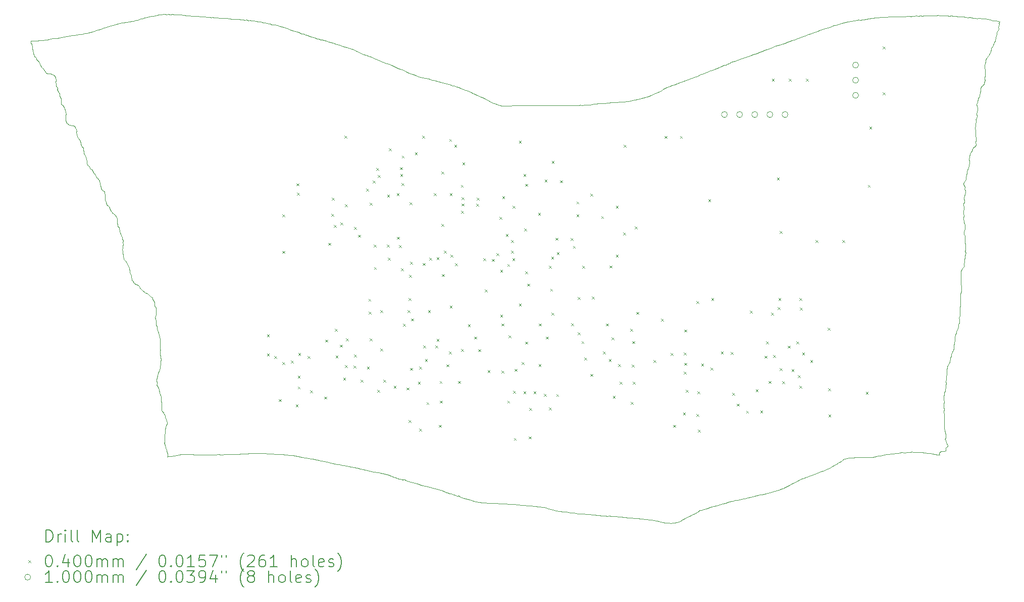
<source format=gbr>
%FSLAX45Y45*%
G04 Gerber Fmt 4.5, Leading zero omitted, Abs format (unit mm)*
G04 Created by KiCad (PCBNEW 6.0.2+dfsg-1) date 2023-12-26 19:09:42*
%MOMM*%
%LPD*%
G01*
G04 APERTURE LIST*
%TA.AperFunction,Profile*%
%ADD10C,0.017638*%
%TD*%
%ADD11C,0.200000*%
%ADD12C,0.040000*%
%ADD13C,0.100000*%
G04 APERTURE END LIST*
D10*
X21675281Y-5984106D02*
X21717357Y-5968665D01*
X25457616Y-11597646D02*
X25457395Y-11599450D01*
X12151220Y-9827720D02*
X12151220Y-9827720D01*
X13147121Y-5143420D02*
X13147121Y-5143420D01*
X11575314Y-5259016D02*
X11607751Y-5252540D01*
X24719393Y-12455786D02*
X24719393Y-12455786D01*
X25983945Y-6974360D02*
X25982575Y-6977808D01*
X21640822Y-13339974D02*
X21593753Y-13351774D01*
X16022809Y-12798654D02*
X16019761Y-12797778D01*
X25459561Y-12040387D02*
X25459887Y-12042774D01*
X20153398Y-13543463D02*
X20120165Y-13538784D01*
X13173508Y-12491915D02*
X13173508Y-12491915D01*
X25730845Y-9895243D02*
X25732080Y-9932534D01*
X26104987Y-6282695D02*
X26103197Y-6284426D01*
X26140836Y-6212649D02*
X26138968Y-6217080D01*
X21499020Y-13382192D02*
X21462471Y-13395177D01*
X12183766Y-9855173D02*
X12183144Y-9853502D01*
X13188290Y-5142316D02*
X13190240Y-5142199D01*
X10908094Y-5437640D02*
X10908094Y-5437640D01*
X10228305Y-5814166D02*
X10226543Y-5812764D01*
X10651103Y-6594287D02*
X10651103Y-6594287D01*
X13399308Y-5157817D02*
X13403466Y-5157233D01*
X16310067Y-12891341D02*
X16306138Y-12890227D01*
X15398183Y-12665302D02*
X15398183Y-12665302D01*
X25565067Y-5117099D02*
X25566075Y-5116933D01*
X14119154Y-12470182D02*
X14119154Y-12470182D01*
X25488146Y-12413048D02*
X25487650Y-12414211D01*
X11991527Y-5162419D02*
X11992676Y-5162226D01*
X10265905Y-5872249D02*
X10264679Y-5870821D01*
X17210973Y-6294025D02*
X17210973Y-6294025D01*
X12396814Y-12095245D02*
X12396056Y-12091066D01*
X10976088Y-7232290D02*
X10973297Y-7224843D01*
X25680055Y-10388345D02*
X25680055Y-10388345D01*
X26265077Y-5639584D02*
X26263358Y-5641522D01*
X14043809Y-5236035D02*
X14072237Y-5234910D01*
X25516441Y-12346679D02*
X25515777Y-12347308D01*
X12315500Y-10817990D02*
X12314047Y-10813867D01*
X12413027Y-12001180D02*
X12414238Y-11998321D01*
X25364350Y-12491143D02*
X25348535Y-12489759D01*
X25806137Y-9181185D02*
X25803677Y-9209300D01*
X25463559Y-11472836D02*
X25463583Y-11475151D01*
X25481758Y-11382177D02*
X25480236Y-11390809D01*
X25326105Y-5116272D02*
X25326105Y-5116272D01*
X11435318Y-5300807D02*
X11480872Y-5286095D01*
X11621931Y-8672054D02*
X11621408Y-8670663D01*
X20969650Y-6257728D02*
X20969650Y-6257728D01*
X13367100Y-5154928D02*
X13370819Y-5155857D01*
X12512471Y-5091894D02*
X12514436Y-5091840D01*
X18219930Y-6621279D02*
X18219930Y-6621279D01*
X11870447Y-5204716D02*
X11901585Y-5192867D01*
X24072908Y-5185907D02*
X24076430Y-5184028D01*
X12370120Y-11780135D02*
X12368459Y-11777796D01*
X26044645Y-5156200D02*
X26046784Y-5156358D01*
X26380407Y-5252538D02*
X26380669Y-5254428D01*
X14990345Y-12585450D02*
X14988221Y-12584815D01*
X14076982Y-12466492D02*
X14050471Y-12465943D01*
X15100830Y-5540102D02*
X15137092Y-5550640D01*
X25744147Y-9466144D02*
X25744147Y-9466144D01*
X13611965Y-12479211D02*
X13611965Y-12479211D01*
X10654175Y-6533209D02*
X10654169Y-6531961D01*
X11358584Y-8055474D02*
X11353972Y-8052004D01*
X25491371Y-11286344D02*
X25491266Y-11287657D01*
X16414344Y-12904821D02*
X16413626Y-12904370D01*
X19213308Y-13461215D02*
X19213308Y-13461215D01*
X11096207Y-7621224D02*
X11094283Y-7618086D01*
X24216340Y-12531035D02*
X24203015Y-12531408D01*
X11464946Y-8339047D02*
X11463418Y-8335684D01*
X11840314Y-9554474D02*
X11839345Y-9552870D01*
X25798226Y-9252109D02*
X25797882Y-9254553D01*
X25476582Y-12216077D02*
X25475605Y-12217614D01*
X12316143Y-10998634D02*
X12318142Y-10975791D01*
X14737432Y-5428562D02*
X14745805Y-5433128D01*
X10651619Y-6516711D02*
X10650336Y-6511007D01*
X11675964Y-8828820D02*
X11674520Y-8827378D01*
X17545586Y-6414155D02*
X17546830Y-6415150D01*
X15166349Y-12623470D02*
X15114334Y-12610863D01*
X19884550Y-13519941D02*
X19844408Y-13513278D01*
X20943448Y-13633025D02*
X20941164Y-13633470D01*
X11291121Y-7883525D02*
X11289837Y-7881073D01*
X11702432Y-9189511D02*
X11701495Y-9185451D01*
X20923996Y-6277293D02*
X20928333Y-6276760D01*
X14609571Y-5387290D02*
X14642541Y-5394973D01*
X12487238Y-5099812D02*
X12488604Y-5099357D01*
X14761051Y-12540506D02*
X14761051Y-12540506D01*
X15989265Y-5868728D02*
X16049445Y-5889220D01*
X25582736Y-5117529D02*
X25582736Y-5117529D01*
X26380763Y-5259943D02*
X26369263Y-5304974D01*
X14679997Y-5415129D02*
X14685221Y-5415030D01*
X13703515Y-5179119D02*
X13731073Y-5187958D01*
X12017515Y-5165320D02*
X12018374Y-5165277D01*
X25992198Y-7217036D02*
X25991627Y-7219061D01*
X18818610Y-6618909D02*
X18923102Y-6618613D01*
X25735413Y-9787128D02*
X25734982Y-9792908D01*
X11577543Y-8492793D02*
X11574518Y-8487683D01*
X11592234Y-8518322D02*
X11590213Y-8514611D01*
X22579302Y-5648854D02*
X22609145Y-5631563D01*
X11589703Y-8578375D02*
X11589703Y-8578375D01*
X25488848Y-12410458D02*
X25488542Y-12411794D01*
X10589356Y-6357685D02*
X10589267Y-6357016D01*
X23069380Y-5471127D02*
X23124124Y-5452545D01*
X10308982Y-5525918D02*
X10308982Y-5525918D01*
X12362579Y-11771190D02*
X12360435Y-11769089D01*
X25376733Y-12465837D02*
X25377093Y-12467303D01*
X17186668Y-6276230D02*
X17187790Y-6276755D01*
X24087147Y-5179892D02*
X24088201Y-5179667D01*
X25794814Y-8592346D02*
X25795404Y-8594283D01*
X11275560Y-7857882D02*
X11274265Y-7856118D01*
X25578426Y-5117120D02*
X25582736Y-5117529D01*
X25159542Y-5117688D02*
X25163617Y-5117961D01*
X16044935Y-12801563D02*
X16029121Y-12800180D01*
X13335256Y-5158534D02*
X13356920Y-5153772D01*
X25793857Y-8567246D02*
X25793846Y-8569531D01*
X25695779Y-10318282D02*
X25696102Y-10320517D01*
X11908870Y-5191579D02*
X11912473Y-5191229D01*
X25744112Y-9398380D02*
X25743039Y-9402168D01*
X24932586Y-5119337D02*
X24933525Y-5119319D01*
X12236503Y-10207279D02*
X12235721Y-10204380D01*
X26298186Y-5196450D02*
X26300010Y-5196537D01*
X11036422Y-7426297D02*
X11036119Y-7424201D01*
X25823957Y-5137810D02*
X25827071Y-5138662D01*
X21308428Y-13455872D02*
X21274784Y-13476141D01*
X17815210Y-6535604D02*
X17816824Y-6536729D01*
X25793781Y-8571719D02*
X25793572Y-8575880D01*
X17266642Y-13166163D02*
X17266642Y-13166163D01*
X25520318Y-12337077D02*
X25520495Y-12338010D01*
X21810156Y-5936878D02*
X21811535Y-5935627D01*
X11679803Y-9036451D02*
X11680254Y-9034728D01*
X18079120Y-13310568D02*
X18079120Y-13310568D01*
X15030214Y-5517475D02*
X15030214Y-5517475D01*
X25759322Y-9369776D02*
X25756609Y-9373867D01*
X17106065Y-13119393D02*
X17104384Y-13118734D01*
X23636461Y-5276840D02*
X23638871Y-5276180D01*
X25710579Y-10182580D02*
X25710051Y-10184194D01*
X19248297Y-13466047D02*
X19248297Y-13466047D01*
X25748432Y-9705554D02*
X25748432Y-9705554D01*
X25463159Y-11937184D02*
X25462594Y-11939171D01*
X14191674Y-5267003D02*
X14193281Y-5266863D01*
X24823450Y-12450331D02*
X24818040Y-12451075D01*
X25793158Y-8190339D02*
X25793615Y-8194442D01*
X25981148Y-7304607D02*
X25979777Y-7306313D01*
X25806931Y-8807683D02*
X25807246Y-8808563D01*
X12256683Y-11314535D02*
X12256735Y-11313227D01*
X10651658Y-6595653D02*
X10651351Y-6594970D01*
X25843087Y-7730733D02*
X25843087Y-7730733D01*
X13060715Y-12485889D02*
X13060715Y-12485889D01*
X16181424Y-12840329D02*
X16181424Y-12840329D01*
X20900275Y-6281635D02*
X20902717Y-6280786D01*
X10967390Y-5427759D02*
X10967390Y-5427759D01*
X14855316Y-5472498D02*
X14912369Y-5488254D01*
X11672990Y-8825930D02*
X11669788Y-8822984D01*
X25667399Y-10411142D02*
X25667151Y-10412003D01*
X10650475Y-6558701D02*
X10652279Y-6548672D01*
X15445559Y-5647514D02*
X15445559Y-5647514D01*
X21768888Y-5946330D02*
X21770813Y-5945722D01*
X21388154Y-13418545D02*
X21385108Y-13418826D01*
X15014333Y-5516370D02*
X15016744Y-5516263D01*
X14208549Y-5264683D02*
X14209985Y-5264557D01*
X25506256Y-11051290D02*
X25506256Y-11051290D01*
X12020066Y-5165036D02*
X12020899Y-5164830D01*
X19074969Y-6623277D02*
X19077509Y-6623551D01*
X26143487Y-6194981D02*
X26143914Y-6196966D01*
X12101799Y-9782168D02*
X12099814Y-9781158D01*
X25884997Y-7488283D02*
X25876365Y-7528252D01*
X25792287Y-8170716D02*
X25792287Y-8170716D01*
X25988216Y-7293691D02*
X25988216Y-7293691D01*
X26153267Y-5884993D02*
X26152136Y-5895073D01*
X25990395Y-7260605D02*
X25991081Y-7261968D01*
X12309682Y-10671158D02*
X12309991Y-10665569D01*
X21746104Y-13310425D02*
X21640822Y-13339974D01*
X10324127Y-5976402D02*
X10320181Y-5972366D01*
X26251269Y-5653800D02*
X26250284Y-5655125D01*
X16515618Y-12946715D02*
X16439681Y-12924188D01*
X11378024Y-8071064D02*
X11377737Y-8070575D01*
X26380837Y-5259047D02*
X26380763Y-5259943D01*
X10459784Y-6089174D02*
X10431515Y-6088472D01*
X14040402Y-5234776D02*
X14041603Y-5235298D01*
X18257204Y-13319137D02*
X18257204Y-13319137D01*
X25484108Y-12205283D02*
X25483600Y-12206228D01*
X25441419Y-5113718D02*
X25482237Y-5112650D01*
X26225588Y-5747455D02*
X26225588Y-5747455D01*
X12330466Y-11543428D02*
X12330573Y-11539894D01*
X12324347Y-10908402D02*
X12324740Y-10906306D01*
X25736917Y-9773758D02*
X25736426Y-9776978D01*
X10341343Y-5993152D02*
X10339130Y-5990866D01*
X26030671Y-5157182D02*
X26031839Y-5156901D01*
X11678522Y-8865905D02*
X11678522Y-8865905D01*
X11594709Y-8523478D02*
X11593985Y-8521845D01*
X14676013Y-5414998D02*
X14677347Y-5415085D01*
X16897395Y-6194862D02*
X16926602Y-6205067D01*
X26380872Y-5227215D02*
X26379976Y-5228423D01*
X16830551Y-13030396D02*
X16830551Y-13030396D01*
X26374989Y-5334394D02*
X26375035Y-5335343D01*
X26117110Y-6274377D02*
X26113626Y-6276524D01*
X10652279Y-6548672D02*
X10652354Y-6547374D01*
X21423594Y-6088243D02*
X21423594Y-6088243D01*
X10531897Y-5496527D02*
X10540377Y-5496409D01*
X15674483Y-12725082D02*
X15674483Y-12725082D01*
X11688708Y-9005516D02*
X11688806Y-9003408D01*
X11488300Y-8392481D02*
X11484966Y-8387415D01*
X11091019Y-7612249D02*
X11091019Y-7612249D01*
X25305019Y-5114427D02*
X25307353Y-5114702D01*
X25413300Y-12430602D02*
X25410205Y-12431329D01*
X24355357Y-12508343D02*
X24355357Y-12508343D01*
X12292199Y-5099610D02*
X12316847Y-5096374D01*
X16830551Y-13030396D02*
X16755892Y-13013506D01*
X16334300Y-12894163D02*
X16334300Y-12894163D01*
X26369139Y-5312324D02*
X26369510Y-5314651D01*
X25477989Y-12108585D02*
X25478350Y-12109441D01*
X25738238Y-9549874D02*
X25737686Y-9556156D01*
X11129268Y-7653700D02*
X11128541Y-7652755D01*
X21955782Y-5874433D02*
X21955782Y-5874433D01*
X25852688Y-5148672D02*
X25853544Y-5148720D01*
X24912803Y-12441670D02*
X24909433Y-12441742D01*
X18100354Y-13310725D02*
X18100354Y-13310725D01*
X26014406Y-5164522D02*
X26015380Y-5164238D01*
X19326687Y-6620243D02*
X19329633Y-6619768D01*
X25575622Y-10828948D02*
X25575622Y-10828948D01*
X10540377Y-5496409D02*
X10544614Y-5496350D01*
X26342683Y-5415886D02*
X26342080Y-5419571D01*
X25791717Y-8258339D02*
X25789203Y-8261201D01*
X18686973Y-13361818D02*
X18653740Y-13360593D01*
X19844408Y-13513278D02*
X19844408Y-13513278D01*
X26368978Y-5307489D02*
X26368934Y-5308721D01*
X10654557Y-6599728D02*
X10653410Y-6598377D01*
X26134543Y-6229718D02*
X26133900Y-6232574D01*
X12384380Y-12282996D02*
X12384380Y-12282996D01*
X23716142Y-12610324D02*
X23714258Y-12610751D01*
X10549568Y-6134945D02*
X10548366Y-6132248D01*
X25709326Y-10187425D02*
X25709225Y-10188233D01*
X14186310Y-5266793D02*
X14186310Y-5266793D01*
X13958844Y-5215499D02*
X13990705Y-5215630D01*
X23768465Y-12567444D02*
X23766662Y-12568630D01*
X11694511Y-8892836D02*
X11694511Y-8892836D01*
X25666402Y-10417170D02*
X25666363Y-10418898D01*
X10589919Y-6342953D02*
X10590230Y-6339844D01*
X25803780Y-8030656D02*
X25804593Y-8032135D01*
X24922942Y-5121630D02*
X24924265Y-5121091D01*
X25896537Y-7430862D02*
X25884997Y-7488283D01*
X12459479Y-12517482D02*
X12434221Y-12522850D01*
X20661763Y-13602615D02*
X20657831Y-13601536D01*
X21890046Y-5897225D02*
X21890046Y-5897225D01*
X25735246Y-9828344D02*
X25735246Y-9828344D01*
X10890067Y-6991245D02*
X10888153Y-6987284D01*
X11589755Y-8586732D02*
X11589563Y-8584035D01*
X10911685Y-7054761D02*
X10911902Y-7053227D01*
X23899251Y-12540645D02*
X23883521Y-12538295D01*
X25794149Y-8198081D02*
X25794442Y-8199657D01*
X25802553Y-8027781D02*
X25802803Y-8028488D01*
X15283005Y-12646071D02*
X15283005Y-12646071D01*
X25784719Y-8268220D02*
X25784404Y-8269092D01*
X21955782Y-5874433D02*
X22038211Y-5842992D01*
X19399108Y-13482783D02*
X19372596Y-13482234D01*
X25376452Y-12463517D02*
X25376452Y-12463517D01*
X25498153Y-11204625D02*
X25498153Y-11204625D01*
X25814965Y-9053523D02*
X25814052Y-9057062D01*
X23996733Y-5193000D02*
X23996733Y-5193000D01*
X12394147Y-11827875D02*
X12393127Y-11826029D01*
X14666525Y-5412351D02*
X14667415Y-5412763D01*
X12409381Y-12011785D02*
X12410146Y-12009224D01*
X12095748Y-9779501D02*
X12093664Y-9778792D01*
X23883521Y-12538295D02*
X23883521Y-12538295D01*
X12315421Y-11030132D02*
X12315660Y-11028050D01*
X10544439Y-6125601D02*
X10544439Y-6125601D01*
X25612454Y-5121900D02*
X25649509Y-5123371D01*
X12360435Y-11769089D02*
X12356081Y-11764974D01*
X26014975Y-6710515D02*
X26013741Y-6713954D01*
X14434473Y-5324359D02*
X14434473Y-5324359D01*
X23779087Y-5231858D02*
X23779087Y-5231858D01*
X11805010Y-9422324D02*
X11805010Y-9422324D01*
X12434099Y-11948528D02*
X12433972Y-11947872D01*
X20867002Y-13637651D02*
X20863714Y-13637040D01*
X10575219Y-6306069D02*
X10574573Y-6305049D01*
X10336897Y-5530662D02*
X10336897Y-5530662D01*
X25806137Y-9181185D02*
X25806137Y-9181185D01*
X13471795Y-12482528D02*
X13411559Y-12482925D01*
X25489216Y-12407563D02*
X25489070Y-12409045D01*
X11384508Y-8106490D02*
X11383018Y-8099929D01*
X10173004Y-5665693D02*
X10167197Y-5633314D01*
X16409201Y-12902868D02*
X16408394Y-12902828D01*
X11484966Y-8387415D02*
X11481971Y-8382689D01*
X11457766Y-8325711D02*
X11455447Y-8322442D01*
X12397760Y-11836198D02*
X12397294Y-11834700D01*
X21462471Y-13395177D02*
X21462471Y-13395177D01*
X17833054Y-6550187D02*
X17834742Y-6551317D01*
X10530184Y-6115550D02*
X10523434Y-6111818D01*
X25481313Y-12209755D02*
X25480089Y-12211399D01*
X26056051Y-6442643D02*
X26056051Y-6442643D01*
X10297118Y-5925788D02*
X10293726Y-5917789D01*
X20665866Y-13603787D02*
X20661763Y-13602615D01*
X14356846Y-5300906D02*
X14387868Y-5310614D01*
X25666390Y-10420629D02*
X25666553Y-10424108D01*
X10589586Y-6325400D02*
X10589586Y-6325400D01*
X12357760Y-5092055D02*
X12371147Y-5091311D01*
X26054959Y-6448916D02*
X26053947Y-6452692D01*
X24961305Y-12443132D02*
X24961305Y-12443132D01*
X25821871Y-9092897D02*
X25822131Y-9093822D01*
X26103197Y-6284426D02*
X26101260Y-6286407D01*
X11592316Y-8548503D02*
X11592316Y-8548503D01*
X11075926Y-7516395D02*
X11073811Y-7507989D01*
X25457729Y-11490724D02*
X25455511Y-11493683D01*
X11870447Y-5204716D02*
X11870447Y-5204716D01*
X10263510Y-5869514D02*
X10262415Y-5868349D01*
X10730486Y-6820693D02*
X10730705Y-6817586D01*
X10476438Y-6090750D02*
X10474296Y-6090440D01*
X10741160Y-6905987D02*
X10740003Y-6904479D01*
X25805956Y-8623285D02*
X25806315Y-8625213D01*
X11089195Y-7608320D02*
X11088560Y-7606563D01*
X14978050Y-5506572D02*
X14978050Y-5506572D01*
X22116868Y-13221434D02*
X22088152Y-13225845D01*
X23259576Y-5401963D02*
X23338008Y-5375732D01*
X17543133Y-6412003D02*
X17544356Y-6413102D01*
X25789382Y-7956647D02*
X25791749Y-7961735D01*
X26058510Y-6414528D02*
X26056051Y-6442643D01*
X22361146Y-13161179D02*
X22357592Y-13163093D01*
X25794409Y-9324545D02*
X25794093Y-9325323D01*
X25800154Y-8217097D02*
X25800537Y-8218486D01*
X25105716Y-5118610D02*
X25109390Y-5117366D01*
X24920346Y-12441762D02*
X24916416Y-12441675D01*
X11619152Y-8665923D02*
X11618552Y-8664915D01*
X11087084Y-7570308D02*
X11086586Y-7566412D01*
X19668909Y-6589623D02*
X19676524Y-6588832D01*
X10996089Y-5423542D02*
X10996089Y-5423542D01*
X19107182Y-6619367D02*
X19107182Y-6619367D01*
X10571443Y-6297901D02*
X10571078Y-6296499D01*
X21807310Y-5939225D02*
X21808750Y-5938082D01*
X10908094Y-5437640D02*
X10967390Y-5427759D01*
X25798524Y-9249574D02*
X25798524Y-9249574D01*
X12241497Y-10131579D02*
X12242498Y-10060842D01*
X19086037Y-6623609D02*
X19087887Y-6623411D01*
X16316727Y-12892626D02*
X16313617Y-12892154D01*
X12397589Y-12101356D02*
X12397400Y-12099351D01*
X17608283Y-13276241D02*
X17604232Y-13275555D01*
X24934794Y-12442583D02*
X24934794Y-12442583D01*
X10160769Y-5596005D02*
X10159416Y-5593463D01*
X11324517Y-7997891D02*
X11324273Y-7995717D01*
X18232230Y-6622355D02*
X18288959Y-6621563D01*
X11029079Y-7360713D02*
X11028416Y-7355361D01*
X26253717Y-5651088D02*
X26252421Y-5652459D01*
X25491426Y-11285059D02*
X25491371Y-11286344D01*
X21014692Y-13612153D02*
X21010773Y-13613656D01*
X24391041Y-12505250D02*
X24391041Y-12505250D01*
X25665543Y-10437480D02*
X25665230Y-10438396D01*
X16301890Y-12888852D02*
X16292682Y-12885481D01*
X14239414Y-5266959D02*
X14239414Y-5266959D01*
X23425255Y-12757173D02*
X23425255Y-12757173D01*
X12282034Y-11114282D02*
X12293687Y-11081659D01*
X22352210Y-13165996D02*
X22350379Y-13166914D01*
X25746864Y-9668234D02*
X25748432Y-9705554D01*
X10651103Y-6594287D02*
X10650929Y-6593674D01*
X23034479Y-5485515D02*
X23034479Y-5485515D01*
X25827071Y-5138662D02*
X25829959Y-5139606D01*
X19310666Y-6620950D02*
X19310666Y-6620950D01*
X12344031Y-5093240D02*
X12357760Y-5092055D01*
X25736721Y-9578596D02*
X25736672Y-9586408D01*
X21366911Y-6108746D02*
X21423594Y-6088243D01*
X25560820Y-10892412D02*
X25559574Y-10898759D01*
X12344357Y-11751466D02*
X12343792Y-11750362D01*
X13378579Y-5157736D02*
X13380566Y-5158113D01*
X16220084Y-5962633D02*
X16220084Y-5962633D01*
X26378642Y-5230530D02*
X26378250Y-5231394D01*
X25602868Y-10748574D02*
X25601011Y-10751965D01*
X19353699Y-6616299D02*
X19357089Y-6616293D01*
X10409390Y-6081406D02*
X10406828Y-6080153D01*
X22579302Y-5648854D02*
X22579302Y-5648854D01*
X20874115Y-13638405D02*
X20872240Y-13638294D01*
X26142207Y-6190833D02*
X26142908Y-6192932D01*
X11162609Y-7697295D02*
X11160846Y-7695829D01*
X11147014Y-7687877D02*
X11143268Y-7685943D01*
X11104961Y-7632895D02*
X11103824Y-7631644D01*
X25946711Y-7330944D02*
X25946711Y-7330944D01*
X23770036Y-12566485D02*
X23768465Y-12567444D01*
X26197192Y-5795581D02*
X26193028Y-5801266D01*
X12054440Y-5145738D02*
X12054440Y-5145738D01*
X18722672Y-13370177D02*
X18720528Y-13370055D01*
X22672636Y-13082159D02*
X22565364Y-13114224D01*
X10371368Y-6031912D02*
X10367296Y-6025891D01*
X13958844Y-5215499D02*
X13958844Y-5215499D01*
X23671458Y-12628768D02*
X23653757Y-12639905D01*
X12230788Y-10186275D02*
X12230571Y-10184761D01*
X11390159Y-8199798D02*
X11389075Y-8196985D01*
X25456372Y-11569569D02*
X25456656Y-11573777D01*
X12410998Y-12006614D02*
X12411953Y-12003939D01*
X25788978Y-8365864D02*
X25788740Y-8368716D01*
X23157785Y-12859576D02*
X23093467Y-12886387D01*
X22469119Y-13141676D02*
X22402578Y-13153419D01*
X12593622Y-5094853D02*
X12618222Y-5097005D01*
X24082081Y-5181465D02*
X24084068Y-5180756D01*
X11327797Y-8027036D02*
X11327797Y-8027036D01*
X24030361Y-5185765D02*
X24031481Y-5185757D01*
X19442346Y-6613472D02*
X19502858Y-6609931D01*
X26338171Y-5436202D02*
X26335631Y-5445140D01*
X21791280Y-13300018D02*
X21746104Y-13310425D01*
X24049954Y-5190204D02*
X24051818Y-5190746D01*
X16407554Y-12902836D02*
X16406684Y-12902889D01*
X13335242Y-12484977D02*
X13335242Y-12484977D01*
X17266642Y-13166163D02*
X17230530Y-13153921D01*
X24744211Y-5129158D02*
X24744211Y-5129158D01*
X16029121Y-12800180D02*
X16025919Y-12799459D01*
X11852062Y-9571631D02*
X11843592Y-9559501D01*
X25096134Y-5120798D02*
X25097240Y-5120701D01*
X11691850Y-8886985D02*
X11690754Y-8885457D01*
X11698047Y-5232375D02*
X11748037Y-5227666D01*
X19059295Y-6620277D02*
X19074969Y-6623277D01*
X24966323Y-5119399D02*
X24975253Y-5117531D01*
X25799431Y-8245708D02*
X25799229Y-8246638D01*
X26046784Y-5156358D02*
X26102707Y-5164792D01*
X21791280Y-13300018D02*
X21791280Y-13300018D01*
X17616362Y-13277235D02*
X17612327Y-13276805D01*
X12027510Y-5161494D02*
X12029351Y-5160260D01*
X12366626Y-11775533D02*
X12364654Y-11773335D01*
X26159805Y-5849708D02*
X26159805Y-5849708D01*
X25822498Y-9095704D02*
X25822598Y-9096664D01*
X25696547Y-10327501D02*
X25696506Y-10328700D01*
X11372311Y-8065010D02*
X11371176Y-8064147D01*
X12394546Y-12082742D02*
X12394265Y-12080716D01*
X25882437Y-5142449D02*
X25883920Y-5142396D01*
X18777665Y-13381049D02*
X18752172Y-13368851D01*
X11885093Y-9613706D02*
X11881243Y-9610459D01*
X24064903Y-5190098D02*
X24066417Y-5189394D01*
X16540962Y-6099794D02*
X16540962Y-6099794D01*
X12235245Y-10008710D02*
X12232235Y-10004620D01*
X26024956Y-5159404D02*
X26025790Y-5158987D01*
X17915082Y-13303369D02*
X17915082Y-13303369D01*
X23837168Y-12547109D02*
X23833445Y-12548266D01*
X25696357Y-10322801D02*
X25696515Y-10325130D01*
X21423594Y-6088243D02*
X21544717Y-6039542D01*
X26017753Y-6702771D02*
X26014975Y-6710515D01*
X10417390Y-5521344D02*
X10448292Y-5512184D01*
X13640065Y-5175781D02*
X13662755Y-5179537D01*
X25471377Y-12425059D02*
X25468345Y-12425987D01*
X11678349Y-8864921D02*
X11678232Y-8863929D01*
X23703709Y-12612830D02*
X23701388Y-12613410D01*
X12635886Y-12484506D02*
X12588784Y-12496675D01*
X25461403Y-12048367D02*
X25464019Y-12054788D01*
X20912414Y-6278603D02*
X20914795Y-6278273D01*
X18219930Y-6621279D02*
X18232230Y-6622355D01*
X25449449Y-11503885D02*
X25456573Y-11530324D01*
X13685068Y-12473406D02*
X13611965Y-12479211D01*
X25788656Y-8336264D02*
X25789030Y-8345780D01*
X25629188Y-10617617D02*
X25625959Y-10654519D01*
X25832644Y-5140614D02*
X25835144Y-5141663D01*
X12339359Y-11678815D02*
X12334830Y-11623529D01*
X23708147Y-12611910D02*
X23705963Y-12612339D01*
X25003618Y-12445222D02*
X24985906Y-12445284D01*
X22927173Y-12965681D02*
X22927173Y-12965681D01*
X20060217Y-6560616D02*
X20063035Y-6560439D01*
X21798171Y-5943617D02*
X21799711Y-5943293D01*
X13731073Y-5187958D02*
X13761389Y-5185493D01*
X15698295Y-5754014D02*
X15698295Y-5754014D01*
X12482502Y-5100670D02*
X12483338Y-5100627D01*
X25384023Y-12491163D02*
X25382529Y-12491388D01*
X12220648Y-9950325D02*
X12220861Y-9944346D01*
X11659291Y-8809262D02*
X11654018Y-8782312D01*
X13777472Y-12469627D02*
X13777472Y-12469627D01*
X19662137Y-6590578D02*
X19662137Y-6590578D01*
X12222935Y-9986534D02*
X12222459Y-9983709D01*
X11977495Y-9690419D02*
X11975526Y-9687452D01*
X12220487Y-9927889D02*
X12220487Y-9927889D01*
X26011643Y-6720723D02*
X26010495Y-6725394D01*
X26144210Y-6199798D02*
X26144201Y-6200697D01*
X10645903Y-6494362D02*
X10645448Y-6493185D01*
X25471258Y-12097500D02*
X25473145Y-12100253D01*
X25649509Y-5123371D02*
X25695195Y-5127368D01*
X11892949Y-9619602D02*
X11891016Y-9618251D01*
X19780977Y-13509711D02*
X19780977Y-13509711D01*
X18653740Y-13360593D02*
X18653740Y-13360593D01*
X12428794Y-11937216D02*
X12424697Y-11930807D01*
X17831447Y-6549016D02*
X17833054Y-6550187D01*
X25944013Y-7335614D02*
X25943377Y-7337010D01*
X25794226Y-8255473D02*
X25791717Y-8258339D01*
X11326851Y-8024201D02*
X11326487Y-8022359D01*
X25811474Y-9069346D02*
X25811552Y-9070345D01*
X12312399Y-10707323D02*
X12311756Y-10705195D01*
X13386584Y-5158757D02*
X13386584Y-5158757D01*
X25457617Y-11956933D02*
X25457457Y-11958815D01*
X25807983Y-8906900D02*
X25807983Y-8906900D01*
X25815739Y-8051756D02*
X25815842Y-8053386D01*
X10167197Y-5633314D02*
X10167197Y-5633314D01*
X24078263Y-5183120D02*
X24080147Y-5182260D01*
X25614867Y-10726510D02*
X25613409Y-10729777D01*
X25711156Y-10277496D02*
X25710741Y-10278499D01*
X25455158Y-11768375D02*
X25455444Y-11773325D01*
X12029351Y-5160260D02*
X12031267Y-5158921D01*
X16755892Y-13013506D02*
X16716264Y-13000973D01*
X11393009Y-8161023D02*
X11393326Y-8159239D01*
X19069676Y-13443390D02*
X19019030Y-13435365D01*
X22491651Y-5679271D02*
X22491651Y-5679271D01*
X14190154Y-5267077D02*
X14191674Y-5267003D01*
X24229655Y-12530400D02*
X24216340Y-12531035D01*
X11992676Y-5162226D02*
X11993811Y-5162091D01*
X25520495Y-12338010D02*
X25520495Y-12338010D01*
X12331823Y-11573689D02*
X12330440Y-11547008D01*
X11392826Y-8143530D02*
X11392266Y-8139819D01*
X26102707Y-5164792D02*
X26102707Y-5164792D01*
X11679013Y-8832457D02*
X11678482Y-8831722D01*
X23215691Y-5417848D02*
X23259576Y-5401963D01*
X17187790Y-6276755D02*
X17188869Y-6277309D01*
X25616182Y-10723093D02*
X25614867Y-10726510D01*
X24987972Y-5115621D02*
X25028387Y-5119157D01*
X10143291Y-5561246D02*
X10143284Y-5559283D01*
X11415216Y-8281580D02*
X11415216Y-8281580D01*
X26155071Y-5871747D02*
X26154099Y-5878548D01*
X15672736Y-5742570D02*
X15672736Y-5742570D01*
X25784427Y-8442705D02*
X25784642Y-8444713D01*
X11216752Y-7771800D02*
X11215042Y-7769680D01*
X25457159Y-11723374D02*
X25457159Y-11723374D01*
X25805927Y-9164896D02*
X25805750Y-9166986D01*
X10589150Y-6355692D02*
X10589117Y-6355036D01*
X10544614Y-5496350D02*
X10548844Y-5496228D01*
X14958534Y-5502216D02*
X14959630Y-5502299D01*
X12433591Y-11946501D02*
X12433057Y-11945062D01*
X14177817Y-5262182D02*
X14179136Y-5263203D01*
X14022224Y-5224550D02*
X14023515Y-5225141D01*
X20928333Y-6276760D02*
X20930417Y-6276421D01*
X24563554Y-5129766D02*
X24563554Y-5129766D01*
X11294530Y-7892180D02*
X11293461Y-7889108D01*
X12398224Y-11838210D02*
X12397760Y-11836198D01*
X19583765Y-13497167D02*
X19583765Y-13497167D01*
X25559795Y-5118607D02*
X25561140Y-5118150D01*
X17529174Y-6401064D02*
X17529174Y-6401064D01*
X21355719Y-13423799D02*
X21354388Y-13425204D01*
X10625704Y-6424174D02*
X10625704Y-6424174D01*
X23638871Y-5276180D02*
X23690332Y-5254654D01*
X26343091Y-5412463D02*
X26342683Y-5415886D01*
X25937592Y-7351745D02*
X25937047Y-7352957D01*
X25983297Y-5153442D02*
X25984181Y-5153619D01*
X24941564Y-5119865D02*
X24941564Y-5119865D01*
X25811881Y-9072297D02*
X25812124Y-9073253D01*
X12198367Y-5119713D02*
X12198367Y-5119713D01*
X25787002Y-7951048D02*
X25787562Y-7952475D01*
X12010460Y-9716357D02*
X12010460Y-9716357D01*
X11687588Y-9013660D02*
X11687998Y-9011677D01*
X25804863Y-8832260D02*
X25805531Y-8867731D01*
X13411559Y-12482925D02*
X13335242Y-12484977D01*
X26148907Y-5913456D02*
X26148054Y-5917359D01*
X26008903Y-6627975D02*
X26008903Y-6627975D01*
X11088011Y-7587523D02*
X11087982Y-7585424D01*
X13997889Y-5217164D02*
X14002519Y-5218337D01*
X25507635Y-11036947D02*
X25506870Y-11044054D01*
X11251005Y-7833478D02*
X11249559Y-7831936D01*
X10234025Y-5822096D02*
X10233269Y-5820297D01*
X11826212Y-9484380D02*
X11826212Y-9484380D01*
X10590563Y-6335046D02*
X10590607Y-6333473D01*
X23861780Y-12539255D02*
X23858793Y-12539954D01*
X12390958Y-12312874D02*
X12389704Y-12310678D01*
X25665230Y-10438396D02*
X25653035Y-10458577D01*
X11691087Y-8951994D02*
X11688728Y-8921687D01*
X11903418Y-5192438D02*
X11905242Y-5192090D01*
X17319748Y-13177217D02*
X17318943Y-13177082D01*
X13011818Y-5131582D02*
X13147121Y-5143420D01*
X20639060Y-13598347D02*
X20551801Y-13583807D01*
X24883433Y-5124309D02*
X24885316Y-5124740D01*
X24046115Y-5188954D02*
X24049954Y-5190204D01*
X25617333Y-10719483D02*
X25616182Y-10723093D01*
X12315940Y-11007028D02*
X12315965Y-11002621D01*
X25380304Y-12476536D02*
X25383401Y-12484467D01*
X12978444Y-5128521D02*
X12978444Y-5128521D01*
X25795421Y-9268201D02*
X25794684Y-9272743D01*
X17825551Y-6544082D02*
X17828419Y-6546585D01*
X26373471Y-5327541D02*
X26374073Y-5329540D01*
X21772848Y-5945248D02*
X21774974Y-5944889D01*
X11690754Y-8885457D02*
X11689549Y-8883897D01*
X25806154Y-8805953D02*
X25806566Y-8806813D01*
X26017618Y-6564995D02*
X26017618Y-6564995D01*
X26247245Y-5682065D02*
X26246706Y-5686028D01*
X10404583Y-5520267D02*
X10407022Y-5520769D01*
X11435318Y-5300807D02*
X11435318Y-5300807D01*
X12386057Y-12166282D02*
X12386057Y-12166282D01*
X14152491Y-5249452D02*
X14154231Y-5249775D01*
X25793770Y-9285279D02*
X25793824Y-9288116D01*
X19839411Y-13513941D02*
X19837572Y-13514346D01*
X25950137Y-7327449D02*
X25948908Y-7328520D01*
X21593753Y-13351774D02*
X21593753Y-13351774D01*
X25983506Y-7246721D02*
X25983923Y-7247981D01*
X12264718Y-10347069D02*
X12264604Y-10345866D01*
X13569890Y-12479540D02*
X13567786Y-12479953D01*
X20131002Y-6554116D02*
X20131002Y-6554116D01*
X11328791Y-8028704D02*
X11327797Y-8027036D01*
X11595368Y-8536495D02*
X11595642Y-8535060D01*
X25985066Y-7250656D02*
X25985756Y-7252051D01*
X11087534Y-7596048D02*
X11087773Y-7592942D01*
X12263837Y-10361944D02*
X12264045Y-10359619D01*
X22370773Y-5725179D02*
X22370773Y-5725179D01*
X26342080Y-5419571D02*
X26341305Y-5423482D01*
X26035849Y-5156282D02*
X26037378Y-5156161D01*
X11024450Y-7336592D02*
X11023923Y-7335717D01*
X13553810Y-5170006D02*
X13553810Y-5170006D01*
X10374924Y-6037484D02*
X10374924Y-6037484D01*
X26031851Y-6509580D02*
X26031851Y-6509580D01*
X23751000Y-12580494D02*
X23746766Y-12584030D01*
X14574698Y-12505026D02*
X14539735Y-12499895D01*
X13547987Y-12481900D02*
X13487609Y-12483912D01*
X17816373Y-13298275D02*
X17816373Y-13298275D01*
X25996005Y-7194109D02*
X25995579Y-7198305D01*
X26144134Y-6201642D02*
X26144019Y-6202594D01*
X26374892Y-5333438D02*
X26374989Y-5334394D01*
X25377781Y-12458795D02*
X25377246Y-12460029D01*
X10605125Y-6391757D02*
X10601957Y-6385961D01*
X25787562Y-7952475D02*
X25788153Y-7953887D01*
X10588147Y-5492230D02*
X10588147Y-5492230D01*
X13086973Y-12489337D02*
X13086973Y-12489337D01*
X24792375Y-12451370D02*
X24750000Y-12450000D01*
X11087539Y-7601854D02*
X11087430Y-7600397D01*
X20886859Y-13637534D02*
X20884373Y-13637932D01*
X26394311Y-5211551D02*
X26393518Y-5212551D01*
X11376288Y-8068654D02*
X11375407Y-8067716D01*
X25610152Y-10736027D02*
X25602868Y-10748574D01*
X12438258Y-12499878D02*
X12438507Y-12497768D01*
X11678482Y-8831722D02*
X11677294Y-8830265D01*
X26133900Y-6232574D02*
X26133394Y-6235557D01*
X26306842Y-5548757D02*
X26305060Y-5550396D01*
X25815069Y-8049073D02*
X25815329Y-8049828D01*
X25485700Y-11346957D02*
X25484960Y-11355922D01*
X12437957Y-12502004D02*
X12438258Y-12499878D01*
X25998637Y-6886759D02*
X25998570Y-6887930D01*
X25485807Y-12249985D02*
X25493759Y-12275470D01*
X13852344Y-5201123D02*
X13855024Y-5201560D01*
X13384572Y-5158640D02*
X13386584Y-5158757D01*
X25459364Y-12030683D02*
X25459282Y-12034412D01*
X26298703Y-5557825D02*
X26297808Y-5559229D01*
X25126924Y-5115037D02*
X25128889Y-5115100D01*
X13860862Y-5202110D02*
X13860862Y-5202110D01*
X26007276Y-6622276D02*
X26008903Y-6627975D01*
X17196218Y-6282462D02*
X17197785Y-6283857D01*
X11467615Y-8345799D02*
X11466337Y-8342421D01*
X11133139Y-7673653D02*
X11132806Y-7671765D01*
X18020337Y-6623048D02*
X18033839Y-6625394D01*
X21529948Y-13372733D02*
X21529948Y-13372733D01*
X13169950Y-5145181D02*
X13171634Y-5145027D01*
X14015327Y-12462869D02*
X14015327Y-12462869D01*
X22405566Y-5712021D02*
X22405566Y-5712021D01*
X11087973Y-7589461D02*
X11088011Y-7587523D01*
X17604232Y-13275555D02*
X17600177Y-13274759D01*
X23609560Y-5279044D02*
X23612048Y-5278824D01*
X11575314Y-5259016D02*
X11575314Y-5259016D01*
X17106065Y-13119393D02*
X17106065Y-13119393D01*
X23029068Y-12914129D02*
X22995757Y-12930586D01*
X25791569Y-8785061D02*
X25791569Y-8785061D01*
X26178533Y-5818649D02*
X26176557Y-5820982D01*
X19821502Y-13518250D02*
X19819506Y-13518548D01*
X12505412Y-5092855D02*
X12507069Y-5092486D01*
X22636261Y-5625206D02*
X22636261Y-5625206D01*
X19837572Y-13514346D02*
X19833708Y-13515320D01*
X11688525Y-8984209D02*
X11688552Y-8982143D01*
X25822469Y-9099504D02*
X25822270Y-9100666D01*
X25461590Y-11484502D02*
X25460759Y-11486087D01*
X16805389Y-6173852D02*
X16843409Y-6184526D01*
X25712787Y-10268204D02*
X25712740Y-10269418D01*
X11245969Y-7827357D02*
X11245969Y-7827357D01*
X12588784Y-12496675D02*
X12588784Y-12496675D01*
X11195158Y-7748775D02*
X11165747Y-7700608D01*
X12260705Y-11289388D02*
X12262021Y-11285722D01*
X25125071Y-5115021D02*
X25126924Y-5115037D01*
X25554298Y-5120663D02*
X25559795Y-5118607D01*
X25393000Y-12440026D02*
X25390416Y-12442380D01*
X16145235Y-12828965D02*
X16145235Y-12828965D01*
X18102124Y-6632078D02*
X18102124Y-6632078D01*
X12316143Y-10998634D02*
X12316143Y-10998634D01*
X14439883Y-12487618D02*
X14406347Y-12486402D01*
X11200021Y-7754628D02*
X11198392Y-7752828D01*
X24872589Y-12445251D02*
X24872589Y-12445251D01*
X10259043Y-5865217D02*
X10256361Y-5862957D01*
X23614525Y-5278675D02*
X23619451Y-5278496D01*
X25488140Y-12373234D02*
X25487840Y-12374506D01*
X12070585Y-9768778D02*
X12069308Y-9767829D01*
X12356081Y-11764974D02*
X12351869Y-11760903D01*
X10563010Y-6229232D02*
X10563010Y-6229232D01*
X26348614Y-5381525D02*
X26347558Y-5383848D01*
X12220706Y-9928595D02*
X12220487Y-9927889D01*
X10474296Y-6090440D02*
X10471971Y-6090172D01*
X12263011Y-11268613D02*
X12261823Y-11266206D01*
X25548827Y-10939923D02*
X25517800Y-10995640D01*
X14970709Y-5503340D02*
X14971703Y-5503618D01*
X17882161Y-6575987D02*
X17939121Y-6592798D01*
X16511916Y-6087745D02*
X16540962Y-6099794D01*
X14966627Y-5502658D02*
X14967679Y-5502773D01*
X19835169Y-6575934D02*
X19835169Y-6575934D01*
X25814895Y-9079645D02*
X25815906Y-9081407D01*
X23638871Y-5276180D02*
X23638871Y-5276180D01*
X25665230Y-10438396D02*
X25665230Y-10438396D01*
X26147305Y-6071713D02*
X26143769Y-6112128D01*
X10568044Y-6197801D02*
X10568044Y-6197801D01*
X10533338Y-6117400D02*
X10530184Y-6115550D01*
X15641812Y-12713990D02*
X15641812Y-12713990D01*
X25985072Y-5153847D02*
X25986874Y-5154442D01*
X25462287Y-11482903D02*
X25461590Y-11484502D01*
X25466696Y-12088957D02*
X25466696Y-12088957D01*
X16406684Y-12902889D02*
X16404863Y-12903114D01*
X17049391Y-6238509D02*
X17151456Y-6265959D01*
X11661111Y-8813120D02*
X11660583Y-8812189D01*
X17612327Y-13276805D02*
X17608283Y-13276241D01*
X26012761Y-6716844D02*
X26012761Y-6716844D01*
X10886084Y-6983268D02*
X10884996Y-6981297D01*
X20286950Y-13555076D02*
X20286950Y-13555076D01*
X18637711Y-6622276D02*
X18657040Y-6623967D01*
X12398130Y-12330236D02*
X12398130Y-12330236D01*
X12049230Y-5147689D02*
X12050506Y-5147140D01*
X21824042Y-5924897D02*
X21854910Y-5914300D01*
X14722184Y-5421670D02*
X14724413Y-5422405D01*
X12396681Y-11833105D02*
X12395941Y-11831426D01*
X11689549Y-8883897D02*
X11686941Y-8880669D01*
X10589100Y-6354381D02*
X10589097Y-6353727D01*
X25495446Y-11222112D02*
X25494535Y-11226078D01*
X26138005Y-6219414D02*
X26137056Y-6221837D01*
X25696557Y-10296986D02*
X25696081Y-10297774D01*
X11563099Y-8470298D02*
X11561535Y-8468285D01*
X12669650Y-12483104D02*
X12669650Y-12483104D01*
X12285132Y-11371294D02*
X12285132Y-11371294D01*
X12814982Y-12481495D02*
X12814982Y-12481495D01*
X26378094Y-5241253D02*
X26378448Y-5243084D01*
X12324740Y-10906306D02*
X12325676Y-10902017D01*
X10702519Y-6654367D02*
X10700160Y-6650181D01*
X25113574Y-5116217D02*
X25114747Y-5115968D01*
X25812784Y-8044464D02*
X25813665Y-8046012D01*
X11950484Y-9645602D02*
X11948097Y-9644010D01*
X24885316Y-5124740D02*
X24887174Y-5125224D01*
X11989188Y-5162994D02*
X11990364Y-5162674D01*
X12395993Y-12323182D02*
X12395398Y-12321668D01*
X16148726Y-5928255D02*
X16148726Y-5928255D01*
X25518476Y-12331987D02*
X25519277Y-12334007D01*
X12035320Y-5156035D02*
X12037457Y-5154543D01*
X19724326Y-6588086D02*
X19730104Y-6588389D01*
X10589267Y-6357016D02*
X10589199Y-6356352D01*
X11254161Y-7836572D02*
X11252545Y-7835024D01*
X11679210Y-9039722D02*
X11679450Y-9038120D01*
X14855316Y-5472498D02*
X14855316Y-5472498D01*
X12261430Y-10336884D02*
X12260337Y-10334911D01*
X10912284Y-7047049D02*
X10912210Y-7045493D01*
X12186304Y-9866465D02*
X12185536Y-9862490D01*
X12310300Y-10550155D02*
X12310300Y-10550155D01*
X25782019Y-9340663D02*
X25779870Y-9343063D01*
X25466696Y-12088957D02*
X25466966Y-12089722D01*
X26325757Y-5478230D02*
X26325049Y-5481001D01*
X12232755Y-10194510D02*
X12231832Y-10191128D01*
X13411819Y-5156374D02*
X13413936Y-5156310D01*
X14994308Y-5517065D02*
X14994814Y-5517219D01*
X17822734Y-6541566D02*
X17825551Y-6544082D01*
X18740549Y-13368655D02*
X18736133Y-13369169D01*
X11594362Y-8540845D02*
X11595057Y-8537946D01*
X23698999Y-12614102D02*
X23696546Y-12614933D01*
X23181115Y-5428528D02*
X23215691Y-5417848D01*
X19583765Y-13497167D02*
X19555804Y-13492950D01*
X22565364Y-13114224D02*
X22565364Y-13114224D01*
X16843409Y-6184526D02*
X16869093Y-6194529D01*
X19344481Y-13479774D02*
X19323535Y-13476330D01*
X22717001Y-13067547D02*
X22703192Y-13072310D01*
X25985358Y-7049095D02*
X25985657Y-7134111D01*
X12422078Y-11926375D02*
X12421400Y-11925027D01*
X12316466Y-10731099D02*
X12316575Y-10727836D01*
X11699779Y-9176530D02*
X11698261Y-9166976D01*
X11654018Y-8782312D02*
X11645641Y-8762102D01*
X22317458Y-5747658D02*
X22317458Y-5747658D01*
X25740222Y-9492328D02*
X25740180Y-9494693D01*
X25391884Y-5113227D02*
X25409596Y-5113165D01*
X25255613Y-5112270D02*
X25266042Y-5112409D01*
X11035307Y-7413566D02*
X11034936Y-7405491D01*
X11129268Y-7653700D02*
X11129268Y-7653700D01*
X20675541Y-13606372D02*
X20675541Y-13606372D01*
X10996089Y-5423542D02*
X11023249Y-5416675D01*
X10311296Y-5961093D02*
X10311296Y-5961093D01*
X25783929Y-8270911D02*
X25786345Y-8302993D01*
X25985657Y-7134111D02*
X25986166Y-7137870D01*
X11318534Y-5340415D02*
X11349701Y-5328216D01*
X25561140Y-5118150D02*
X25562469Y-5117738D01*
X11693840Y-9132839D02*
X11693840Y-9132839D01*
X12257285Y-11257308D02*
X12256640Y-11255638D01*
X16869093Y-6194529D02*
X16869093Y-6194529D01*
X20057580Y-6560869D02*
X20060217Y-6560616D01*
X25792581Y-8787501D02*
X25793013Y-8788303D01*
X13066168Y-12486024D02*
X13064429Y-12485935D01*
X25133184Y-5115382D02*
X25133184Y-5115382D01*
X19722582Y-13509312D02*
X19722582Y-13509312D01*
X11317299Y-7973777D02*
X11304369Y-7931922D01*
X25795127Y-8202444D02*
X25795536Y-8203825D01*
X10143940Y-5548580D02*
X10144359Y-5544415D01*
X25985358Y-7049095D02*
X25985358Y-7049095D01*
X12327634Y-10893508D02*
X12328037Y-10891490D01*
X12339419Y-11687236D02*
X12339359Y-11678815D01*
X10648974Y-6505335D02*
X10647637Y-6500162D01*
X25788153Y-7953887D02*
X25789382Y-7956647D01*
X25457286Y-11724745D02*
X25457354Y-11726297D01*
X11257549Y-7839661D02*
X11254161Y-7836572D01*
X25114747Y-5115968D02*
X25115983Y-5115742D01*
X25516461Y-12327262D02*
X25518476Y-12331987D01*
X21790568Y-5944160D02*
X21794616Y-5944005D01*
X17505122Y-6392656D02*
X17505122Y-6392656D01*
X25742362Y-9405787D02*
X25742362Y-9405787D01*
X10912050Y-7043931D02*
X10911794Y-7042363D01*
X10567662Y-6192679D02*
X10567167Y-6189618D01*
X25218961Y-5113895D02*
X25227225Y-5113127D01*
X16805389Y-6173852D02*
X16805389Y-6173852D01*
X13809681Y-12465770D02*
X13809681Y-12465770D01*
X10185245Y-5731810D02*
X10182962Y-5723415D01*
X15171321Y-5564170D02*
X15211304Y-5572644D01*
X25943377Y-7337010D02*
X25942755Y-7338466D01*
X25734982Y-9792908D02*
X25734982Y-9792908D01*
X11455447Y-8322442D02*
X11453285Y-8319786D01*
X25820599Y-5137074D02*
X25823957Y-5137810D01*
X10755265Y-6921404D02*
X10750735Y-6916743D01*
X19213308Y-13461215D02*
X19188560Y-13460750D01*
X21583022Y-6026710D02*
X21583022Y-6026710D01*
X23690332Y-5254654D02*
X23742618Y-5243930D01*
X25473744Y-12224141D02*
X25473790Y-12224607D01*
X10239124Y-5844826D02*
X10238442Y-5842881D01*
X10588026Y-6322150D02*
X10587430Y-6321151D01*
X25784507Y-8531244D02*
X25792933Y-8556769D01*
X18606422Y-13355001D02*
X18606422Y-13355001D01*
X26296049Y-5562392D02*
X26296049Y-5562392D01*
X10649372Y-6566693D02*
X10649505Y-6565197D01*
X12397760Y-11836198D02*
X12397760Y-11836198D01*
X10791023Y-6950460D02*
X10789370Y-6949957D01*
X25816053Y-9047486D02*
X25815747Y-9049603D01*
X13599497Y-5174003D02*
X13640065Y-5175781D01*
X25491066Y-11279008D02*
X25491324Y-11281357D01*
X25801180Y-8221364D02*
X25801430Y-8222864D01*
X18923102Y-6618613D02*
X18988553Y-6619329D01*
X25740322Y-9490111D02*
X25740222Y-9492328D01*
X23771336Y-12565787D02*
X23771336Y-12565787D01*
X12224359Y-9991553D02*
X12223922Y-9990341D01*
X25519243Y-12343242D02*
X25518776Y-12343979D01*
X25992762Y-7275761D02*
X25992476Y-7277766D01*
X11554524Y-8460896D02*
X11550623Y-8457272D01*
X23629206Y-5278009D02*
X23631629Y-5277733D01*
X14996800Y-5517587D02*
X14998382Y-5517696D01*
X12500550Y-5094404D02*
X12502151Y-5093828D01*
X25784507Y-8531244D02*
X25784507Y-8531244D01*
X14689070Y-5415159D02*
X14690339Y-5415303D01*
X19709844Y-6587504D02*
X19717498Y-6587683D01*
X12311126Y-10702818D02*
X12310524Y-10700135D01*
X11680549Y-8847601D02*
X11680935Y-8845610D01*
X12235721Y-10204380D02*
X12234781Y-10201226D01*
X25983216Y-7245527D02*
X25983344Y-7246115D01*
X17338397Y-13191181D02*
X17336447Y-13189655D01*
X19350444Y-6616460D02*
X19353699Y-6616299D01*
X20093795Y-6561357D02*
X20096937Y-6561232D01*
X25804379Y-8012121D02*
X25803334Y-8015922D01*
X10164389Y-5606509D02*
X10164389Y-5606509D01*
X26019862Y-6670441D02*
X26020489Y-6674391D01*
X13374655Y-5156837D02*
X13376608Y-5157305D01*
X25968986Y-7316975D02*
X25967615Y-7317827D01*
X26232532Y-5732233D02*
X26229074Y-5740099D01*
X25795973Y-8205181D02*
X25796431Y-8206516D01*
X12225942Y-9995041D02*
X12225373Y-9993901D01*
X25712802Y-10266991D02*
X25712787Y-10268204D01*
X25456239Y-11565707D02*
X25456239Y-11565707D01*
X17092465Y-13112334D02*
X17085683Y-13108124D01*
X20551801Y-13583807D02*
X20551801Y-13583807D01*
X15572081Y-12701479D02*
X15509540Y-12687740D01*
X13302072Y-5153293D02*
X13335256Y-5158534D01*
X26142341Y-6003995D02*
X26143502Y-6011161D01*
X25802917Y-8800970D02*
X25804116Y-8802602D01*
X25457161Y-11733830D02*
X25456867Y-11738046D01*
X10515040Y-5498069D02*
X10515040Y-5498069D01*
X14951759Y-5502059D02*
X14956300Y-5502126D01*
X25807983Y-8906900D02*
X25811774Y-8933791D01*
X20878130Y-13638421D02*
X20878130Y-13638421D01*
X25878354Y-7620229D02*
X25876891Y-7629430D01*
X12015770Y-5165272D02*
X12017515Y-5165320D01*
X10143284Y-5559283D02*
X10143334Y-5557224D01*
X12417113Y-12397409D02*
X12417113Y-12397409D01*
X25383401Y-12484467D02*
X25384698Y-12487979D01*
X25163617Y-5117961D02*
X25167750Y-5118094D01*
X10210772Y-5535351D02*
X10210772Y-5535351D01*
X24809659Y-12451804D02*
X24806638Y-12451907D01*
X11564706Y-8472490D02*
X11563099Y-8470298D01*
X11605989Y-8650339D02*
X11605339Y-8649405D01*
X10912210Y-7050146D02*
X10912281Y-7048600D01*
X25784145Y-8527766D02*
X25784220Y-8529010D01*
X12417113Y-12397409D02*
X12405866Y-12368095D01*
X18414601Y-6622392D02*
X18414601Y-6622392D01*
X20095411Y-13538389D02*
X20046210Y-13534085D01*
X25463583Y-11475151D02*
X25463485Y-11477347D01*
X13554738Y-12481601D02*
X13551491Y-12481785D01*
X25785926Y-8265737D02*
X25785483Y-8266545D01*
X12310524Y-10700135D02*
X12309963Y-10697087D01*
X26138503Y-5942784D02*
X26138103Y-5944227D01*
X11001625Y-7313887D02*
X11000333Y-7310693D01*
X16435773Y-12922523D02*
X16434569Y-12921895D01*
X25391884Y-5113227D02*
X25391884Y-5113227D01*
X25994720Y-6871351D02*
X25995602Y-6873443D01*
X12236684Y-10010772D02*
X12235245Y-10008710D01*
X11455447Y-8322442D02*
X11455447Y-8322442D01*
X25785245Y-8510061D02*
X25785245Y-8510061D01*
X26170996Y-5828263D02*
X26169201Y-5830992D01*
X25461279Y-11812378D02*
X25462857Y-11822148D01*
X24946078Y-5120203D02*
X24950043Y-5120403D01*
X25990390Y-7155948D02*
X25992356Y-7162912D01*
X11619739Y-8666996D02*
X11619152Y-8665923D01*
X26368934Y-5308721D02*
X26368949Y-5309938D01*
X12240853Y-10018330D02*
X12240370Y-10017203D01*
X12382617Y-11808314D02*
X12371573Y-11782559D01*
X14154231Y-5249775D02*
X14155965Y-5250136D01*
X25723449Y-10036246D02*
X25722369Y-10082188D01*
X25719339Y-10163371D02*
X25719339Y-10163371D01*
X26380669Y-5254428D02*
X26380831Y-5256298D01*
X25473790Y-12224607D02*
X25473887Y-12225131D01*
X25814032Y-8081067D02*
X25813201Y-8089327D01*
X25813067Y-8949364D02*
X25814362Y-8968064D01*
X23602027Y-5280339D02*
X23604551Y-5279779D01*
X16092082Y-5907824D02*
X16092082Y-5907824D01*
X25100285Y-5120209D02*
X25102151Y-5119746D01*
X18720528Y-13370055D02*
X18718448Y-13369795D01*
X14258280Y-5270861D02*
X14268582Y-5273969D01*
X25464106Y-11831989D02*
X25461646Y-11860105D01*
X11606646Y-8651221D02*
X11605989Y-8650339D01*
X25859689Y-5147860D02*
X25861538Y-5147333D01*
X18013628Y-6621661D02*
X18020337Y-6623048D01*
X12252109Y-11231199D02*
X12252053Y-11229024D01*
X10655849Y-6601067D02*
X10654557Y-6599728D01*
X10910605Y-7060874D02*
X10911167Y-7057822D01*
X25992476Y-7277766D02*
X25992127Y-7279796D01*
X11605339Y-8649405D02*
X11604698Y-8648414D01*
X14817612Y-5458221D02*
X14855316Y-5472498D01*
X25651246Y-10462962D02*
X25650780Y-10464457D01*
X25549544Y-10938197D02*
X25548827Y-10939923D01*
X20907590Y-6279486D02*
X20910010Y-6279001D01*
X12309314Y-10682845D02*
X12309443Y-10677018D01*
X25478423Y-11399428D02*
X25476280Y-11408062D01*
X25986699Y-6933378D02*
X25986699Y-6933378D01*
X25794253Y-8590109D02*
X25794814Y-8592346D01*
X12311225Y-10801631D02*
X12311086Y-10799047D01*
X17322349Y-13178201D02*
X17321268Y-13177671D01*
X16313617Y-12892154D02*
X16310067Y-12891341D01*
X15611106Y-5718428D02*
X15611106Y-5718428D01*
X12618222Y-5097005D02*
X12618222Y-5097005D01*
X25737061Y-9600977D02*
X25737524Y-9607215D01*
X25814770Y-8048313D02*
X25815069Y-8049073D01*
X12412173Y-11895890D02*
X12403036Y-11873843D01*
X25465257Y-12426737D02*
X25462119Y-12427330D01*
X25508594Y-11029945D02*
X25507635Y-11036947D01*
X25749306Y-9386319D02*
X25747286Y-9390424D01*
X14184004Y-5266057D02*
X14184753Y-5266341D01*
X26010374Y-5165204D02*
X26011098Y-5165152D01*
X10909355Y-7068772D02*
X10909641Y-7066964D01*
X26250284Y-5655125D02*
X26249486Y-5656446D01*
X10793347Y-5453965D02*
X10840074Y-5446066D01*
X12318142Y-10975791D02*
X12318142Y-10975791D01*
X25739385Y-9765352D02*
X25738762Y-9766893D01*
X26013029Y-6642459D02*
X26015224Y-6650312D01*
X23537167Y-5305315D02*
X23537167Y-5305315D01*
X26381888Y-5225927D02*
X26380872Y-5227215D01*
X11377418Y-8070090D02*
X11377069Y-8069607D01*
X12721176Y-12479354D02*
X12710610Y-12479880D01*
X23732021Y-12599310D02*
X23729579Y-12601915D01*
X25815864Y-8055407D02*
X25815816Y-8057759D01*
X25826815Y-7831816D02*
X25826280Y-7836140D01*
X14279127Y-5277527D02*
X14299944Y-5285031D01*
X12221429Y-9933845D02*
X12221417Y-9933203D01*
X25382529Y-12491388D02*
X25381125Y-12491557D01*
X14972846Y-12579900D02*
X14969940Y-12579224D01*
X11592316Y-8548503D02*
X11593628Y-8543645D01*
X25466319Y-12087604D02*
X25466696Y-12088957D01*
X12309719Y-10695273D02*
X12309536Y-10693184D01*
X12507069Y-5092486D02*
X12508774Y-5092210D01*
X23779087Y-5231858D02*
X23845857Y-5217497D01*
X25561557Y-10887918D02*
X25560820Y-10892412D01*
X25758306Y-5134590D02*
X25758306Y-5134590D01*
X10589126Y-6352418D02*
X10589191Y-6351099D01*
X10396321Y-6073369D02*
X10394924Y-6071991D01*
X25348056Y-5109001D02*
X25349818Y-5108704D01*
X25997818Y-6879933D02*
X25998077Y-6881047D01*
X26004858Y-5163938D02*
X26006506Y-5164553D01*
X26137797Y-5945609D02*
X26137596Y-5946920D01*
X26154099Y-5878548D02*
X26153267Y-5884993D01*
X11211648Y-7765927D02*
X11209963Y-7764232D01*
X26037378Y-5156161D02*
X26039016Y-5156089D01*
X17434922Y-6365267D02*
X17474391Y-6379610D01*
X10702022Y-5465647D02*
X10793347Y-5453965D01*
X11593628Y-8543645D02*
X11594362Y-8540845D01*
X12263251Y-11282487D02*
X12264260Y-11279640D01*
X16344164Y-12896030D02*
X16340854Y-12895228D01*
X12239844Y-10016095D02*
X12239277Y-10015003D01*
X26019068Y-6698854D02*
X26017753Y-6702771D01*
X25103945Y-5119204D02*
X25105716Y-5118610D01*
X25742362Y-9405787D02*
X25744147Y-9466144D01*
X13567786Y-12479953D02*
X13565538Y-12480350D01*
X11343499Y-8043553D02*
X11338370Y-8039031D01*
X24058062Y-5191729D02*
X24058918Y-5191707D01*
X26315328Y-5538988D02*
X26314692Y-5540122D01*
X26325757Y-5478230D02*
X26325757Y-5478230D01*
X25815134Y-8986515D02*
X25815160Y-8994594D01*
X11127597Y-7651716D02*
X11126464Y-7650598D01*
X11592539Y-8599390D02*
X11591803Y-8596926D01*
X26015380Y-5164238D02*
X26016301Y-5163924D01*
X19059295Y-6620277D02*
X19059295Y-6620277D01*
X11600614Y-8637611D02*
X11600366Y-8636004D01*
X20033633Y-6564619D02*
X20037635Y-6564063D01*
X25990799Y-7285763D02*
X25990294Y-7287622D01*
X12432389Y-11943565D02*
X12431609Y-11942021D01*
X14539735Y-12499895D02*
X14511875Y-12494518D01*
X10314984Y-5966464D02*
X10313552Y-5964595D01*
X11609328Y-8654351D02*
X11607978Y-8652854D01*
X25807246Y-8808563D02*
X25807507Y-8809455D01*
X11304369Y-7931922D02*
X11302899Y-7926028D01*
X16608243Y-6120076D02*
X16649386Y-6135521D01*
X25477610Y-12107750D02*
X25477989Y-12108585D01*
X25478915Y-12236583D02*
X25482894Y-12244102D01*
X25457395Y-11599450D02*
X25457395Y-11599450D01*
X14164662Y-5252761D02*
X14165543Y-5253166D01*
X16378914Y-12907934D02*
X16376743Y-12907441D01*
X25735727Y-9964725D02*
X25723449Y-10036246D01*
X19717498Y-6587683D02*
X19724326Y-6588086D01*
X12403036Y-11873843D02*
X12403036Y-11873843D01*
X22038211Y-5842992D02*
X22218655Y-5784112D01*
X23933912Y-12542179D02*
X23932481Y-12542237D01*
X18396890Y-6622454D02*
X18396890Y-6622454D01*
X16386432Y-12907818D02*
X16384488Y-12908109D01*
X12256811Y-11319549D02*
X12256719Y-11318346D01*
X11393509Y-8157508D02*
X11393509Y-8157508D01*
X11087751Y-7603353D02*
X11087539Y-7601854D01*
X12252187Y-11225020D02*
X12252386Y-11223237D01*
X26147638Y-6064602D02*
X26147524Y-6068324D01*
X12397685Y-12103319D02*
X12397589Y-12101356D01*
X14007424Y-5219676D02*
X14012290Y-5221104D01*
X25986753Y-6965911D02*
X25986326Y-6967579D01*
X15114334Y-12610863D02*
X15053538Y-12597417D01*
X26140136Y-5938187D02*
X26139531Y-5939755D01*
X25310040Y-5115070D02*
X25315941Y-5115874D01*
X23936730Y-12541911D02*
X23935329Y-12542072D01*
X24961851Y-5120072D02*
X24964147Y-5119768D01*
X12751390Y-12479774D02*
X12751390Y-12479774D01*
X25796501Y-8252490D02*
X25795407Y-8254003D01*
X18788344Y-6620794D02*
X18788344Y-6620794D01*
X25807709Y-8810358D02*
X25807850Y-8811274D01*
X11118938Y-7644290D02*
X11112361Y-7639220D01*
X25947225Y-7330299D02*
X25946711Y-7330944D01*
X23029068Y-12914129D02*
X23029068Y-12914129D01*
X10210084Y-5801836D02*
X10208242Y-5800365D01*
X17981142Y-6611335D02*
X17985514Y-6613351D01*
X25837481Y-5142725D02*
X25845589Y-5146606D01*
X12405866Y-12368095D02*
X12405866Y-12368095D01*
X11660583Y-8812189D02*
X11660101Y-8811237D01*
X25991081Y-7261968D02*
X25991694Y-7263286D01*
X12741707Y-12479219D02*
X12731588Y-12479106D01*
X10348383Y-6001077D02*
X10343634Y-5995632D01*
X17332738Y-13186569D02*
X17326241Y-13181003D01*
X25184702Y-5117514D02*
X25193319Y-5116750D01*
X13880337Y-5202114D02*
X13920573Y-5207706D01*
X26380070Y-5250636D02*
X26380407Y-5252538D01*
X25712434Y-10254840D02*
X25712446Y-10257281D01*
X26141465Y-5934996D02*
X26140136Y-5938187D01*
X11165747Y-7700608D02*
X11165018Y-7699728D01*
X26092772Y-6295961D02*
X26088591Y-6301096D01*
X25476280Y-11408062D02*
X25473770Y-11416738D01*
X10736856Y-6899272D02*
X10736856Y-6899272D01*
X25995056Y-7202508D02*
X25994419Y-7206701D01*
X25045958Y-12446997D02*
X25003618Y-12445222D01*
X25737198Y-9772258D02*
X25736917Y-9773758D01*
X10216381Y-5536602D02*
X10222456Y-5538230D01*
X12384106Y-12287620D02*
X12384206Y-12285381D01*
X25458319Y-11953085D02*
X25457912Y-11955022D01*
X26159176Y-5851438D02*
X26158550Y-5853571D01*
X11028416Y-7355361D02*
X11028003Y-7352086D01*
X25822111Y-7860458D02*
X25821664Y-7862085D01*
X10517133Y-5497706D02*
X10519231Y-5497404D01*
X25985756Y-7252051D02*
X25987280Y-7254908D01*
X23181115Y-5428528D02*
X23181115Y-5428528D01*
X17293112Y-13180251D02*
X17292143Y-13180080D01*
X23760277Y-12573218D02*
X23755612Y-12576801D01*
X14673327Y-5414639D02*
X14674673Y-5414854D01*
X22786285Y-13037920D02*
X22786285Y-13037920D01*
X18228936Y-13318434D02*
X18228936Y-13318434D01*
X12437825Y-12481557D02*
X12435835Y-12470581D01*
X11387617Y-8192810D02*
X11387216Y-8191490D01*
X25814362Y-8968064D02*
X25814846Y-8977532D01*
X11791870Y-9352120D02*
X11791870Y-9352120D01*
X25801982Y-8024727D02*
X25802057Y-8025562D01*
X26294424Y-5196601D02*
X26296321Y-5196477D01*
X11679197Y-8853717D02*
X11680109Y-8849621D01*
X26016301Y-5163924D02*
X26017177Y-5163581D01*
X10477087Y-5506877D02*
X10477087Y-5506877D01*
X21003415Y-13616207D02*
X20999852Y-13617319D01*
X19743828Y-13509329D02*
X19722582Y-13509312D01*
X25805531Y-8867731D02*
X25807983Y-8906900D01*
X15760080Y-5776382D02*
X15823604Y-5799115D01*
X25803677Y-9209300D02*
X25803677Y-9209300D01*
X21768888Y-5946330D02*
X21768888Y-5946330D01*
X17651506Y-13280310D02*
X17651506Y-13280310D01*
X25740180Y-9494693D02*
X25740196Y-9497253D01*
X25813954Y-9077861D02*
X25814895Y-9079645D01*
X14823738Y-12552577D02*
X14814506Y-12550549D01*
X18699109Y-13364176D02*
X18697178Y-13363618D01*
X20889042Y-13637064D02*
X20886859Y-13637534D01*
X26120696Y-6272091D02*
X26117110Y-6274377D01*
X25832909Y-7791815D02*
X25827168Y-7828496D01*
X25978368Y-7307988D02*
X25976941Y-7309610D01*
X24926655Y-5120288D02*
X24927708Y-5120009D01*
X11685462Y-9070134D02*
X11685462Y-9070134D01*
X12257610Y-11303372D02*
X12257938Y-11300701D01*
X12257285Y-11257308D02*
X12257285Y-11257308D01*
X12164417Y-5123241D02*
X12198367Y-5119713D01*
X25992955Y-6867268D02*
X25994720Y-6871351D01*
X14183271Y-5265737D02*
X14184004Y-5266057D01*
X20262196Y-13554681D02*
X20262196Y-13554681D01*
X26355334Y-5369268D02*
X26355334Y-5369268D01*
X20383272Y-6504033D02*
X20417729Y-6494707D01*
X10143519Y-5564764D02*
X10143367Y-5563082D01*
X25722369Y-10082188D02*
X25722369Y-10082188D01*
X11520993Y-5272748D02*
X11551397Y-5269282D01*
X12257700Y-11258249D02*
X12257285Y-11257308D01*
X23093467Y-12886387D02*
X23093467Y-12886387D01*
X24355357Y-12508343D02*
X24328122Y-12516071D01*
X25823025Y-7856412D02*
X25822111Y-7860458D01*
X14165543Y-5253166D02*
X14166398Y-5253598D01*
X10336897Y-5530662D02*
X10396305Y-5519499D01*
X14300765Y-12478917D02*
X14300765Y-12478917D01*
X17548097Y-6416074D02*
X17549398Y-6416917D01*
X10772993Y-6938689D02*
X10770812Y-6936746D01*
X21999505Y-13247411D02*
X21951157Y-13253592D01*
X17532436Y-6402958D02*
X17533946Y-6404002D01*
X25486379Y-12197700D02*
X25486228Y-12198904D01*
X16681599Y-12992416D02*
X16647232Y-12980467D01*
X10407022Y-5520769D02*
X10409440Y-5521227D01*
X14161114Y-5251487D02*
X14162811Y-5252041D01*
X14973715Y-5504339D02*
X14974749Y-5504791D01*
X25567118Y-5116809D02*
X25568192Y-5116724D01*
X11006804Y-7320979D02*
X11006047Y-7320227D01*
X11877660Y-9607222D02*
X11874506Y-9604151D01*
X11520993Y-5272748D02*
X11520993Y-5272748D01*
X18777665Y-13381049D02*
X18777665Y-13381049D01*
X23371096Y-5361823D02*
X23398534Y-5351776D01*
X11596161Y-8530995D02*
X11596204Y-8529766D01*
X12419698Y-12405643D02*
X12417113Y-12397409D01*
X25550122Y-5122120D02*
X25551514Y-5121666D01*
X11289837Y-7881073D02*
X11289837Y-7881073D01*
X20077691Y-6560666D02*
X20082593Y-6561000D01*
X12220922Y-9968789D02*
X12220661Y-9962618D01*
X11685502Y-9020247D02*
X11686695Y-9016827D01*
X11930327Y-5188158D02*
X11930327Y-5188158D01*
X25455460Y-11753325D02*
X25455143Y-11758379D01*
X25805323Y-8008128D02*
X25804880Y-8010150D01*
X14369447Y-12483174D02*
X14369447Y-12483174D01*
X17575928Y-13268348D02*
X17567945Y-13265875D01*
X26006041Y-6751647D02*
X26005751Y-6755680D01*
X25666227Y-10434752D02*
X25666038Y-10435658D01*
X10560205Y-6163799D02*
X10557789Y-6156599D01*
X19188560Y-13460750D02*
X19124148Y-13448156D01*
X25793401Y-8579874D02*
X25793382Y-8581856D01*
X17298161Y-13180325D02*
X17296107Y-13180435D01*
X10471971Y-6090172D02*
X10466562Y-6089691D01*
X12198367Y-5119713D02*
X12259977Y-5103625D01*
X25582736Y-5117529D02*
X25612454Y-5121900D01*
X25992127Y-7279796D02*
X25991725Y-7281823D01*
X19069676Y-13443390D02*
X19069676Y-13443390D01*
X16415763Y-12905857D02*
X16414344Y-12904821D01*
X12393910Y-12074896D02*
X12393910Y-12074896D01*
X25793081Y-8472684D02*
X25793077Y-8473562D01*
X25804955Y-7994762D02*
X25805280Y-7995965D01*
X10305393Y-5946411D02*
X10305393Y-5946411D01*
X12311756Y-10705195D02*
X12311126Y-10702818D01*
X12907089Y-5125518D02*
X12913163Y-5125917D01*
X24925562Y-5120625D02*
X24926655Y-5120288D01*
X24467237Y-5137806D02*
X24467237Y-5137806D01*
X16482766Y-6076873D02*
X16511916Y-6087745D01*
X10928790Y-7151175D02*
X10926771Y-7146842D01*
X12421400Y-11925027D02*
X12412173Y-11895890D01*
X18689110Y-13362005D02*
X18686973Y-13361818D01*
X10143367Y-5563082D02*
X10143291Y-5561246D01*
X19139254Y-6617073D02*
X19139254Y-6617073D01*
X11196771Y-7750887D02*
X11195158Y-7748775D01*
X12777902Y-12480323D02*
X12751390Y-12479774D01*
X13382565Y-5158420D02*
X13384572Y-5158640D01*
X16843409Y-6184526D02*
X16843409Y-6184526D01*
X11546860Y-8453977D02*
X11543211Y-8450940D01*
X12225373Y-9993901D02*
X12224844Y-9992739D01*
X12471430Y-5097410D02*
X12473152Y-5098231D01*
X14969712Y-5503109D02*
X14970709Y-5503340D01*
X19594137Y-6598758D02*
X19627819Y-6598306D01*
X26375023Y-5336286D02*
X26374950Y-5337224D01*
X16334300Y-12894163D02*
X16316727Y-12892626D01*
X20823630Y-13633971D02*
X20786729Y-13630743D01*
X25840627Y-7758848D02*
X25832909Y-7791815D01*
X25849184Y-5147968D02*
X25850937Y-5148415D01*
X15171321Y-5564170D02*
X15171321Y-5564170D01*
X14002519Y-5218337D02*
X14007424Y-5219676D01*
X11689179Y-9102330D02*
X11685462Y-9070134D01*
X26377604Y-5234408D02*
X26377553Y-5235210D01*
X17348885Y-13197564D02*
X17348885Y-13197564D01*
X25952803Y-7325536D02*
X25951439Y-7326458D01*
X25794684Y-9272743D02*
X25794375Y-9275083D01*
X14967679Y-5502773D02*
X14968704Y-5502922D01*
X11680254Y-9034728D02*
X11680787Y-9032960D01*
X25473770Y-11416738D02*
X25462331Y-11444067D01*
X13071042Y-12486511D02*
X13069463Y-12486316D01*
X19813829Y-13518747D02*
X19813829Y-13518747D01*
X12311475Y-10803970D02*
X12311225Y-10801631D01*
X15478136Y-12682407D02*
X15398183Y-12665302D01*
X16430188Y-12919106D02*
X16428228Y-12917589D01*
X10909182Y-7070658D02*
X10909355Y-7068772D01*
X12320346Y-10859122D02*
X12320346Y-10859122D01*
X24829084Y-12449468D02*
X24823450Y-12450331D01*
X14511875Y-12494518D02*
X14511875Y-12494518D01*
X14020649Y-5223914D02*
X14022224Y-5224550D01*
X11325712Y-8015615D02*
X11325364Y-8010502D01*
X25479563Y-12113101D02*
X25479563Y-12113101D01*
X25666553Y-10424108D02*
X25666703Y-10427616D01*
X17505122Y-6392656D02*
X17529174Y-6401064D01*
X13509573Y-5169677D02*
X13553810Y-5170006D01*
X12483338Y-5100627D02*
X12483338Y-5100627D01*
X21802714Y-5942122D02*
X21803514Y-5941706D01*
X14309713Y-5288494D02*
X14318721Y-5291444D01*
X23755612Y-12576801D02*
X23751000Y-12580494D01*
X24903121Y-12442088D02*
X24872589Y-12445251D01*
X11599987Y-8632726D02*
X11599426Y-8626129D01*
X24009680Y-12531899D02*
X23994329Y-12532351D01*
X11289837Y-7881073D02*
X11285681Y-7873836D01*
X18396890Y-6622454D02*
X18414601Y-6622392D01*
X18657040Y-6623967D02*
X18657040Y-6623967D01*
X11681416Y-8841747D02*
X11681447Y-8839889D01*
X25995563Y-7176535D02*
X25996056Y-7179898D01*
X11029079Y-7360713D02*
X11029079Y-7360713D01*
X10911511Y-7040798D02*
X10910955Y-7038776D01*
X19087887Y-6623411D02*
X19089676Y-6623147D01*
X11283290Y-7869806D02*
X11280768Y-7865703D01*
X25569290Y-5116674D02*
X25570409Y-5116657D01*
X23724925Y-12606282D02*
X23723866Y-12607088D01*
X25987280Y-7254908D02*
X25988875Y-7257786D01*
X24689011Y-12459006D02*
X24649589Y-12464358D01*
X12221265Y-9931273D02*
X12221168Y-9930620D01*
X11973519Y-9684178D02*
X11969459Y-9676996D01*
X25513063Y-11009320D02*
X25512121Y-11012736D01*
X22038211Y-5842992D02*
X22038211Y-5842992D01*
X25740784Y-9762192D02*
X25739385Y-9765352D01*
X25791855Y-8785880D02*
X25792194Y-8786694D01*
X12311068Y-10796165D02*
X12311183Y-10792930D01*
X25745541Y-9394455D02*
X25744112Y-9398380D01*
X20469255Y-13576108D02*
X20469255Y-13576108D01*
X20044383Y-6562983D02*
X20049978Y-6562003D01*
X26182786Y-5813749D02*
X26178533Y-5818649D01*
X14171062Y-5256615D02*
X14172479Y-5257726D01*
X10187674Y-5740167D02*
X10185245Y-5731810D01*
X10516505Y-6108193D02*
X10509893Y-6104853D01*
X11301423Y-7919523D02*
X11298268Y-7905636D01*
X25703473Y-10288713D02*
X25700730Y-10291705D01*
X26144627Y-6019456D02*
X26145656Y-6028501D01*
X24320962Y-5150187D02*
X24320962Y-5150187D01*
X10224636Y-5811392D02*
X10222619Y-5810041D01*
X26130944Y-6262766D02*
X26130944Y-6262766D01*
X10431515Y-6088472D02*
X10429558Y-6088202D01*
X25619590Y-10707080D02*
X25619059Y-10711519D01*
X23250751Y-12829128D02*
X23250751Y-12829128D01*
X10285001Y-5899212D02*
X10283335Y-5896150D01*
X25712654Y-10270633D02*
X25712525Y-10271849D01*
X12084954Y-9776038D02*
X12082674Y-9775216D01*
X25680055Y-10388345D02*
X25667689Y-10410282D01*
X24563554Y-5129766D02*
X24659112Y-5130407D01*
X25210512Y-5114829D02*
X25218961Y-5113895D01*
X25379795Y-12491677D02*
X25378526Y-12491752D01*
X12751461Y-5112204D02*
X12751461Y-5112204D01*
X10362835Y-6019609D02*
X10358111Y-6013254D01*
X16148726Y-5928255D02*
X16187912Y-5945830D01*
X14168035Y-5254532D02*
X14169585Y-5255544D01*
X12538842Y-5093602D02*
X12561839Y-5093843D01*
X12311440Y-10789289D02*
X12316206Y-10734816D01*
X20107793Y-6559763D02*
X20112847Y-6558578D01*
X10625704Y-6424174D02*
X10625264Y-6422857D01*
X24029232Y-5185822D02*
X24029232Y-5185822D01*
X11027528Y-7348672D02*
X11026989Y-7345313D01*
X11026989Y-7345313D02*
X11026379Y-7342203D01*
X21529948Y-13372733D02*
X21499020Y-13382192D01*
X14817612Y-5458221D02*
X14817612Y-5458221D01*
X24909433Y-12441742D02*
X24906231Y-12441883D01*
X23932481Y-12542237D02*
X23931040Y-12542253D01*
X17498700Y-13245906D02*
X17431806Y-13221214D01*
X25466966Y-12089722D02*
X25467261Y-12090473D01*
X10871398Y-6967056D02*
X10868621Y-6965650D01*
X22785774Y-5575801D02*
X22785774Y-5575801D01*
X21999505Y-13247411D02*
X21999505Y-13247411D01*
X25791749Y-7961735D02*
X25804955Y-7994762D01*
X14865669Y-12559025D02*
X14823738Y-12552577D01*
X25463485Y-11477347D02*
X25463241Y-11479403D01*
X12429352Y-11964677D02*
X12430944Y-11961094D01*
X10718285Y-6704950D02*
X10710151Y-6672648D01*
X10645448Y-6493185D02*
X10645448Y-6493185D01*
X11377737Y-8070575D02*
X11377418Y-8070090D01*
X18565078Y-6622703D02*
X18620000Y-6622337D01*
X26156155Y-5865027D02*
X26155071Y-5871747D01*
X14157690Y-5250538D02*
X14159407Y-5250987D01*
X21675281Y-5984106D02*
X21675281Y-5984106D01*
X12231077Y-10187848D02*
X12230788Y-10186275D01*
X16337560Y-12894596D02*
X16334300Y-12894163D01*
X17185496Y-13142456D02*
X17182329Y-13141915D01*
X25543263Y-5123460D02*
X25543263Y-5123460D01*
X10239518Y-5845762D02*
X10239124Y-5844826D01*
X12397464Y-12056868D02*
X12402920Y-12038501D01*
X12312271Y-10808127D02*
X12311828Y-10806117D01*
X11040023Y-7437808D02*
X11039164Y-7436068D01*
X13168207Y-5145265D02*
X13168207Y-5145265D01*
X11558587Y-8464918D02*
X11558587Y-8464918D01*
X26263358Y-5641522D02*
X26261636Y-5643340D01*
X14779535Y-12542828D02*
X14775513Y-12542220D01*
X10623922Y-6419943D02*
X10623057Y-6418376D01*
X19323535Y-13476330D02*
X19248297Y-13466047D01*
X26102707Y-5164792D02*
X26143122Y-5168328D01*
X19819506Y-13518548D02*
X19817554Y-13518742D01*
X17680418Y-6473559D02*
X17680418Y-6473559D01*
X25487519Y-12383604D02*
X25487795Y-12387021D01*
X19555804Y-13492950D02*
X19520660Y-13489876D01*
X12422855Y-12416750D02*
X12419698Y-12405643D01*
X10233883Y-5539958D02*
X10308982Y-5525918D01*
X11596167Y-8528624D02*
X11596041Y-8527581D01*
X21831305Y-13287779D02*
X21831305Y-13287779D01*
X12936111Y-5126676D02*
X12957357Y-5126676D01*
X20029108Y-6565174D02*
X20033633Y-6564619D01*
X25793437Y-8583852D02*
X25793586Y-8585880D01*
X19841172Y-13513617D02*
X19839411Y-13513941D01*
X21353067Y-13426737D02*
X21351745Y-13428371D01*
X12255263Y-10326605D02*
X12252648Y-10322279D01*
X14687794Y-5415073D02*
X14689070Y-5415159D01*
X12330837Y-11525859D02*
X12330752Y-11524080D01*
X12262403Y-10338806D02*
X12261430Y-10336884D01*
X12265114Y-10380429D02*
X12264171Y-10373883D01*
X16616018Y-12972956D02*
X16552101Y-12954722D01*
X10238442Y-5842881D02*
X10237880Y-5840855D01*
X17151456Y-6265959D02*
X17151456Y-6265959D01*
X24176351Y-12531667D02*
X24149684Y-12531782D01*
X24084068Y-5180756D02*
X24085081Y-5180438D01*
X11099351Y-7625922D02*
X11098275Y-7624373D01*
X23741834Y-12588455D02*
X23740731Y-12589562D01*
X23607061Y-5279355D02*
X23609560Y-5279044D01*
X12184749Y-9858714D02*
X12184293Y-9856911D01*
X12459317Y-5091648D02*
X12461046Y-5092292D01*
X25449894Y-11502218D02*
X25449695Y-11502788D01*
X18736133Y-13369169D02*
X18731615Y-13369702D01*
X11021420Y-7332584D02*
X11019973Y-7331193D01*
X25462857Y-11822148D02*
X25463535Y-11827057D01*
X25804116Y-8802602D02*
X25805205Y-8804261D01*
X11916058Y-5190933D02*
X11919630Y-5190585D01*
X12387398Y-12306251D02*
X12386884Y-12305085D01*
X26005751Y-6755680D02*
X26007935Y-6810265D01*
X21717357Y-5968665D02*
X21717357Y-5968665D01*
X25797750Y-8600686D02*
X25801501Y-8609972D01*
X11087982Y-7585424D02*
X11087756Y-7579486D01*
X10909641Y-7066964D02*
X10909641Y-7066964D01*
X11407275Y-8245472D02*
X11407275Y-8245472D01*
X19378207Y-6618006D02*
X19442346Y-6613472D01*
X12437237Y-12506280D02*
X12437957Y-12502004D01*
X14745805Y-5433128D02*
X14747865Y-5434177D01*
X25729364Y-9851613D02*
X25728908Y-9853690D01*
X11348822Y-8047953D02*
X11343499Y-8043553D01*
X12371147Y-5091311D02*
X12377609Y-5091146D01*
X12480822Y-5100594D02*
X12481663Y-5100658D01*
X10819980Y-6956002D02*
X10814029Y-6955047D01*
X12256735Y-11313227D02*
X12256906Y-11310608D01*
X12343296Y-11749243D02*
X12342875Y-11748106D01*
X25464662Y-12056675D02*
X25465265Y-12058814D01*
X13125897Y-12489680D02*
X13125897Y-12489680D01*
X16382630Y-12908248D02*
X16381740Y-12908252D01*
X18657040Y-6623967D02*
X18733521Y-6620034D01*
X11022745Y-7334084D02*
X11022100Y-7333319D01*
X24904904Y-5128954D02*
X24906254Y-5128728D01*
X25564017Y-10859804D02*
X25561557Y-10887918D01*
X10649226Y-6576229D02*
X10649192Y-6571777D01*
X25879587Y-7611167D02*
X25878354Y-7620229D01*
X17242893Y-6293471D02*
X17278888Y-6307049D01*
X25062422Y-5114662D02*
X25093750Y-5120874D01*
X11701495Y-9185451D02*
X11699779Y-9176530D01*
X12291244Y-11398388D02*
X12285132Y-11371294D01*
X11139948Y-7683961D02*
X11138505Y-7682918D01*
X11604698Y-8648414D02*
X11604066Y-8647359D01*
X12809722Y-5114131D02*
X12840733Y-5123980D01*
X20649530Y-13599697D02*
X20647190Y-13599310D01*
X18257204Y-13319137D02*
X18228936Y-13318434D01*
X18033839Y-6625394D02*
X18047430Y-6627260D01*
X19964971Y-6569691D02*
X20029108Y-6565174D01*
X26377553Y-5235210D02*
X26377540Y-5236030D01*
X12312795Y-10810053D02*
X12312271Y-10808127D01*
X17550740Y-6417665D02*
X17550740Y-6417665D01*
X22703524Y-5605204D02*
X22753024Y-5585844D01*
X21398446Y-13416335D02*
X21394809Y-13417342D01*
X12221044Y-9929957D02*
X12220891Y-9929283D01*
X14674673Y-5414854D02*
X14676013Y-5414998D01*
X26344699Y-5394229D02*
X26344425Y-5396509D01*
X25822635Y-9097639D02*
X25822635Y-9097639D01*
X14975469Y-12580597D02*
X14972846Y-12579900D01*
X17733632Y-13292807D02*
X17733632Y-13292807D01*
X25625959Y-10654519D02*
X25621896Y-10680722D01*
X23980485Y-12532961D02*
X23968912Y-12533708D01*
X12438837Y-12491594D02*
X12438776Y-12489607D01*
X25923148Y-7380071D02*
X25923148Y-7380071D01*
X11393326Y-8159239D02*
X11393509Y-8157508D01*
X26143914Y-6196966D02*
X26144063Y-6197931D01*
X10766548Y-6932758D02*
X10762482Y-6928766D01*
X12384346Y-11811418D02*
X12383432Y-11809818D01*
X23696546Y-12614933D02*
X23694030Y-12615927D01*
X12330285Y-5094725D02*
X12344031Y-5093240D01*
X26314021Y-5541177D02*
X26313320Y-5542164D01*
X25795127Y-9321834D02*
X25794686Y-9323701D01*
X11607978Y-8652854D02*
X11606646Y-8651221D01*
X26074512Y-6328464D02*
X26073729Y-6331721D01*
X25409596Y-5113165D02*
X25441419Y-5113718D01*
X19101305Y-13446157D02*
X19069676Y-13443390D01*
X26097092Y-6290947D02*
X26092772Y-6295961D01*
X25735727Y-9964725D02*
X25735727Y-9964725D01*
X14547716Y-5365713D02*
X14547716Y-5365713D01*
X10788218Y-6949501D02*
X10788218Y-6949501D01*
X22364730Y-13159415D02*
X22362931Y-13160271D01*
X13563129Y-12480722D02*
X13560538Y-12481061D01*
X12073100Y-9770478D02*
X12071849Y-9769660D01*
X11801764Y-9402563D02*
X11791870Y-9352120D01*
X26369864Y-5207642D02*
X26369864Y-5207642D01*
X10555524Y-6150254D02*
X10553597Y-6145189D01*
X26271448Y-5199040D02*
X26273234Y-5199168D01*
X24872589Y-12445251D02*
X24842276Y-12447680D01*
X11134986Y-7678884D02*
X11134567Y-7678071D01*
X12538842Y-5093602D02*
X12538842Y-5093602D01*
X10793347Y-5453965D02*
X10793347Y-5453965D01*
X10214117Y-5804652D02*
X10212054Y-5803262D01*
X10519231Y-5497404D02*
X10521333Y-5497156D01*
X25506256Y-11051290D02*
X25505532Y-11120281D01*
X20857201Y-13635674D02*
X20853786Y-13635045D01*
X25805699Y-8805103D02*
X25806154Y-8805953D01*
X11082883Y-7547795D02*
X11079742Y-7533134D01*
X10573957Y-6303987D02*
X10573374Y-6302879D01*
X25989773Y-7289371D02*
X25989247Y-7290983D01*
X26137596Y-5946920D02*
X26138009Y-5957579D01*
X21640822Y-13339974D02*
X21640822Y-13339974D01*
X17292143Y-13180080D02*
X17291192Y-13179845D01*
X25985657Y-7134111D02*
X25985657Y-7134111D01*
X26031851Y-6509580D02*
X26017618Y-6564995D01*
X10967597Y-7211733D02*
X10964713Y-7206349D01*
X23599491Y-5281057D02*
X23602027Y-5280339D01*
X14134887Y-5247403D02*
X14134887Y-5247403D01*
X23723866Y-12607088D02*
X23722869Y-12607743D01*
X11589563Y-8584035D02*
X11589540Y-8581254D01*
X26021229Y-6690497D02*
X26020983Y-6691907D01*
X13173508Y-12491915D02*
X13125897Y-12489680D01*
X12330573Y-11539894D02*
X12330835Y-11532891D01*
X15283005Y-12646071D02*
X15166349Y-12623470D01*
X25978943Y-6991874D02*
X25985358Y-7049095D01*
X25462594Y-11939171D02*
X25461976Y-11941167D01*
X11087446Y-7597517D02*
X11087534Y-7596048D01*
X15021848Y-5516331D02*
X15024542Y-5516551D01*
X20417729Y-6494707D02*
X20417729Y-6494707D01*
X21066348Y-6225110D02*
X21132359Y-6199173D01*
X10652020Y-6596336D02*
X10651658Y-6595653D01*
X15889803Y-12773525D02*
X15749290Y-12740285D01*
X12344988Y-11752555D02*
X12344357Y-11751466D01*
X11679100Y-9041248D02*
X11679100Y-9041248D01*
X10882721Y-6977546D02*
X10881537Y-6975813D01*
X10910071Y-7063920D02*
X10910605Y-7060874D01*
X26385425Y-5221763D02*
X26383001Y-5224578D01*
X25815547Y-8050578D02*
X25815739Y-8051756D01*
X24899180Y-5128607D02*
X24900706Y-5128873D01*
X25376565Y-12462400D02*
X25376488Y-12462965D01*
X25815547Y-8050578D02*
X25815547Y-8050578D01*
X25822270Y-9100666D02*
X25822008Y-9101949D01*
X17189907Y-6277888D02*
X17190906Y-6278492D01*
X12386402Y-12303879D02*
X12385955Y-12302622D01*
X11431570Y-8301116D02*
X11428790Y-8298731D01*
X25800537Y-8218486D02*
X25800881Y-8219906D01*
X26146531Y-6037917D02*
X26147192Y-6047325D01*
X12256719Y-11318346D02*
X12256670Y-11317104D01*
X12309332Y-10688336D02*
X12309314Y-10682845D01*
X12316397Y-10722440D02*
X12316137Y-10720189D01*
X25742041Y-9477400D02*
X25741265Y-9481829D01*
X21340577Y-13441180D02*
X21339684Y-13441908D01*
X13599497Y-5174003D02*
X13599497Y-5174003D01*
X25486235Y-11255891D02*
X25486220Y-11256842D01*
X25494535Y-11226078D02*
X25493576Y-11229859D01*
X10577301Y-6308920D02*
X10575891Y-6307051D01*
X11682723Y-9027499D02*
X11685502Y-9020247D01*
X24149684Y-12531782D02*
X24149684Y-12531782D01*
X12151220Y-9827720D02*
X12103755Y-9783339D01*
X17310637Y-13177837D02*
X17306539Y-13178782D01*
X16716264Y-13000973D02*
X16681599Y-12992416D01*
X13920573Y-5207706D02*
X13920573Y-5207706D01*
X11852062Y-9571631D02*
X11852062Y-9571631D01*
X17987646Y-6614265D02*
X17989730Y-6615099D01*
X13083499Y-12488738D02*
X13080258Y-12488124D01*
X15027331Y-5516925D02*
X15028761Y-5517177D01*
X13790640Y-5195205D02*
X13790640Y-5195205D01*
X25813665Y-8046012D02*
X25814434Y-8047550D01*
X23581801Y-12685876D02*
X23572910Y-12691030D01*
X25778050Y-9345167D02*
X25773153Y-9351166D01*
X10415932Y-5521528D02*
X10417390Y-5521344D01*
X25722369Y-10082188D02*
X25723652Y-10124795D01*
X25993148Y-7270161D02*
X25993107Y-7271932D01*
X12263233Y-10340670D02*
X12262403Y-10338806D01*
X25457755Y-11595730D02*
X25457616Y-11597646D01*
X25487402Y-11264445D02*
X25487936Y-11266384D01*
X13023252Y-12489093D02*
X13023252Y-12489093D01*
X22218655Y-5784112D02*
X22255394Y-5768947D01*
X25784749Y-8515050D02*
X25784494Y-8517876D01*
X26125705Y-6268533D02*
X26124127Y-6269726D01*
X25799739Y-8215736D02*
X25800154Y-8217097D01*
X13582207Y-12476966D02*
X13580574Y-12477237D01*
X11688728Y-8921687D02*
X11688728Y-8921687D01*
X25462331Y-11444067D02*
X25462331Y-11444067D01*
X20543702Y-6451281D02*
X20543702Y-6451281D01*
X11318534Y-5340415D02*
X11318534Y-5340415D01*
X12082674Y-9775216D02*
X12080351Y-9774280D01*
X26052677Y-6456810D02*
X26049523Y-6465815D01*
X26310245Y-5545622D02*
X26306842Y-5548757D01*
X25486319Y-11258737D02*
X25486567Y-11260630D01*
X14995072Y-12586593D02*
X14992611Y-12586045D01*
X11688315Y-9009655D02*
X11688548Y-9007600D01*
X10551757Y-6140397D02*
X10550701Y-6137698D01*
X25377573Y-12468935D02*
X25378153Y-12470703D01*
X23864875Y-12538684D02*
X23861780Y-12539255D01*
X25944663Y-7334295D02*
X25944013Y-7335614D01*
X25736781Y-9593955D02*
X25737061Y-9600977D01*
X12222459Y-9983709D02*
X12222042Y-9980819D01*
X26247481Y-5676439D02*
X26247245Y-5682065D01*
X15314427Y-12651192D02*
X15314427Y-12651192D01*
X10879230Y-5443755D02*
X10879230Y-5443755D01*
X14180476Y-5264149D02*
X14181850Y-5265000D01*
X10300274Y-5933498D02*
X10297118Y-5925788D01*
X26346010Y-5388054D02*
X26345465Y-5390066D01*
X26133052Y-6238675D02*
X26133052Y-6238675D01*
X26139531Y-5939755D02*
X26138983Y-5941290D01*
X17185500Y-6275736D02*
X17186668Y-6276230D01*
X25970149Y-7316141D02*
X25968986Y-7316975D01*
X10706276Y-6662058D02*
X10704543Y-6658309D01*
X10232614Y-5539987D02*
X10233883Y-5539958D01*
X12221199Y-9938575D02*
X12221199Y-9938575D01*
X19019030Y-13435365D02*
X18947319Y-13425249D01*
X25653035Y-10458577D02*
X25652364Y-10460020D01*
X25990341Y-7223052D02*
X25990341Y-7223052D01*
X26335631Y-5445140D02*
X26330279Y-5462801D01*
X25322925Y-5116460D02*
X25324102Y-5116455D01*
X11362293Y-8058136D02*
X11362293Y-8058136D01*
X26143125Y-6206478D02*
X26142464Y-6208482D01*
X23634047Y-5277350D02*
X23636461Y-5276840D01*
X10548366Y-6132248D02*
X10547742Y-6130956D01*
X16647232Y-12980467D02*
X16616018Y-12972956D01*
X11274951Y-5352839D02*
X11318534Y-5340415D01*
X14016802Y-5222542D02*
X14020649Y-5223914D01*
X18531017Y-13346633D02*
X18531017Y-13346633D01*
X25416443Y-12430030D02*
X25413300Y-12430602D01*
X12395009Y-12066618D02*
X12396122Y-12061840D01*
X16925454Y-13058760D02*
X16884101Y-13045705D01*
X21801063Y-5942859D02*
X21801063Y-5942859D01*
X25455883Y-11778251D02*
X25456453Y-11783155D01*
X25716684Y-10169724D02*
X25713426Y-10176134D01*
X11704477Y-9196505D02*
X11703426Y-9193218D01*
X10650140Y-6588297D02*
X10649806Y-6584985D01*
X10590011Y-6360553D02*
X10589599Y-6359043D01*
X25822008Y-9101949D02*
X25821328Y-9104789D01*
X26343091Y-5412463D02*
X26343091Y-5412463D01*
X23398534Y-5351776D02*
X23444448Y-5332935D01*
X12423747Y-11929276D02*
X12422867Y-11927795D01*
X22786285Y-13037920D02*
X22771152Y-13045241D01*
X25464472Y-11929406D02*
X25464472Y-11929406D01*
X10673926Y-6615348D02*
X10672380Y-6613996D01*
X11143268Y-7685943D02*
X11141543Y-7684964D01*
X24150750Y-5173081D02*
X24247745Y-5157292D01*
X20105242Y-6560257D02*
X20107793Y-6559763D01*
X11600160Y-8634372D02*
X11599987Y-8632726D01*
X10237880Y-5840855D02*
X10237411Y-5838768D01*
X25792933Y-8556769D02*
X25793352Y-8559626D01*
X11134567Y-7678071D02*
X11134197Y-7677231D01*
X25814052Y-9057062D02*
X25812308Y-9063181D01*
X10353251Y-6007014D02*
X10348383Y-6001077D01*
X25489021Y-12370962D02*
X25488531Y-12372050D01*
X25784404Y-8269092D02*
X25784140Y-8269988D01*
X12561839Y-5093843D02*
X12561839Y-5093843D01*
X10738970Y-6903036D02*
X10738085Y-6901674D01*
X25450138Y-11501634D02*
X25449894Y-11502218D01*
X11907060Y-5191808D02*
X11908870Y-5191579D01*
X26300010Y-5196537D02*
X26300010Y-5196537D01*
X10686858Y-6630242D02*
X10684155Y-6626666D01*
X20322241Y-13556464D02*
X20304522Y-13556613D01*
X16409974Y-12902961D02*
X16409201Y-12902868D01*
X17834742Y-6551317D02*
X17834742Y-6551317D01*
X10273728Y-5882161D02*
X10271124Y-5878741D01*
X23712296Y-12611142D02*
X23708147Y-12611910D01*
X10921589Y-7133819D02*
X10920111Y-7129361D01*
X25477252Y-12422596D02*
X25474348Y-12423936D01*
X25982575Y-6977808D02*
X25981260Y-6981287D01*
X14175187Y-5259990D02*
X14177817Y-5262182D01*
X25318887Y-5116203D02*
X25321652Y-5116415D01*
X12434170Y-11950977D02*
X12434216Y-11950049D01*
X25794093Y-9325323D02*
X25793552Y-9326381D01*
X11131016Y-7657582D02*
X11130754Y-7656747D01*
X25996355Y-7189937D02*
X25996005Y-7194109D01*
X26145529Y-5925678D02*
X26144260Y-5928664D01*
X25790656Y-8462524D02*
X25791344Y-8464430D01*
X11087430Y-7600397D02*
X11087405Y-7598959D01*
X19928507Y-13523468D02*
X19928507Y-13523468D01*
X11039164Y-7436068D02*
X11038421Y-7434243D01*
X25455444Y-11773325D02*
X25455883Y-11778251D01*
X11969459Y-9676996D02*
X11965444Y-9669450D01*
X12398130Y-12330236D02*
X12397639Y-12328305D01*
X26141693Y-6210536D02*
X26140836Y-6212649D01*
X20185181Y-13544473D02*
X20185181Y-13544473D01*
X25561557Y-10887918D02*
X25561557Y-10887918D01*
X17811724Y-6533505D02*
X17813514Y-6534526D01*
X12507069Y-5092486D02*
X12507069Y-5092486D01*
X23705963Y-12612339D02*
X23703709Y-12612830D01*
X11023923Y-7335717D02*
X11023354Y-7334882D01*
X19876036Y-6574304D02*
X19964971Y-6569691D01*
X12339359Y-11678815D02*
X12339359Y-11678815D01*
X10572828Y-6301721D02*
X10572322Y-6300508D01*
X17207834Y-6292520D02*
X17208590Y-6292956D01*
X10290217Y-5909909D02*
X10286713Y-5902560D01*
X25466554Y-12068905D02*
X25466511Y-12070525D01*
X25737505Y-9770853D02*
X25737198Y-9772258D01*
X17597025Y-6435065D02*
X17625880Y-6449311D01*
X10339130Y-5990866D02*
X10324127Y-5976402D01*
X25802057Y-8025562D02*
X25802187Y-8026391D01*
X11593153Y-8520119D02*
X11592234Y-8518322D01*
X24247745Y-5157292D02*
X24247745Y-5157292D01*
X14793368Y-12545511D02*
X14786773Y-12544115D01*
X26020971Y-6678268D02*
X26021289Y-6682053D01*
X25992144Y-6865276D02*
X25992955Y-6867268D01*
X19360635Y-6616469D02*
X19360635Y-6616469D01*
X15993944Y-12789901D02*
X15990081Y-12789018D01*
X12328627Y-10882865D02*
X12328627Y-10882865D01*
X11571301Y-8482433D02*
X11567996Y-8477287D01*
X25881448Y-7558798D02*
X25881308Y-7594198D01*
X24150750Y-5173081D02*
X24150750Y-5173081D01*
X11919630Y-5190585D02*
X11921413Y-5190357D01*
X10234649Y-5824002D02*
X10234025Y-5822096D01*
X11836540Y-9547256D02*
X11826212Y-9484380D01*
X14986567Y-5512645D02*
X14987709Y-5513448D01*
X10589599Y-6359043D02*
X10589599Y-6359043D01*
X19101305Y-13446157D02*
X19101305Y-13446157D01*
X10653970Y-6529343D02*
X10653539Y-6526347D01*
X14766336Y-12541061D02*
X14761051Y-12540506D01*
X25557953Y-10906318D02*
X25556088Y-10914451D01*
X14958983Y-12577408D02*
X14954408Y-12576899D01*
X13583850Y-12476751D02*
X13582207Y-12476966D01*
X11681266Y-8872778D02*
X11680745Y-8871839D01*
X16438327Y-12923672D02*
X16437025Y-12923116D01*
X11693906Y-8890685D02*
X11693589Y-8889957D01*
X26316492Y-5536449D02*
X26315929Y-5537767D01*
X17291192Y-13179845D02*
X17290260Y-13179544D01*
X23058869Y-12897312D02*
X23058869Y-12897312D01*
X26147261Y-5920616D02*
X26146583Y-5922917D01*
X11688806Y-9003408D02*
X11688850Y-9001282D01*
X12328612Y-10887698D02*
X12328748Y-10885957D01*
X26101260Y-6286407D02*
X26097092Y-6290947D01*
X25479297Y-12112148D02*
X25479563Y-12113101D01*
X12397539Y-12107085D02*
X12397539Y-12107085D01*
X11894828Y-9620838D02*
X11892949Y-9619602D01*
X10912281Y-7048600D02*
X10912284Y-7047049D01*
X11387592Y-8178089D02*
X11388168Y-8176197D01*
X25996370Y-7183250D02*
X25996478Y-7186595D01*
X10402060Y-6077509D02*
X10399924Y-6076140D01*
X25486567Y-11260630D02*
X25486937Y-11262530D01*
X11666589Y-8819913D02*
X11665061Y-8818309D01*
X20376560Y-13562987D02*
X20322241Y-13556464D01*
X12323680Y-10914303D02*
X12323680Y-10914303D01*
X10144088Y-5567550D02*
X10143756Y-5566262D01*
X26321507Y-5500810D02*
X26320829Y-5506542D01*
X25869685Y-5144742D02*
X25871968Y-5144109D01*
X16649386Y-6135521D02*
X16649386Y-6135521D01*
X24744211Y-5129158D02*
X24795389Y-5131104D01*
X11368837Y-8062489D02*
X11366500Y-8060928D01*
X25634718Y-10573836D02*
X25632566Y-10598436D01*
X14988850Y-5514216D02*
X14989982Y-5514936D01*
X25551514Y-5121666D02*
X25554298Y-5120663D01*
X11112361Y-7639220D02*
X11109500Y-7636983D01*
X10653410Y-6598377D02*
X10652435Y-6597018D01*
X17346708Y-13196542D02*
X17344565Y-13195366D01*
X16116132Y-12817548D02*
X16116132Y-12817548D01*
X25457457Y-11958815D02*
X25457452Y-11960663D01*
X24910406Y-5127464D02*
X24911812Y-5126893D01*
X17939121Y-6592798D02*
X17939121Y-6592798D01*
X10624663Y-6421441D02*
X10623922Y-6419943D01*
X12292199Y-5099610D02*
X12292199Y-5099610D01*
X23694030Y-12615927D02*
X23692749Y-12616492D01*
X25474183Y-12220764D02*
X25473968Y-12221581D01*
X25964731Y-7319402D02*
X25963238Y-7320147D01*
X25810787Y-8041350D02*
X25811817Y-8042909D01*
X24057196Y-5191703D02*
X24058062Y-5191729D01*
X11622919Y-8675124D02*
X11622435Y-8673539D01*
X20717003Y-6372848D02*
X20717003Y-6372848D01*
X25514096Y-11005905D02*
X25513063Y-11009320D01*
X10581805Y-6314070D02*
X10578775Y-6310690D01*
X11582607Y-8501617D02*
X11577543Y-8492793D01*
X26273234Y-5199168D02*
X26275065Y-5199175D01*
X14977861Y-12581310D02*
X14975469Y-12580597D01*
X26297808Y-5559229D02*
X26296922Y-5560748D01*
X10280203Y-5891088D02*
X10278377Y-5888504D01*
X13168207Y-5145265D02*
X13169950Y-5145181D01*
X25791344Y-8464430D02*
X25791950Y-8466313D01*
X14434473Y-5324359D02*
X14494193Y-5350106D01*
X25376681Y-12461822D02*
X25376565Y-12462400D01*
X12257135Y-11308045D02*
X12257610Y-11303372D01*
X25337666Y-5112210D02*
X25341051Y-5110964D01*
X23879221Y-12537992D02*
X23875251Y-12537894D01*
X25937047Y-7352957D02*
X25923148Y-7380071D01*
X25130456Y-12452619D02*
X25075983Y-12447853D01*
X12438776Y-12489607D02*
X12438776Y-12489607D01*
X11129713Y-7654413D02*
X11129268Y-7653700D01*
X13273958Y-5150834D02*
X13302072Y-5153293D01*
X10237411Y-5838768D02*
X10237012Y-5836637D01*
X21402306Y-13415004D02*
X21402306Y-13415004D01*
X26068451Y-6364050D02*
X26058510Y-6414528D01*
X14356846Y-5300906D02*
X14356846Y-5300906D01*
X10222456Y-5538230D02*
X10225503Y-5538978D01*
X25816281Y-9045257D02*
X25816053Y-9047486D01*
X17625880Y-6449311D02*
X17625880Y-6449311D01*
X25493759Y-12275470D02*
X25493759Y-12275470D01*
X11574518Y-8487683D02*
X11571301Y-8482433D01*
X10621036Y-6415099D02*
X10619917Y-6413419D01*
X16145235Y-12828965D02*
X16116132Y-12817548D01*
X25485807Y-12249985D02*
X25485807Y-12249985D01*
X25519826Y-12342073D02*
X25519648Y-12342471D01*
X22281542Y-13180898D02*
X22221484Y-13199494D01*
X14761051Y-12540506D02*
X14692983Y-12529239D01*
X26071227Y-6345100D02*
X26070238Y-6351724D01*
X11220195Y-7776688D02*
X11218470Y-7774126D01*
X11680787Y-9032960D02*
X11681387Y-9031159D01*
X25710741Y-10278499D02*
X25710284Y-10279472D01*
X26394311Y-5211551D02*
X26394311Y-5211551D01*
X10206454Y-5535058D02*
X10208060Y-5535097D01*
X12328627Y-10882865D02*
X12320346Y-10859122D01*
X25767730Y-9358115D02*
X25762107Y-9365766D01*
X18061082Y-6628753D02*
X18074766Y-6629982D01*
X11126464Y-7650598D02*
X11125170Y-7649413D01*
X16884101Y-13045705D02*
X16830551Y-13030396D01*
X17290260Y-13179544D02*
X17266642Y-13166163D01*
X25795536Y-8203825D02*
X25795973Y-8205181D01*
X15012015Y-5516542D02*
X15014333Y-5516370D01*
X18006951Y-6620114D02*
X18013628Y-6621661D01*
X11694168Y-8891407D02*
X11693906Y-8890685D01*
X10493424Y-6096685D02*
X10490817Y-6095452D01*
X11068059Y-7489251D02*
X11066847Y-7486191D01*
X10212054Y-5803262D02*
X10210084Y-5801836D01*
X15760080Y-5776382D02*
X15760080Y-5776382D01*
X11881243Y-9610459D02*
X11877660Y-9607222D01*
X25958618Y-5152186D02*
X25958618Y-5152186D01*
X26299605Y-5556526D02*
X26298703Y-5557825D01*
X12315832Y-11025867D02*
X12316013Y-11021274D01*
X25984793Y-7236960D02*
X25984284Y-7238445D01*
X22088152Y-13225845D02*
X21999505Y-13247411D01*
X26012272Y-5164982D02*
X26013373Y-5164771D01*
X15478136Y-12682407D02*
X15478136Y-12682407D01*
X15888264Y-5829118D02*
X15888264Y-5829118D01*
X26146583Y-5922917D02*
X26146089Y-5924265D01*
X12259977Y-5103625D02*
X12259977Y-5103625D01*
X14865669Y-12559025D02*
X14865669Y-12559025D01*
X25377093Y-12467303D02*
X25377573Y-12468935D01*
X24877676Y-5123523D02*
X24879609Y-5123683D01*
X14494193Y-5350106D02*
X14514945Y-5355763D01*
X18653740Y-13360593D02*
X18606422Y-13355001D01*
X26008874Y-5165115D02*
X26009633Y-5165191D01*
X22346622Y-13168591D02*
X22344685Y-13169321D01*
X10240947Y-5848399D02*
X10240947Y-5848399D01*
X25773153Y-9351166D02*
X25767730Y-9358115D01*
X25712446Y-10257281D02*
X25712535Y-10259715D01*
X15026113Y-12587068D02*
X15026113Y-12587068D01*
X25621896Y-10680722D02*
X25619590Y-10707080D01*
X24059766Y-5191634D02*
X24060606Y-5191506D01*
X16410710Y-12903109D02*
X16409974Y-12902961D01*
X25966193Y-7318632D02*
X25964731Y-7319402D01*
X20930417Y-6276421D02*
X20932439Y-6276010D01*
X15981599Y-12787475D02*
X15976918Y-12786842D01*
X25466454Y-12065704D02*
X25466540Y-12067296D01*
X25984449Y-7249296D02*
X25985066Y-7250656D01*
X12263894Y-10342473D02*
X12263894Y-10342473D01*
X11013425Y-7326215D02*
X11011717Y-7324993D01*
X11016803Y-7328637D02*
X11013425Y-7326215D01*
X11515408Y-8427633D02*
X11511761Y-8423799D01*
X25464472Y-11929406D02*
X25464327Y-11931316D01*
X10652469Y-6546117D02*
X10652617Y-6544894D01*
X12777902Y-12480323D02*
X12777902Y-12480323D01*
X25795407Y-8254003D02*
X25794226Y-8255473D01*
X15619186Y-12709497D02*
X15605129Y-12708267D01*
X11927345Y-9634334D02*
X11911944Y-9628435D01*
X14185522Y-5266587D02*
X14186310Y-5266793D01*
X22943092Y-5518155D02*
X23001686Y-5496049D01*
X25512121Y-11012736D02*
X25511264Y-11016156D01*
X15857861Y-5812328D02*
X15888264Y-5829118D01*
X15985976Y-12788205D02*
X15981599Y-12787475D01*
X20936318Y-13634081D02*
X20933687Y-13634230D01*
X25649509Y-5123371D02*
X25649509Y-5123371D01*
X11386292Y-8186977D02*
X11386292Y-8186977D01*
X11837047Y-9548507D02*
X11836540Y-9547256D01*
X10151577Y-5581231D02*
X10148546Y-5576553D01*
X12223922Y-9990341D02*
X12223537Y-9989102D01*
X16452367Y-6060048D02*
X16452367Y-6060048D01*
X13409718Y-5156512D02*
X13411819Y-5156374D01*
X10734720Y-6764818D02*
X10718285Y-6704950D01*
X11529309Y-8439995D02*
X11525891Y-8437211D01*
X25800215Y-9230245D02*
X25798524Y-9249574D01*
X16647232Y-12980467D02*
X16647232Y-12980467D01*
X25786429Y-7927509D02*
X25786072Y-7929256D01*
X11113094Y-5401659D02*
X11113094Y-5401659D01*
X25902444Y-7419754D02*
X25901232Y-7421625D01*
X19946205Y-13523565D02*
X19946205Y-13523565D01*
X18102124Y-6632078D02*
X18159081Y-6628686D01*
X11392578Y-8162850D02*
X11393009Y-8161023D01*
X25787547Y-8317610D02*
X25788142Y-8326698D01*
X25497662Y-11209217D02*
X25497032Y-11213670D01*
X25784861Y-7942549D02*
X25785021Y-7943928D01*
X24900706Y-5128873D02*
X24902173Y-5129030D01*
X14439883Y-12487618D02*
X14439883Y-12487618D01*
X20999852Y-13617319D02*
X20992649Y-13619367D01*
X25793851Y-8587960D02*
X25794253Y-8590109D01*
X12249178Y-10315690D02*
X12248240Y-10313489D01*
X11596048Y-8532296D02*
X11596161Y-8530995D01*
X12384375Y-12295285D02*
X12384215Y-12293544D01*
X25815747Y-9049603D02*
X25815380Y-9051613D01*
X26374073Y-5329540D02*
X26374559Y-5331504D01*
X25563779Y-5117384D02*
X25565067Y-5117099D01*
X26021354Y-6689266D02*
X26021354Y-6689266D01*
X10396305Y-5519499D02*
X10396305Y-5519499D01*
X17997872Y-13308276D02*
X17997872Y-13308276D01*
X14943135Y-5500879D02*
X14943135Y-5500879D01*
X12304546Y-11054280D02*
X12304546Y-11054280D01*
X11693221Y-8889224D02*
X11692806Y-8888484D01*
X14945166Y-5501439D02*
X14946222Y-5501636D01*
X20992649Y-13619367D02*
X20984929Y-13621394D01*
X23728372Y-12603141D02*
X23727187Y-12604289D01*
X25711814Y-10210520D02*
X25712434Y-10254840D01*
X11362293Y-8058136D02*
X11358584Y-8055474D01*
X10846909Y-6959425D02*
X10840493Y-6958483D01*
X10731552Y-6854927D02*
X10731029Y-6848706D01*
X20909992Y-13633281D02*
X20906462Y-13633393D01*
X14134887Y-5247403D02*
X14141951Y-5248082D01*
X24320962Y-5150187D02*
X24421110Y-5138835D01*
X10900705Y-7013832D02*
X10897776Y-7007493D01*
X26137068Y-6177880D02*
X26137891Y-6180018D01*
X15009791Y-5516757D02*
X15012015Y-5516542D01*
X26107980Y-6280163D02*
X26107980Y-6280163D01*
X20096937Y-6561232D02*
X20099861Y-6561001D01*
X25816419Y-9042909D02*
X25816281Y-9045257D01*
X26374950Y-5337224D02*
X26374811Y-5338156D01*
X17813514Y-6534526D02*
X17815210Y-6535604D01*
X24421110Y-5138835D02*
X24421110Y-5138835D01*
X25167750Y-5118094D02*
X25171933Y-5118103D01*
X25721705Y-5127935D02*
X25758306Y-5134590D01*
X19139254Y-6617073D02*
X19194103Y-6617534D01*
X14318721Y-5291444D02*
X14318721Y-5291444D01*
X10547742Y-6130956D02*
X10547104Y-6129718D01*
X26001426Y-5162276D02*
X26003162Y-5163169D01*
X25790140Y-9331291D02*
X25789061Y-9332628D01*
X12330440Y-11547008D02*
X12330466Y-11543428D01*
X26340380Y-5427582D02*
X26338171Y-5436202D01*
X17816373Y-13298275D02*
X17760143Y-13293355D01*
X12310669Y-10656424D02*
X12310669Y-10656424D01*
X14982090Y-5509351D02*
X14986567Y-5512645D01*
X25475366Y-12229304D02*
X25476131Y-12230999D01*
X11901585Y-5192867D02*
X11901585Y-5192867D01*
X25786801Y-8452727D02*
X25787548Y-8454714D01*
X11693589Y-8889957D02*
X11693221Y-8889224D01*
X10550701Y-6137698D02*
X10549568Y-6134945D01*
X11370013Y-8063307D02*
X11368837Y-8062489D01*
X10406828Y-6080153D02*
X10404373Y-6078850D01*
X11687998Y-9011677D02*
X11688315Y-9009655D01*
X26378250Y-5231394D02*
X26378250Y-5231394D01*
X25990289Y-6858550D02*
X25990424Y-6859488D01*
X25384570Y-12448961D02*
X25382685Y-12451282D01*
X17993709Y-6616484D02*
X17993709Y-6616484D01*
X15997594Y-12790839D02*
X15993944Y-12789901D01*
X15823604Y-5799115D02*
X15823604Y-5799115D01*
X17717941Y-6489909D02*
X17761995Y-6512568D01*
X10732745Y-6867342D02*
X10732745Y-6867342D01*
X18620000Y-6622337D02*
X18620000Y-6622337D01*
X19722582Y-13509312D02*
X19668263Y-13502789D01*
X25485942Y-11323959D02*
X25485942Y-11323959D01*
X26147305Y-6071713D02*
X26147305Y-6071713D01*
X10225503Y-5538978D02*
X10227000Y-5539299D01*
X10589191Y-6351099D02*
X10589379Y-6348400D01*
X26143122Y-5168328D02*
X26231928Y-5185428D01*
X13413936Y-5156310D02*
X13416069Y-5156338D01*
X12404432Y-12032585D02*
X12405703Y-12027092D01*
X11269136Y-7850157D02*
X11267651Y-7848708D01*
X10178973Y-5706486D02*
X10177336Y-5697944D01*
X19082049Y-6623769D02*
X19084099Y-6623731D01*
X11620311Y-8668140D02*
X11619739Y-8666996D01*
X26008903Y-6627975D02*
X26013029Y-6642459D01*
X25734062Y-9834379D02*
X25733523Y-9836493D01*
X25517687Y-12345372D02*
X25517080Y-12346035D01*
X13125897Y-12489680D02*
X13086973Y-12489337D01*
X21801063Y-5942859D02*
X21801897Y-5942508D01*
X10840493Y-6958483D02*
X10834235Y-6957753D01*
X25793846Y-8569531D02*
X25793781Y-8571719D01*
X10618751Y-6411731D02*
X10616351Y-6408394D01*
X25981260Y-6981287D02*
X25980664Y-6983038D01*
X25792933Y-8556769D02*
X25792933Y-8556769D01*
X10163818Y-5603832D02*
X10163439Y-5602506D01*
X11805010Y-9422324D02*
X11801764Y-9402563D01*
X20927841Y-13634172D02*
X20924558Y-13633949D01*
X25787721Y-7920827D02*
X25787346Y-7922517D01*
X20905157Y-6280075D02*
X20907590Y-6279486D01*
X11678232Y-8863929D02*
X11678165Y-8862928D01*
X10881537Y-6975813D02*
X10880325Y-6974204D01*
X26249486Y-5656446D02*
X26249253Y-5657238D01*
X26284669Y-5198037D02*
X26288599Y-5197371D01*
X14971703Y-5503618D02*
X14972703Y-5503950D01*
X18049249Y-13307955D02*
X18049249Y-13307955D01*
X23701388Y-12613410D02*
X23698999Y-12614102D01*
X24959365Y-5120300D02*
X24961851Y-5120072D01*
X25787346Y-7922517D02*
X25787030Y-7924173D01*
X18299223Y-13324584D02*
X18299223Y-13324584D01*
X25694399Y-10301877D02*
X25694238Y-10302688D01*
X20477884Y-6475004D02*
X20508738Y-6466389D01*
X12459479Y-12517482D02*
X12459479Y-12517482D01*
X10909114Y-7072610D02*
X10909182Y-7070658D01*
X17393845Y-6349049D02*
X17434922Y-6365267D01*
X25968986Y-7316975D02*
X25968986Y-7316975D01*
X14719937Y-5421062D02*
X14719937Y-5421062D01*
X21544717Y-6039542D02*
X21583022Y-6026710D01*
X26031839Y-5156901D02*
X26033086Y-5156655D01*
X25570409Y-5116657D02*
X25571545Y-5116667D01*
X17230530Y-13153921D02*
X17185496Y-13142456D01*
X25711525Y-10276461D02*
X25711156Y-10277496D01*
X19608366Y-13499320D02*
X19608366Y-13499320D01*
X17230611Y-6293600D02*
X17235085Y-6293259D01*
X25737524Y-9607215D02*
X25746864Y-9668234D01*
X25699422Y-10293189D02*
X25698193Y-10294686D01*
X26004061Y-6609839D02*
X26004442Y-6611580D01*
X10541180Y-6122620D02*
X10538898Y-6120957D01*
X11034936Y-7405491D02*
X11034936Y-7405491D01*
X16420031Y-12909792D02*
X16418589Y-12908367D01*
X12413160Y-5093230D02*
X12455870Y-5090769D01*
X25876911Y-5143050D02*
X25878234Y-5142849D01*
X16049445Y-5889220D02*
X16092082Y-5907824D01*
X26135301Y-6226982D02*
X26134543Y-6229718D01*
X25712114Y-10274289D02*
X25712114Y-10274289D01*
X26163725Y-5840957D02*
X26161805Y-5845080D01*
X13221455Y-12490320D02*
X13221455Y-12490320D01*
X11679416Y-8868939D02*
X11679064Y-8867943D01*
X14726625Y-5423251D02*
X14728819Y-5424191D01*
X17535389Y-6405095D02*
X17536773Y-6406224D01*
X11671296Y-5234568D02*
X11698047Y-5232375D01*
X10745139Y-6910702D02*
X10742418Y-6907539D01*
X25988216Y-7293691D02*
X25987603Y-7294984D01*
X11680260Y-8870887D02*
X11679815Y-8869920D01*
X21066348Y-6225110D02*
X21066348Y-6225110D01*
X20318253Y-6518619D02*
X20318253Y-6518619D01*
X25876891Y-7629430D02*
X25875210Y-7638586D01*
X14947299Y-5501786D02*
X14948395Y-5501897D01*
X25805982Y-8001726D02*
X25805906Y-8003919D01*
X25545977Y-5123157D02*
X25547351Y-5122877D01*
X25117287Y-5115540D02*
X25118668Y-5115367D01*
X26068451Y-6364050D02*
X26068451Y-6364050D01*
X19668263Y-13502789D02*
X19668263Y-13502789D01*
X25459887Y-12042774D02*
X25460315Y-12044852D01*
X26003286Y-6605146D02*
X26003472Y-6606599D01*
X20402764Y-13567050D02*
X20402764Y-13567050D01*
X11601277Y-8640727D02*
X11600915Y-8639188D01*
X10730705Y-6817586D02*
X10730705Y-6817586D01*
X11415216Y-8281580D02*
X11407275Y-8245472D01*
X25519648Y-12342471D02*
X25519454Y-12342861D01*
X17321268Y-13177671D02*
X17320523Y-13177412D01*
X16869093Y-6194529D02*
X16897395Y-6194862D01*
X12103755Y-9783339D02*
X12101799Y-9782168D01*
X19314113Y-6621117D02*
X19317417Y-6621104D01*
X25301711Y-12478527D02*
X25266773Y-12473098D01*
X25815816Y-8057759D02*
X25815546Y-8063205D01*
X14184753Y-5266341D02*
X14185522Y-5266587D01*
X11669788Y-8822984D02*
X11668174Y-8821468D01*
X10967390Y-5427759D02*
X10996089Y-5423542D01*
X18159081Y-6628686D02*
X18159081Y-6628686D01*
X10538898Y-6120957D02*
X10536264Y-6119210D01*
X21376938Y-13418884D02*
X21372164Y-13418686D01*
X12264960Y-11274047D02*
X12264738Y-11273068D01*
X12265063Y-11276011D02*
X12265073Y-11274952D01*
X26169201Y-5830992D02*
X26167404Y-5833976D01*
X10646428Y-6495956D02*
X10645903Y-6494362D01*
X15971903Y-12786321D02*
X15971903Y-12786321D01*
X11323634Y-7992038D02*
X11317299Y-7973777D01*
X25983072Y-7244408D02*
X25983125Y-7244957D01*
X26303249Y-5552186D02*
X26301425Y-5554204D01*
X12221377Y-9974880D02*
X12220922Y-9968789D01*
X11136580Y-7681140D02*
X11135988Y-7680421D01*
X12481663Y-5100658D02*
X12482502Y-5100670D01*
X25843087Y-7730733D02*
X25840627Y-7758848D01*
X25797916Y-8250105D02*
X25797479Y-8250917D01*
X25795614Y-9317495D02*
X25795432Y-9319755D01*
X17192797Y-6279758D02*
X17194562Y-6281089D01*
X10730222Y-6830024D02*
X10730336Y-6823801D01*
X18047430Y-6627260D02*
X18061082Y-6628753D01*
X12403036Y-11873843D02*
X12402074Y-11871237D01*
X10909838Y-7065442D02*
X10910071Y-7063920D01*
X23901844Y-5204954D02*
X23901844Y-5204954D01*
X11448397Y-8314838D02*
X11445737Y-8312496D01*
X25974101Y-7312605D02*
X25972725Y-7313934D01*
X11327285Y-8025773D02*
X11326851Y-8024201D01*
X10570766Y-6295024D02*
X10570512Y-6293474D01*
X11938726Y-9639144D02*
X11935073Y-9637522D01*
X25461949Y-11455218D02*
X25462168Y-11457727D01*
X25835144Y-5141663D02*
X25837481Y-5142725D01*
X25621896Y-10680722D02*
X25621896Y-10680722D01*
X10587430Y-6321151D02*
X10586803Y-6320188D01*
X10998847Y-7306381D02*
X10995344Y-7294955D01*
X22636261Y-5625206D02*
X22670800Y-5614948D01*
X16340854Y-12895228D02*
X16337560Y-12894596D01*
X24719393Y-12455786D02*
X24689011Y-12459006D01*
X12618222Y-5097005D02*
X12651763Y-5098169D01*
X25468345Y-12425987D02*
X25465257Y-12426737D01*
X25491324Y-11281357D02*
X25491399Y-11282566D01*
X25378153Y-12470703D02*
X25378815Y-12472578D01*
X12434837Y-12518882D02*
X12435598Y-12514766D01*
X12338763Y-11718330D02*
X12338752Y-11713851D01*
X13317530Y-12485039D02*
X13317530Y-12485039D01*
X25820508Y-9107837D02*
X25818754Y-9113822D01*
X10828274Y-6957149D02*
X10828274Y-6957149D01*
X15016744Y-5516263D02*
X15019249Y-5516242D01*
X12314057Y-10633703D02*
X12314057Y-10633703D01*
X11267651Y-7848708D02*
X11264439Y-7845749D01*
X25711888Y-10179353D02*
X25711197Y-10180966D01*
X19757885Y-13510559D02*
X19743828Y-13509329D01*
X12324027Y-10910445D02*
X12324347Y-10908402D01*
X20304522Y-13556613D02*
X20304522Y-13556613D01*
X26138009Y-5957579D02*
X26136779Y-5971637D01*
X26134756Y-6167999D02*
X26134792Y-6168900D01*
X20850140Y-13634538D02*
X20850140Y-13634538D01*
X15735233Y-12739056D02*
X15735233Y-12739056D01*
X10627739Y-6457994D02*
X10625704Y-6424174D01*
X26319195Y-5523692D02*
X26319195Y-5523692D01*
X25788740Y-8368716D02*
X25788740Y-8368716D01*
X25486332Y-12416238D02*
X25485494Y-12417088D01*
X12264604Y-10345866D02*
X12264433Y-10344695D01*
X25881308Y-7594198D02*
X25880576Y-7602429D01*
X26142464Y-6208482D02*
X26141693Y-6210536D01*
X17302344Y-13179704D02*
X17300244Y-13180070D01*
X24149684Y-12531782D02*
X24082323Y-12532670D01*
X23740731Y-12589562D02*
X23732021Y-12599310D01*
X11688578Y-8988416D02*
X11688525Y-8984209D01*
X20304522Y-13556613D02*
X20286950Y-13555076D01*
X24835255Y-12448559D02*
X24829084Y-12449468D01*
X25348535Y-12489759D02*
X25301711Y-12478527D01*
X21815594Y-5931757D02*
X21816946Y-5930479D01*
X25511264Y-11016156D02*
X25510489Y-11019584D01*
X25732080Y-9932534D02*
X25732080Y-9932534D01*
X15572081Y-12701479D02*
X15572081Y-12701479D01*
X25792323Y-8177489D02*
X25792504Y-8181638D01*
X17546830Y-6415150D02*
X17548097Y-6416074D01*
X21499020Y-13382192D02*
X21499020Y-13382192D01*
X26345465Y-5390066D02*
X26345036Y-5392103D01*
X25811552Y-9070345D02*
X25811689Y-9071329D01*
X17536773Y-6406224D02*
X17538107Y-6407377D01*
X14690339Y-5415303D02*
X14719937Y-5421062D01*
X25813201Y-8089327D02*
X25792287Y-8170716D01*
X11302899Y-7926028D02*
X11301423Y-7919523D01*
X12221338Y-9931920D02*
X12221265Y-9931273D01*
X23691453Y-12617108D02*
X23690142Y-12617778D01*
X10195492Y-5765045D02*
X10195492Y-5765045D01*
X25728535Y-9855714D02*
X25728261Y-9857674D01*
X12252386Y-11223237D02*
X12252386Y-11223237D01*
X10598658Y-6379638D02*
X10595500Y-6373287D01*
X10935904Y-7164601D02*
X10933344Y-7160022D01*
X24890803Y-5126282D02*
X24894289Y-5127340D01*
X26394311Y-5211551D02*
X26394311Y-5211551D01*
X11416947Y-8284901D02*
X11416047Y-8283269D01*
X10200932Y-5535216D02*
X10204715Y-5535069D01*
X10523440Y-5496956D02*
X10527664Y-5496679D01*
X24984187Y-5116059D02*
X24987972Y-5115621D01*
X25463241Y-11479403D02*
X25462828Y-11481294D01*
X11596041Y-8527581D02*
X11595757Y-8526369D01*
X11130106Y-7655160D02*
X11129713Y-7654413D01*
X12386071Y-12263667D02*
X12387055Y-12214176D01*
X25489101Y-11270369D02*
X25489678Y-11272432D01*
X14494193Y-5350106D02*
X14494193Y-5350106D01*
X16412159Y-12903614D02*
X16411406Y-12903317D01*
X12384380Y-12282996D02*
X12386071Y-12263667D01*
X12304546Y-11054280D02*
X12305724Y-11052023D01*
X26369263Y-5304974D02*
X26369263Y-5304974D01*
X11097226Y-7622803D02*
X11096207Y-7621224D01*
X25740611Y-9506560D02*
X25740611Y-9506560D01*
X25984284Y-7238445D02*
X25983843Y-7239861D01*
X13074119Y-12486980D02*
X13071042Y-12486511D01*
X25486461Y-12195153D02*
X25486458Y-12196451D01*
X21033425Y-13603900D02*
X21033425Y-13603900D01*
X12338871Y-11722783D02*
X12338763Y-11718330D01*
X15695773Y-12730869D02*
X15687280Y-12728707D01*
X12241497Y-10131579D02*
X12241497Y-10131579D01*
X25784861Y-7939885D02*
X25784804Y-7941200D01*
X19625832Y-13502052D02*
X19608366Y-13499320D01*
X20417729Y-6494707D02*
X20446682Y-6487590D01*
X18161856Y-13316106D02*
X18100354Y-13310725D01*
X25795582Y-9309957D02*
X25795674Y-9312563D01*
X10910676Y-7087235D02*
X10909969Y-7082994D01*
X12241669Y-10020649D02*
X12241287Y-10019478D01*
X20446682Y-6487590D02*
X20446682Y-6487590D01*
X22255394Y-5768947D02*
X22255394Y-5768947D01*
X12264199Y-10343562D02*
X12263894Y-10342473D01*
X25795674Y-9312563D02*
X25795690Y-9315087D01*
X25520125Y-12341247D02*
X25519985Y-12341665D01*
X12751390Y-12479774D02*
X12746612Y-12479436D01*
X25582506Y-10799449D02*
X25575622Y-10828948D01*
X21117355Y-13555291D02*
X21069101Y-13580639D01*
X12099814Y-9781158D02*
X12097797Y-9780280D01*
X24116659Y-5178208D02*
X24150750Y-5173081D01*
X11221930Y-7779518D02*
X11221930Y-7779518D01*
X14993268Y-5516672D02*
X14994308Y-5517065D01*
X17529174Y-6401064D02*
X17530848Y-6401975D01*
X26392587Y-5213665D02*
X26390406Y-5216165D01*
X25990529Y-5156077D02*
X25992369Y-5157053D01*
X11500038Y-8409403D02*
X11500038Y-8409403D01*
X12223537Y-9989102D02*
X12223206Y-9987834D01*
X12497277Y-12510448D02*
X12497277Y-12510448D01*
X25456239Y-11565707D02*
X25456372Y-11569569D01*
X19779119Y-6584260D02*
X19808821Y-6579680D01*
X26008100Y-5164980D02*
X26008874Y-5165115D01*
X25457824Y-11591624D02*
X25457822Y-11593718D01*
X25719339Y-10163371D02*
X25718787Y-10164953D01*
X25802803Y-8028488D02*
X25803092Y-8029204D01*
X20850140Y-13634538D02*
X20823630Y-13633971D01*
X10589117Y-6355036D02*
X10589100Y-6354381D01*
X25990843Y-6861387D02*
X25991428Y-6863316D01*
X10177336Y-5697944D02*
X10173004Y-5665693D01*
X19372596Y-13482234D02*
X19344481Y-13479774D01*
X25914697Y-7400580D02*
X25914697Y-7400580D01*
X20657831Y-13601536D02*
X20653833Y-13600560D01*
X15137092Y-5550640D02*
X15137092Y-5550640D01*
X25748578Y-9742750D02*
X25748245Y-9744303D01*
X10204413Y-5796427D02*
X10203814Y-5795586D01*
X26146583Y-5922917D02*
X26146583Y-5922917D01*
X12994157Y-5131064D02*
X13011818Y-5131582D01*
X10448292Y-5512184D02*
X10477087Y-5506877D01*
X17498700Y-13245906D02*
X17498700Y-13245906D01*
X25816976Y-5136479D02*
X25820599Y-5137074D01*
X10568044Y-6197801D02*
X10567962Y-6195424D01*
X10572322Y-6300508D02*
X10571859Y-6299237D01*
X19323535Y-13476330D02*
X19323535Y-13476330D01*
X25789061Y-9332628D02*
X25786753Y-9335351D01*
X22088152Y-13225845D02*
X22088152Y-13225845D01*
X26139664Y-6184358D02*
X26141413Y-6188696D01*
X13395126Y-5158346D02*
X13399308Y-5157817D01*
X10547104Y-6129718D02*
X10546454Y-6128550D01*
X25464046Y-11933252D02*
X25463650Y-11935210D01*
X13212470Y-5145295D02*
X13212470Y-5145295D01*
X10226543Y-5812764D02*
X10224636Y-5811392D01*
X25130974Y-5115214D02*
X25133184Y-5115382D01*
X10318326Y-5970363D02*
X10316585Y-5968392D01*
X20216810Y-13547240D02*
X20185181Y-13544473D01*
X12635886Y-12484506D02*
X12635886Y-12484506D01*
X25798360Y-8211759D02*
X25799298Y-8214396D01*
X10484253Y-6092727D02*
X10482306Y-6092088D01*
X13335256Y-5158534D02*
X13335256Y-5158534D01*
X14667415Y-5412763D02*
X14668324Y-5413134D01*
X26193028Y-5801266D02*
X26193028Y-5801266D01*
X25794375Y-9275083D02*
X25794120Y-9277492D01*
X25276481Y-5112718D02*
X25286646Y-5113174D01*
X18718448Y-13369795D02*
X18718448Y-13369795D01*
X10652435Y-6597018D02*
X10652020Y-6596336D01*
X16511916Y-6087745D02*
X16511916Y-6087745D01*
X12516459Y-5091845D02*
X12518530Y-5091901D01*
X22943092Y-5518155D02*
X22943092Y-5518155D01*
X25457888Y-11792917D02*
X25461279Y-11812378D01*
X17818370Y-6537895D02*
X17819861Y-6539095D01*
X25784359Y-9338060D02*
X25782019Y-9340663D01*
X25819023Y-9086645D02*
X25819979Y-9088402D01*
X23537167Y-5305315D02*
X23599491Y-5281057D01*
X13831927Y-5195291D02*
X13834097Y-5195912D01*
X12433802Y-11947196D02*
X12433591Y-11946501D01*
X10562586Y-6171430D02*
X10560205Y-6163799D01*
X19844408Y-13513278D02*
X19842841Y-13513389D01*
X10182314Y-5536810D02*
X10196908Y-5535488D01*
X25506095Y-12304879D02*
X25514102Y-12322006D01*
X11598608Y-8619879D02*
X11598014Y-8617123D01*
X15749290Y-12740285D02*
X15749290Y-12740285D01*
X21593753Y-13351774D02*
X21565018Y-13356413D01*
X12254861Y-11249708D02*
X12254337Y-11247501D01*
X13487609Y-12483912D02*
X13487609Y-12483912D01*
X12305947Y-11447481D02*
X12291244Y-11398388D01*
X24051818Y-5190746D02*
X24053647Y-5191195D01*
X12272584Y-10409023D02*
X12270287Y-10401635D01*
X14162811Y-5252041D02*
X14162811Y-5252041D01*
X25740951Y-9483904D02*
X25740688Y-9485945D01*
X11326182Y-8020287D02*
X11325927Y-8018026D01*
X10490817Y-6095452D02*
X10488456Y-6094392D01*
X12240370Y-10017203D02*
X12239844Y-10016095D01*
X12080351Y-9774280D02*
X12077982Y-9773199D01*
X25784109Y-8526455D02*
X25784145Y-8527766D01*
X25797098Y-9259233D02*
X25795421Y-9268201D01*
X24928728Y-5119784D02*
X24929719Y-5119608D01*
X21777167Y-5944628D02*
X21779407Y-5944449D01*
X11298268Y-7905636D02*
X11296495Y-7898735D01*
X11989188Y-5162994D02*
X11989188Y-5162994D01*
X15053538Y-12597417D02*
X15053538Y-12597417D01*
X12241270Y-10237796D02*
X12241270Y-10237796D01*
X25460826Y-12046694D02*
X25461403Y-12048367D01*
X10609033Y-6398376D02*
X10607888Y-6396529D01*
X24053647Y-5191195D02*
X24055439Y-5191523D01*
X25456573Y-11530324D02*
X25456239Y-11565707D01*
X25665811Y-10436567D02*
X25665543Y-10437480D01*
X14186310Y-5266793D02*
X14187453Y-5266984D01*
X26269714Y-5198774D02*
X26269714Y-5198774D01*
X11480872Y-5286095D02*
X11480872Y-5286095D01*
X13086973Y-12489337D02*
X13083499Y-12488738D01*
X21900200Y-13269355D02*
X21864164Y-13276489D01*
X19876036Y-6574304D02*
X19876036Y-6574304D01*
X16926602Y-6205067D02*
X16926602Y-6205067D01*
X16310365Y-6003359D02*
X16341413Y-6012768D01*
X11035529Y-7417809D02*
X11035307Y-7413566D01*
X26055674Y-6445545D02*
X26054959Y-6448916D01*
X12323508Y-10938333D02*
X12323680Y-10914303D01*
X14994814Y-5517219D02*
X14995309Y-5517342D01*
X16248175Y-12866656D02*
X16248175Y-12866656D01*
X12220891Y-9929283D02*
X12220706Y-9928595D01*
X25942755Y-7338466D02*
X25941547Y-7341497D01*
X25562469Y-5117738D02*
X25563779Y-5117384D01*
X25696294Y-10331124D02*
X25696115Y-10332348D01*
X11100449Y-7627435D02*
X11099351Y-7625922D01*
X17962428Y-13300146D02*
X17962428Y-13300146D01*
X17202139Y-6287970D02*
X17203537Y-6289249D01*
X18691192Y-13362290D02*
X18689110Y-13362005D01*
X25474459Y-12219961D02*
X25474183Y-12220764D01*
X13880337Y-5202114D02*
X13880337Y-5202114D01*
X12469703Y-5096537D02*
X12471430Y-5097410D01*
X17680418Y-6473559D02*
X17717941Y-6489909D01*
X10190214Y-5748488D02*
X10187674Y-5740167D01*
X10229887Y-5815607D02*
X10228305Y-5814166D01*
X11131601Y-7660226D02*
X11131242Y-7658442D01*
X12392241Y-12315152D02*
X12390958Y-12312874D01*
X25784427Y-8442705D02*
X25784427Y-8442705D01*
X25988695Y-5155196D02*
X25990529Y-5156077D01*
X26272204Y-5629037D02*
X26271497Y-5630378D01*
X17809825Y-6532546D02*
X17809825Y-6532546D01*
X22753024Y-5585844D02*
X22785774Y-5575801D01*
X14141951Y-5248082D02*
X14145478Y-5248459D01*
X25321652Y-5116415D02*
X25322925Y-5116460D01*
X12383864Y-5091144D02*
X12389871Y-5091320D01*
X18159081Y-6628686D02*
X18192744Y-6628444D01*
X11695754Y-9148050D02*
X11693840Y-9132839D01*
X25951439Y-7326458D02*
X25950137Y-7327449D01*
X10425058Y-6087205D02*
X10422585Y-6086502D01*
X10575891Y-6307051D02*
X10575219Y-6306069D01*
X10876536Y-6970366D02*
X10874042Y-6968625D01*
X21372164Y-13418686D02*
X21369938Y-13418641D01*
X25696102Y-10320517D02*
X25696357Y-10322801D01*
X11990364Y-5162674D02*
X11991527Y-5162419D01*
X25824803Y-7846387D02*
X25823934Y-7851604D01*
X11134197Y-7677231D02*
X11133874Y-7676367D01*
X11122209Y-7646900D02*
X11118938Y-7644290D01*
X11278172Y-7861678D02*
X11275560Y-7857882D01*
X25947763Y-7329681D02*
X25947225Y-7330299D01*
X26330279Y-5462801D02*
X26327824Y-5470941D01*
X11002142Y-7314929D02*
X11001625Y-7313887D01*
X16389316Y-6031903D02*
X16452367Y-6060048D01*
X22672636Y-13082159D02*
X22672636Y-13082159D01*
X25488531Y-12372050D02*
X25488140Y-12373234D01*
X25740478Y-9487999D02*
X25740322Y-9490111D01*
X26007935Y-6810265D02*
X25990230Y-6855779D01*
X26393518Y-5212551D02*
X26392587Y-5213665D01*
X25813067Y-5136052D02*
X25813067Y-5136052D01*
X25857891Y-5148284D02*
X25859689Y-5147860D01*
X24848930Y-5126280D02*
X24848930Y-5126280D01*
X12593622Y-5094853D02*
X12593622Y-5094853D01*
X21247024Y-13489861D02*
X21221306Y-13500483D01*
X12397294Y-11834700D02*
X12396681Y-11833105D01*
X21337816Y-13443257D02*
X21336837Y-13443871D01*
X11040023Y-7437808D02*
X11040023Y-7437808D01*
X12479131Y-5100325D02*
X12479978Y-5100482D01*
X11930327Y-5188158D02*
X11989188Y-5162994D01*
X12241996Y-10021844D02*
X12241669Y-10020649D01*
X20641985Y-13598634D02*
X20639060Y-13598347D01*
X25805509Y-8033637D02*
X25806502Y-8035157D01*
X25994920Y-7173159D02*
X25995563Y-7176535D01*
X11388168Y-8176197D02*
X11389465Y-8172363D01*
X12309963Y-10697087D02*
X12309719Y-10695273D01*
X11491722Y-8397549D02*
X11488300Y-8392481D01*
X10397845Y-5519477D02*
X10399307Y-5519532D01*
X17167847Y-13139565D02*
X17166300Y-13139174D01*
X21341445Y-13440420D02*
X21340577Y-13441180D01*
X11873140Y-9602726D02*
X11871943Y-9601400D01*
X11109500Y-7636983D02*
X11107223Y-7635092D01*
X17194562Y-6281089D02*
X17196218Y-6282462D01*
X25517800Y-10995640D02*
X25517800Y-10995640D01*
X26141413Y-6188696D02*
X26142207Y-6190833D01*
X13471795Y-12482528D02*
X13471795Y-12482528D01*
X23721313Y-12608569D02*
X23719671Y-12609258D01*
X26003162Y-5163169D02*
X26004858Y-5163938D01*
X14995309Y-5517342D02*
X14996044Y-5517483D01*
X25811713Y-9065854D02*
X25811536Y-9067114D01*
X11993811Y-5162091D02*
X11994933Y-5162008D01*
X11871943Y-9601400D02*
X11871943Y-9601400D01*
X22405566Y-5712021D02*
X22458904Y-5689279D01*
X12514436Y-5091840D02*
X12516459Y-5091845D01*
X16433411Y-12921236D02*
X16432296Y-12920550D01*
X22785774Y-5575801D02*
X22839120Y-5552970D01*
X23915150Y-12541062D02*
X23915150Y-12541062D01*
X20620748Y-6420644D02*
X20717003Y-6372848D01*
X12476579Y-5099615D02*
X12478283Y-5100126D01*
X10417369Y-6084744D02*
X10414695Y-6083713D01*
X11607751Y-5252540D02*
X11671296Y-5234568D01*
X25996056Y-7179898D02*
X25996370Y-7183250D01*
X25793486Y-8789101D02*
X25793996Y-8789896D01*
X26017618Y-6564995D02*
X26003183Y-6602686D01*
X10912081Y-7051688D02*
X10912210Y-7050146D01*
X10157947Y-5590953D02*
X10156397Y-5588475D01*
X25487936Y-11266384D02*
X25489101Y-11270369D01*
X11094283Y-7618086D02*
X11092541Y-7615061D01*
X12247124Y-10310200D02*
X12246841Y-10309109D01*
X11677294Y-8830265D02*
X11675964Y-8828820D01*
X26222367Y-5753792D02*
X26218688Y-5760649D01*
X10499585Y-6099739D02*
X10493424Y-6096685D01*
X11694511Y-8892836D02*
X11694371Y-8892124D01*
X23157785Y-12859576D02*
X23157785Y-12859576D01*
X25485700Y-11346957D02*
X25485700Y-11346957D01*
X10420011Y-6085678D02*
X10417369Y-6084744D01*
X12263543Y-11269786D02*
X12263011Y-11268613D01*
X25505532Y-11120281D02*
X25498153Y-11204625D01*
X23714258Y-12610751D02*
X23712296Y-12611142D01*
X14162811Y-5252041D02*
X14163752Y-5252386D01*
X11324723Y-8000234D02*
X11324517Y-7997891D01*
X22904933Y-5529301D02*
X22904933Y-5529301D01*
X14024645Y-5225723D02*
X14025838Y-5226381D01*
X26187567Y-5808121D02*
X26182786Y-5813749D01*
X12234781Y-10201226D02*
X12232755Y-10194510D01*
X25811459Y-9068331D02*
X25811474Y-9069346D01*
X14072237Y-5234910D02*
X14072237Y-5234910D01*
X15619186Y-12709497D02*
X15619186Y-12709497D01*
X12292164Y-10465092D02*
X12290188Y-10458949D01*
X25625959Y-10654519D02*
X25625959Y-10654519D01*
X23612048Y-5278824D02*
X23614525Y-5278675D01*
X10571078Y-6296499D02*
X10570766Y-6295024D01*
X25737686Y-9556156D02*
X25737240Y-9563210D01*
X25457159Y-11723374D02*
X25457286Y-11724745D01*
X14211299Y-5264499D02*
X14211299Y-5264499D01*
X26158550Y-5853571D02*
X26157932Y-5856050D01*
X11025323Y-7338431D02*
X11024931Y-7337509D01*
X20063035Y-6560439D02*
X20066113Y-6560346D01*
X14574698Y-12505026D02*
X14574698Y-12505026D01*
X11834568Y-5210058D02*
X11834568Y-5210058D01*
X21804300Y-5941260D02*
X21805830Y-5940289D01*
X25812746Y-9075126D02*
X25813116Y-9076047D01*
X12814982Y-12481495D02*
X12777902Y-12480323D01*
X23996733Y-5193000D02*
X24029232Y-5185822D01*
X20322241Y-13556464D02*
X20322241Y-13556464D01*
X13420404Y-5156723D02*
X13488487Y-5167832D01*
X12020899Y-5164830D02*
X12020899Y-5164830D01*
X24956615Y-5120439D02*
X24959365Y-5120300D01*
X11128541Y-7652755D02*
X11127597Y-7651716D01*
X12394787Y-12320236D02*
X12393527Y-12317583D01*
X13790640Y-5195205D02*
X13822654Y-5193580D01*
X20839599Y-6307295D02*
X20839599Y-6307295D01*
X23555353Y-12700441D02*
X23546716Y-12704606D01*
X11593985Y-8521845D02*
X11593153Y-8520119D01*
X25795113Y-8791475D02*
X25796333Y-8793047D01*
X10915107Y-7110085D02*
X10914019Y-7104743D01*
X16417173Y-12907047D02*
X16415763Y-12905857D01*
X25496286Y-11217972D02*
X25495446Y-11222112D01*
X25814434Y-8047550D02*
X25814770Y-8048313D01*
X19842841Y-13513389D02*
X19841172Y-13513617D01*
X25793013Y-8788303D02*
X25793486Y-8789101D01*
X17882161Y-6575987D02*
X17882161Y-6575987D01*
X11480872Y-5286095D02*
X11520993Y-5272748D01*
X25576150Y-5116919D02*
X25578426Y-5117120D01*
X10402039Y-5519821D02*
X10403329Y-5520031D01*
X26377697Y-5233624D02*
X26377604Y-5234408D01*
X12293817Y-10470805D02*
X12293817Y-10470805D01*
X24812540Y-12451625D02*
X24809659Y-12451804D01*
X23829429Y-12549410D02*
X23771336Y-12565787D01*
X14998382Y-5517696D02*
X15000055Y-5517692D01*
X15378045Y-5629904D02*
X15411020Y-5637534D01*
X25667689Y-10410282D02*
X25667399Y-10411142D01*
X12256951Y-11320704D02*
X12256811Y-11319549D01*
X25459390Y-11949152D02*
X25458819Y-11951127D01*
X12330893Y-11529387D02*
X12330837Y-11525859D01*
X26124127Y-6269726D02*
X26122446Y-6270914D01*
X11371176Y-8064147D02*
X11370013Y-8063307D01*
X24842276Y-12447680D02*
X24842276Y-12447680D01*
X11023249Y-5416675D02*
X11023249Y-5416675D01*
X12978444Y-5128521D02*
X12994157Y-5131064D01*
X11558587Y-8464918D02*
X11554524Y-8460896D01*
X12491429Y-5098255D02*
X12494369Y-5096988D01*
X12405866Y-12368095D02*
X12398130Y-12330236D01*
X22995757Y-12930586D02*
X22995757Y-12930586D01*
X20919470Y-6277750D02*
X20923996Y-6277293D01*
X12438507Y-12497768D02*
X12438692Y-12495680D01*
X25794752Y-8201032D02*
X25795127Y-8202444D01*
X25786914Y-8264174D02*
X25786404Y-8264948D01*
X25611830Y-10732935D02*
X25610152Y-10736027D01*
X25387930Y-12445044D02*
X25387930Y-12445044D01*
X11407275Y-8245472D02*
X11393089Y-8207048D01*
X22995757Y-12930586D02*
X22967879Y-12945658D01*
X25804863Y-8832260D02*
X25804863Y-8832260D01*
X11132060Y-7663988D02*
X11131864Y-7662081D01*
X14119154Y-12470182D02*
X14076982Y-12466492D01*
X15674483Y-12725082D02*
X15641812Y-12713990D01*
X12021659Y-5164589D02*
X12022439Y-5164291D01*
X12399872Y-11861058D02*
X12399623Y-11858587D01*
X25792504Y-8181638D02*
X25792785Y-8185996D01*
X25515227Y-11002489D02*
X25514096Y-11005905D01*
X21023323Y-13608538D02*
X21018855Y-13610458D01*
X17809825Y-6532546D02*
X17811724Y-6533505D01*
X26379681Y-5248731D02*
X26380070Y-5250636D01*
X10159416Y-5593463D02*
X10157947Y-5590953D01*
X20157911Y-6550113D02*
X20157911Y-6550113D01*
X18742686Y-13368456D02*
X18740549Y-13368655D01*
X11393251Y-8147173D02*
X11392826Y-8143530D01*
X10202819Y-5793839D02*
X10195492Y-5765045D01*
X12455870Y-5090769D02*
X12456730Y-5090930D01*
X17132078Y-13125636D02*
X17106065Y-13119393D01*
X25880996Y-5142545D02*
X25882437Y-5142449D01*
X20670380Y-13605043D02*
X20665866Y-13603787D01*
X11389978Y-8128470D02*
X11388151Y-8120911D01*
X13023252Y-12489093D02*
X12984387Y-12488065D01*
X11204956Y-7759497D02*
X11201658Y-7756318D01*
X26006506Y-5164553D02*
X26007310Y-5164792D01*
X11645641Y-8762102D02*
X11638700Y-8740247D01*
X11377069Y-8069607D02*
X11376288Y-8068654D01*
X24875734Y-5123490D02*
X24875734Y-5123490D01*
X25491107Y-11288999D02*
X25485942Y-11323959D01*
X19320600Y-6620937D02*
X19323683Y-6620641D01*
X10553597Y-6145189D02*
X10553597Y-6145189D01*
X10240426Y-5847551D02*
X10239951Y-5846672D01*
X23742618Y-5243930D02*
X23779087Y-5231858D01*
X20037635Y-6564063D02*
X20044383Y-6562983D01*
X12220661Y-9962618D02*
X12220575Y-9956439D01*
X11428790Y-8298731D02*
X11426104Y-8296253D01*
X14665654Y-5411899D02*
X14666525Y-5412351D01*
X20102614Y-6560673D02*
X20105242Y-6560257D01*
X10730608Y-6842479D02*
X10730326Y-6836251D01*
X12253419Y-11242881D02*
X12253035Y-11240513D01*
X18467766Y-6621874D02*
X18467766Y-6621874D01*
X12399623Y-11858587D02*
X12399334Y-11853752D01*
X12746612Y-12479436D02*
X12741707Y-12479219D01*
X12434051Y-11951938D02*
X12434170Y-11950977D01*
X19668263Y-13502789D02*
X19625832Y-13502052D01*
X25979314Y-6988325D02*
X25979065Y-6990097D01*
X19347302Y-6616750D02*
X19350444Y-6616460D01*
X10145067Y-5537535D02*
X10182314Y-5536810D01*
X10609974Y-6399779D02*
X10609974Y-6399779D01*
X12433865Y-11952928D02*
X12434051Y-11951938D01*
X11335992Y-8036796D02*
X11333800Y-8034618D01*
X25786753Y-9335351D02*
X25784359Y-9338060D01*
X25794686Y-9323701D02*
X25794409Y-9324545D01*
X19928507Y-13523468D02*
X19904027Y-13519946D01*
X21028159Y-13606362D02*
X21023323Y-13608538D01*
X16676734Y-6146749D02*
X16676734Y-6146749D01*
X23199632Y-12846735D02*
X23157785Y-12859576D01*
X11659291Y-8809262D02*
X11659291Y-8809262D01*
X10850134Y-6960002D02*
X10846909Y-6959425D01*
X11691087Y-8951994D02*
X11691087Y-8951994D01*
X24924670Y-12441939D02*
X24920346Y-12441762D01*
X20903444Y-13633633D02*
X20900847Y-13633981D01*
X25992723Y-7214994D02*
X25992198Y-7217036D01*
X10235164Y-5825996D02*
X10234649Y-5824002D01*
X11392055Y-8164713D02*
X11392578Y-8162850D01*
X25484580Y-12204308D02*
X25484108Y-12205283D01*
X25785629Y-7931099D02*
X25785629Y-7931099D01*
X19808821Y-6579680D02*
X19822644Y-6577581D01*
X25482237Y-5112650D02*
X25482237Y-5112650D01*
X16400959Y-12903946D02*
X16396825Y-12905091D01*
X14033797Y-5231164D02*
X14036520Y-5232756D01*
X25945329Y-7333066D02*
X25944663Y-7334295D01*
X25740272Y-9500054D02*
X25740410Y-9503141D01*
X11602834Y-8645037D02*
X11602227Y-8643659D01*
X12256017Y-11253799D02*
X12255423Y-11251815D01*
X26107980Y-6280163D02*
X26106593Y-6281259D01*
X11010029Y-7323729D02*
X11008383Y-7322400D01*
X26147192Y-6047325D02*
X26147581Y-6056346D01*
X11597333Y-8614449D02*
X11596587Y-8611843D01*
X11921413Y-5190357D02*
X11923195Y-5190077D01*
X12223206Y-9987834D02*
X12222935Y-9986534D01*
X13850637Y-12463120D02*
X13850637Y-12463120D01*
X25728073Y-9861359D02*
X25730845Y-9895243D01*
X23624342Y-5278333D02*
X23626777Y-5278202D01*
X26252421Y-5652459D02*
X26251269Y-5653800D01*
X13182942Y-5143007D02*
X13184654Y-5142732D01*
X12330620Y-11522288D02*
X12330436Y-11520481D01*
X25800200Y-8236922D02*
X25799431Y-8245708D01*
X25519454Y-12342861D02*
X25519243Y-12343242D01*
X25815107Y-8069233D02*
X25814032Y-8081067D01*
X25852688Y-5148672D02*
X25852688Y-5148672D01*
X25401274Y-12434631D02*
X25398435Y-12436171D01*
X25632566Y-10598436D02*
X25629188Y-10617617D01*
X25378815Y-12472578D02*
X25380304Y-12476536D01*
X25946711Y-7330944D02*
X25946011Y-7331944D01*
X25456453Y-11783155D02*
X25457888Y-11792917D01*
X12384215Y-12293544D02*
X12384114Y-12291693D01*
X23935329Y-12542072D02*
X23933912Y-12542179D01*
X11103824Y-7631644D02*
X11102690Y-7630309D01*
X25811975Y-9064545D02*
X25811713Y-9065854D01*
X21274784Y-13476141D02*
X21274784Y-13476141D01*
X25728073Y-9861359D02*
X25728073Y-9861359D01*
X12328369Y-10889548D02*
X12328612Y-10887698D01*
X11638700Y-8740247D02*
X11622919Y-8675124D01*
X25709789Y-10280417D02*
X25709259Y-10281335D01*
X11130452Y-7655939D02*
X11130106Y-7655160D01*
X10770812Y-6936746D02*
X10766548Y-6932758D01*
X25787030Y-7924173D02*
X25786429Y-7927509D01*
X10411919Y-5521542D02*
X10413207Y-5521615D01*
X25475175Y-12218388D02*
X25474791Y-12219170D01*
X11596204Y-8529766D02*
X11596167Y-8528624D01*
X16001063Y-12791819D02*
X15997594Y-12790839D01*
X13487609Y-12483912D02*
X13471795Y-12482528D01*
X25793586Y-8585880D02*
X25793851Y-8587960D01*
X10589097Y-6353727D02*
X10589126Y-6352418D01*
X25711197Y-10180966D02*
X25710579Y-10182580D01*
X11390817Y-8168514D02*
X11392055Y-8164713D01*
X14992197Y-5516178D02*
X14993268Y-5516672D01*
X16432296Y-12920550D02*
X16430188Y-12919106D01*
X16187912Y-5945830D02*
X16187912Y-5945830D01*
X15823604Y-5799115D02*
X15857861Y-5812328D01*
X20870438Y-13638127D02*
X20868696Y-13637909D01*
X11834568Y-5210058D02*
X11870447Y-5204716D01*
X23250751Y-12829128D02*
X23199632Y-12846735D01*
X12401299Y-11868653D02*
X12400688Y-11866093D01*
X12293817Y-10470805D02*
X12292164Y-10465092D01*
X10964713Y-7206349D02*
X10964713Y-7206349D01*
X25993087Y-7268522D02*
X25993148Y-7270161D01*
X10611813Y-6402297D02*
X10609974Y-6399779D01*
X25814859Y-9001344D02*
X25814859Y-9001344D01*
X24897600Y-5128251D02*
X24899180Y-5128607D01*
X26369263Y-5304974D02*
X26369086Y-5306240D01*
X11383018Y-8099929D02*
X11383018Y-8099929D01*
X26374601Y-5339083D02*
X26355334Y-5369268D01*
X10220524Y-5808701D02*
X10216239Y-5806016D01*
X13809681Y-12465770D02*
X13777472Y-12469627D01*
X25746066Y-9750734D02*
X25745368Y-9752376D01*
X17985514Y-6613351D02*
X17987646Y-6614265D01*
X25746715Y-9749102D02*
X25746066Y-9750734D01*
X25695592Y-10334815D02*
X25680055Y-10388345D01*
X17991754Y-6615843D02*
X17993709Y-6616484D01*
X10879087Y-6972745D02*
X10877823Y-6971458D01*
X23572910Y-12691030D02*
X23564089Y-12695900D01*
X14663960Y-5410888D02*
X14664799Y-5411410D01*
X13299959Y-12483502D02*
X13221455Y-12490320D01*
X25998570Y-6887930D02*
X25998433Y-6889112D01*
X10222619Y-5810041D02*
X10220524Y-5808701D01*
X14248474Y-5268444D02*
X14253299Y-5269551D01*
X24875734Y-5123490D02*
X24877676Y-5123523D01*
X10536264Y-6119210D02*
X10533338Y-6117400D01*
X12293687Y-11081659D02*
X12304546Y-11054280D01*
X25786015Y-7948180D02*
X25786483Y-7949615D01*
X25993647Y-7210869D02*
X25992723Y-7214994D01*
X25486873Y-11252048D02*
X25486496Y-11253642D01*
X13363525Y-5154183D02*
X13365292Y-5154524D01*
X14972703Y-5503950D02*
X14973715Y-5504339D01*
X10731029Y-6848706D02*
X10730608Y-6842479D01*
X13825099Y-5193859D02*
X13827447Y-5194248D01*
X12314047Y-10813867D02*
X12313391Y-10811948D01*
X12260337Y-10334911D02*
X12257892Y-10330830D01*
X24247745Y-5157292D02*
X24320962Y-5150187D01*
X19594137Y-6598758D02*
X19594137Y-6598758D01*
X11107223Y-7635092D02*
X11107223Y-7635092D01*
X25785608Y-7946750D02*
X25786015Y-7948180D01*
X14012290Y-5221104D02*
X14016802Y-5222542D01*
X11386273Y-8113534D02*
X11384508Y-8106490D01*
X26243016Y-5702678D02*
X26241771Y-5706955D01*
X24676824Y-5130345D02*
X24676824Y-5130345D01*
X12338752Y-11713851D02*
X12338929Y-11704871D01*
X25811459Y-9068331D02*
X25811459Y-9068331D01*
X18000310Y-6618393D02*
X18006951Y-6620114D01*
X17316365Y-13176992D02*
X17314529Y-13177151D01*
X25736426Y-9776978D02*
X25736021Y-9780373D01*
X18288959Y-6621563D02*
X18288959Y-6621563D01*
X26138983Y-5941290D02*
X26138503Y-5942784D01*
X12371573Y-11782559D02*
X12370875Y-11781335D01*
X17340404Y-13192659D02*
X17338397Y-13191181D01*
X18988553Y-6619329D02*
X19059295Y-6620277D01*
X26296321Y-5196477D02*
X26298186Y-5196450D01*
X25450753Y-11500425D02*
X25450138Y-11501634D01*
X11561535Y-8468285D02*
X11560027Y-8466482D01*
X23478922Y-12730671D02*
X23450872Y-12747711D01*
X10650640Y-6592297D02*
X10650520Y-6591547D01*
X26020983Y-6691907D02*
X26020629Y-6693473D01*
X12328759Y-10884340D02*
X12328627Y-10882865D01*
X24060606Y-5191506D02*
X24061298Y-5191359D01*
X12384114Y-12291693D02*
X12384077Y-12289721D01*
X11684279Y-8877279D02*
X11683008Y-8875516D01*
X21919935Y-13266407D02*
X21919935Y-13266407D01*
X26144260Y-5928664D02*
X26141465Y-5934996D01*
X26144201Y-6200697D02*
X26144201Y-6200697D01*
X11688548Y-9007600D02*
X11688708Y-9005516D01*
X11071580Y-7499955D02*
X11069253Y-7492590D01*
X17530848Y-6401975D02*
X17532436Y-6402958D01*
X11518964Y-8431100D02*
X11515408Y-8427633D01*
X25451514Y-11499165D02*
X25450753Y-11500425D01*
X10589949Y-6326505D02*
X10589586Y-6325400D01*
X10145067Y-5537535D02*
X10145067Y-5537535D01*
X13551491Y-12481785D02*
X13547987Y-12481900D01*
X25324102Y-5116455D02*
X25325168Y-5116395D01*
X23692749Y-12616492D02*
X23691453Y-12617108D01*
X18724864Y-13370183D02*
X18722672Y-13370177D01*
X12433621Y-11953940D02*
X12433865Y-11952928D01*
X25807507Y-8809455D02*
X25807709Y-8810358D01*
X14646292Y-5396738D02*
X14648045Y-5397830D01*
X25638680Y-10549394D02*
X25634718Y-10573836D01*
X11683008Y-8875516D02*
X11681820Y-8873704D01*
X25398435Y-12436171D02*
X25395674Y-12437962D01*
X13990705Y-5215630D02*
X13993846Y-5216236D01*
X11378278Y-8071556D02*
X11378278Y-8071556D01*
X25797006Y-8251712D02*
X25796501Y-8252490D01*
X12669650Y-12483104D02*
X12635886Y-12484506D01*
X12957357Y-5126676D02*
X12978444Y-5128521D01*
X25799229Y-8246638D02*
X25798973Y-8247541D01*
X11481971Y-8382689D02*
X11479564Y-8378640D01*
X15276293Y-5598869D02*
X15276293Y-5598869D01*
X11618552Y-8664915D02*
X11617940Y-8663966D01*
X26011098Y-5165152D02*
X26012272Y-5164982D01*
X11696925Y-9157309D02*
X11695754Y-9148050D01*
X23450872Y-12747711D02*
X23425255Y-12757173D01*
X25805280Y-7995965D02*
X25805538Y-7997151D01*
X12431802Y-11959101D02*
X12432618Y-11957041D01*
X25491435Y-11283800D02*
X25491426Y-11285059D01*
X14172479Y-5257726D02*
X14175187Y-5259990D01*
X25913711Y-7402535D02*
X25912627Y-7404483D01*
X23727187Y-12604289D02*
X23726035Y-12605342D01*
X10567404Y-6257946D02*
X10567404Y-6257946D01*
X23690332Y-5254654D02*
X23690332Y-5254654D01*
X11680654Y-8835522D02*
X11680314Y-8834704D01*
X25901232Y-7421625D02*
X25900088Y-7423489D01*
X10571859Y-6299237D02*
X10571443Y-6297901D01*
X20910010Y-6279001D02*
X20912414Y-6278603D01*
X12264419Y-11272024D02*
X12264016Y-11270927D01*
X17651506Y-13280310D02*
X17616362Y-13277235D01*
X12257610Y-11303372D02*
X12257610Y-11303372D01*
X20936277Y-6274905D02*
X20969650Y-6257728D01*
X25883920Y-5142396D02*
X25885447Y-5142388D01*
X12310169Y-11043948D02*
X12311640Y-11041160D01*
X25791950Y-8466313D02*
X25792450Y-8468170D01*
X12264913Y-11277142D02*
X12265063Y-11276011D01*
X22342700Y-13169959D02*
X22281542Y-13180898D01*
X25118668Y-5115367D02*
X25120130Y-5115225D01*
X26077377Y-6319221D02*
X26076328Y-6322194D01*
X25815380Y-9051613D02*
X25814965Y-9053523D01*
X10557789Y-6156599D02*
X10555524Y-6150254D01*
X25983487Y-7241187D02*
X25983229Y-7242401D01*
X16411406Y-12903317D02*
X16411406Y-12903317D01*
X19341272Y-6617617D02*
X19344251Y-6617145D01*
X23333553Y-12793416D02*
X23333553Y-12793416D01*
X21831305Y-13287779D02*
X21791280Y-13300018D01*
X11705589Y-9199309D02*
X11704477Y-9196505D01*
X12429811Y-12443718D02*
X12426315Y-12429764D01*
X25486937Y-11262530D02*
X25487402Y-11264445D01*
X20868696Y-13637909D02*
X20867002Y-13637651D01*
X12393527Y-12317583D02*
X12392241Y-12315152D01*
X12346429Y-11754695D02*
X12345680Y-11753631D01*
X25868991Y-7663945D02*
X25868991Y-7663945D01*
X25990424Y-6859488D02*
X25990610Y-6860434D01*
X20620748Y-6420644D02*
X20620748Y-6420644D01*
X25983072Y-7244408D02*
X25983072Y-7244408D01*
X25802447Y-8019551D02*
X25802144Y-8021310D01*
X25793793Y-8564846D02*
X25793857Y-8567246D01*
X17717941Y-6489909D02*
X17717941Y-6489909D01*
X17653222Y-6460591D02*
X17680418Y-6473559D01*
X25484082Y-11364761D02*
X25483027Y-11373504D01*
X25514102Y-12322006D02*
X25516461Y-12327262D01*
X20900847Y-13633981D02*
X20898581Y-13634414D01*
X12181031Y-9849653D02*
X12180491Y-9848944D01*
X19904027Y-13519946D02*
X19884550Y-13519941D01*
X11077909Y-7524876D02*
X11075926Y-7516395D01*
X17294097Y-13180365D02*
X17293112Y-13180251D01*
X14651367Y-5400315D02*
X14652959Y-5401662D01*
X11924976Y-5189730D02*
X11926759Y-5189303D01*
X18583431Y-13354689D02*
X18531017Y-13346633D01*
X11087465Y-7574557D02*
X11087084Y-7570308D01*
X14948395Y-5501897D02*
X14949505Y-5501975D01*
X26134881Y-6169825D02*
X26135204Y-6171739D01*
X14963238Y-5502466D02*
X14965542Y-5502572D01*
X11249559Y-7831936D02*
X11248226Y-7830400D01*
X12351869Y-11760903D02*
X12349904Y-11758858D01*
X24058918Y-5191707D02*
X24059766Y-5191634D01*
X16044935Y-12801563D02*
X16044935Y-12801563D01*
X26214658Y-5767822D02*
X26210385Y-5775105D01*
X10930977Y-7155557D02*
X10928790Y-7151175D01*
X25487395Y-12380340D02*
X25487519Y-12383604D01*
X25520344Y-12340381D02*
X25520245Y-12340819D01*
X26317497Y-5533483D02*
X26317016Y-5535024D01*
X25519277Y-12334007D02*
X25519902Y-12335723D01*
X11004611Y-7318622D02*
X11003939Y-7317765D01*
X12227851Y-9998348D02*
X12226547Y-9996161D01*
X10394924Y-6071991D02*
X10374924Y-6037484D01*
X11026379Y-7342203D02*
X11026047Y-7340803D01*
X25792785Y-8185996D02*
X25793158Y-8190339D01*
X26247245Y-5682065D02*
X26247245Y-5682065D01*
X23450872Y-12747711D02*
X23450872Y-12747711D01*
X19527726Y-6609025D02*
X19554716Y-6604092D01*
X11638700Y-8740247D02*
X11638700Y-8740247D01*
X11393089Y-8207048D02*
X11391242Y-8202494D01*
X21774974Y-5944889D02*
X21777167Y-5944628D01*
X14987709Y-5513448D02*
X14988850Y-5514216D01*
X16412898Y-12903966D02*
X16412159Y-12903614D01*
X26029577Y-5157494D02*
X26030671Y-5157182D01*
X10509893Y-6104853D02*
X10499585Y-6099739D01*
X24492184Y-12482529D02*
X24492184Y-12482529D01*
X11420012Y-8289482D02*
X11418933Y-8288005D01*
X15314427Y-12651192D02*
X15283005Y-12646071D01*
X12490002Y-5098833D02*
X12491429Y-5098255D01*
X25695645Y-10298577D02*
X25695252Y-10299396D01*
X10840074Y-5446066D02*
X10879230Y-5443755D01*
X11674520Y-8827378D02*
X11672990Y-8825930D01*
X19884550Y-13519941D02*
X19884550Y-13519941D01*
X25520245Y-12340819D02*
X25520125Y-12341247D01*
X10910955Y-7038776D02*
X10910158Y-7036362D01*
X12264738Y-11273068D02*
X12264419Y-11272024D01*
X10521333Y-5497156D02*
X10523440Y-5496956D01*
X19091428Y-6622827D02*
X19094925Y-6622054D01*
X26305060Y-5550396D02*
X26303249Y-5552186D01*
X25325168Y-5116395D02*
X25326105Y-5116272D01*
X16570359Y-6107838D02*
X16570359Y-6107838D01*
X19089676Y-6623147D02*
X19091428Y-6622827D01*
X10148546Y-5576553D02*
X10147182Y-5574259D01*
X25462579Y-11482099D02*
X25462287Y-11482903D01*
X26378846Y-5244947D02*
X26379681Y-5248731D01*
X23398534Y-5351776D02*
X23398534Y-5351776D01*
X21335828Y-13444440D02*
X21308428Y-13455872D01*
X12809722Y-5114131D02*
X12809722Y-5114131D01*
X12310669Y-10656424D02*
X12314057Y-10633703D01*
X10652789Y-6543699D02*
X10653570Y-6539080D01*
X10466562Y-6089691D02*
X10459784Y-6089174D01*
X11979412Y-9693005D02*
X11977495Y-9690419D01*
X25467261Y-12090473D02*
X25467923Y-12091938D01*
X10205789Y-5798053D02*
X10205072Y-5797249D01*
X25159542Y-5117688D02*
X25159542Y-5117688D01*
X12269206Y-11162737D02*
X12269206Y-11162737D01*
X11198392Y-7752828D02*
X11196771Y-7750887D01*
X15000055Y-5517692D02*
X15001818Y-5517597D01*
X25651771Y-10461482D02*
X25651246Y-10462962D01*
X11417910Y-8286479D02*
X11416947Y-8284901D01*
X11954950Y-9650395D02*
X11953596Y-9648500D01*
X11008383Y-7322400D02*
X11006804Y-7320979D01*
X24082323Y-12532670D02*
X24070887Y-12532046D01*
X12323680Y-10914303D02*
X12323799Y-10912417D01*
X10477087Y-5506877D02*
X10515040Y-5498069D01*
X25992976Y-7273807D02*
X25992762Y-7275761D01*
X12318689Y-10828877D02*
X12317882Y-10825691D01*
X25801979Y-8023034D02*
X25801957Y-8023884D01*
X25786404Y-8264948D02*
X25785926Y-8265737D01*
X10590420Y-6329051D02*
X10590224Y-6327727D01*
X25723652Y-10124795D02*
X25719339Y-10163371D01*
X10204715Y-5535069D02*
X10206454Y-5535058D01*
X16676734Y-6146749D02*
X16716849Y-6153711D01*
X21069101Y-13580639D02*
X21069101Y-13580639D01*
X10293726Y-5917789D02*
X10290217Y-5909909D01*
X24933525Y-5119319D02*
X24934464Y-5119329D01*
X25102151Y-5119746D02*
X25103945Y-5119204D01*
X25784804Y-7941200D02*
X25784861Y-7942549D01*
X12382617Y-11808314D02*
X12382617Y-11808314D01*
X20508738Y-6466389D02*
X20508738Y-6466389D01*
X20884373Y-13637932D02*
X20881494Y-13638235D01*
X24985906Y-12445284D02*
X24985906Y-12445284D01*
X12238038Y-10012865D02*
X12236684Y-10010772D01*
X23717947Y-12609835D02*
X23716142Y-12610324D01*
X10339130Y-5990866D02*
X10339130Y-5990866D01*
X22372182Y-13156798D02*
X22372182Y-13156798D01*
X12984387Y-12488065D02*
X12984387Y-12488065D01*
X11066847Y-7486191D02*
X11052086Y-7456569D01*
X25948325Y-7329089D02*
X25947763Y-7329681D01*
X16987181Y-6220991D02*
X16987181Y-6220991D01*
X25376109Y-12491790D02*
X25374932Y-12491763D01*
X25995579Y-7198305D02*
X25995056Y-7202508D01*
X26017177Y-5163581D02*
X26018014Y-5163215D01*
X25785021Y-7943928D02*
X25785274Y-7945330D01*
X11003302Y-7316865D02*
X11002702Y-7315921D01*
X11137236Y-7681824D02*
X11137236Y-7681824D01*
X25905009Y-7415986D02*
X25902444Y-7419754D01*
X17552269Y-13261004D02*
X17498700Y-13245906D01*
X25486496Y-11253642D02*
X25486297Y-11254936D01*
X19625832Y-13502052D02*
X19625832Y-13502052D01*
X23338008Y-5375732D02*
X23371096Y-5361823D01*
X10893378Y-6998257D02*
X10893378Y-6998257D01*
X12522755Y-5092137D02*
X12538842Y-5093602D01*
X12313391Y-10811948D02*
X12312795Y-10810053D01*
X11560027Y-8466482D02*
X11558587Y-8464918D01*
X21565018Y-13356413D02*
X21565018Y-13356413D01*
X25475029Y-12103104D02*
X25475936Y-12104593D01*
X17819861Y-6539095D02*
X17822734Y-6541566D01*
X19693168Y-6587780D02*
X19701641Y-6587539D01*
X10694268Y-6640877D02*
X10691922Y-6637415D01*
X10730336Y-6823801D02*
X10730486Y-6820693D01*
X25028387Y-5119157D02*
X25062422Y-5114662D01*
X12230726Y-10002563D02*
X12229255Y-10000477D01*
X12256659Y-11315830D02*
X12256683Y-11314535D01*
X26042642Y-5156105D02*
X26044645Y-5156200D01*
X20477884Y-6475004D02*
X20477884Y-6475004D01*
X10654128Y-6534424D02*
X10654175Y-6533209D01*
X25996355Y-7189937D02*
X25996355Y-7189937D01*
X10404373Y-6078850D02*
X10402060Y-6077509D01*
X10212102Y-5535592D02*
X10213485Y-5535887D01*
X10824911Y-6956728D02*
X10819980Y-6956002D01*
X10856529Y-6961426D02*
X10853346Y-6960666D01*
X25991009Y-7221067D02*
X25990341Y-7223052D01*
X20823630Y-13633971D02*
X20823630Y-13633971D01*
X10286713Y-5902560D02*
X10285001Y-5899212D01*
X19104807Y-6619798D02*
X19107182Y-6619367D01*
X25820837Y-9090179D02*
X25821220Y-9091077D01*
X10649806Y-6584985D02*
X10649606Y-6583446D01*
X12251406Y-10320090D02*
X12250241Y-10317892D01*
X25990230Y-6855779D02*
X25990230Y-6855779D01*
X12850407Y-12481354D02*
X12850407Y-12481354D01*
X25519985Y-12341665D02*
X25519826Y-12342073D01*
X25995602Y-6873443D02*
X25996436Y-6875571D01*
X11681447Y-8839889D02*
X11681396Y-8838982D01*
X11599089Y-8622931D02*
X11598871Y-8621382D01*
X21267844Y-6148222D02*
X21267844Y-6148222D01*
X11155055Y-7692035D02*
X11153034Y-7690925D01*
X12421400Y-11925027D02*
X12421400Y-11925027D01*
X12397137Y-12097311D02*
X12396814Y-12095245D01*
X24659112Y-5130407D02*
X24659112Y-5130407D01*
X14181850Y-5265000D02*
X14182554Y-5265384D01*
X10912970Y-7099126D02*
X10911467Y-7091395D01*
X26300513Y-5555322D02*
X26299605Y-5556526D01*
X25694042Y-10306146D02*
X25694162Y-10307996D01*
X12222935Y-9986534D02*
X12222935Y-9986534D01*
X10911902Y-7053227D02*
X10912081Y-7051688D01*
X11137236Y-7681824D02*
X11136580Y-7681140D01*
X15411020Y-5637534D02*
X15445559Y-5647514D01*
X12305947Y-11447481D02*
X12305947Y-11447481D01*
X11026047Y-7340803D02*
X11025695Y-7339537D01*
X23938113Y-12541690D02*
X23938113Y-12541690D01*
X12405703Y-12027092D02*
X12408047Y-12016830D01*
X10814029Y-6955047D02*
X10807608Y-6953940D01*
X15366554Y-12662535D02*
X15366554Y-12662535D01*
X11668174Y-8821468D02*
X11666589Y-8819913D01*
X10523434Y-6111818D02*
X10516505Y-6108193D01*
X25508473Y-5116344D02*
X25543263Y-5123460D01*
X12221168Y-9930620D02*
X12221044Y-9929957D01*
X26245144Y-5694228D02*
X26244145Y-5698430D01*
X16306138Y-12890227D02*
X16301890Y-12888852D01*
X25737841Y-9769562D02*
X25737505Y-9770853D01*
X11079742Y-7533134D02*
X11077909Y-7524876D01*
X12311440Y-10789289D02*
X12311440Y-10789289D01*
X12438692Y-12495680D02*
X12438806Y-12493620D01*
X10649897Y-6562164D02*
X10650475Y-6558701D01*
X25462711Y-11462845D02*
X25463238Y-11467941D01*
X13547987Y-12481900D02*
X13547987Y-12481900D01*
X23617783Y-12663336D02*
X23599736Y-12674899D01*
X26147524Y-6068324D02*
X26147305Y-6071713D01*
X23994329Y-12532351D02*
X23980485Y-12532961D01*
X25460759Y-11486087D02*
X25459822Y-11487654D01*
X14406347Y-12486402D02*
X14369447Y-12483174D01*
X25514405Y-12348537D02*
X25513023Y-12349751D01*
X12461046Y-5092292D02*
X12462777Y-5093039D01*
X12190290Y-9879211D02*
X12189320Y-9877028D01*
X12330752Y-11524080D02*
X12330620Y-11522288D01*
X25649327Y-10470548D02*
X25648087Y-10476707D01*
X21308428Y-13455872D02*
X21308428Y-13455872D01*
X23929591Y-12542230D02*
X23926675Y-12542090D01*
X12433057Y-11945062D02*
X12432389Y-11943565D01*
X19194103Y-6617534D02*
X19284434Y-6617204D01*
X21359164Y-13421025D02*
X21358456Y-13421482D01*
X26113626Y-6276524D02*
X26110498Y-6278473D01*
X16755892Y-13013506D02*
X16755892Y-13013506D01*
X10924906Y-7142527D02*
X10923183Y-7138197D01*
X11942156Y-9640772D02*
X11938726Y-9639144D01*
X12187233Y-9870601D02*
X12186737Y-9868515D01*
X11023249Y-5416675D02*
X11048454Y-5411922D01*
X12316575Y-10727836D02*
X12316548Y-10724969D01*
X25983923Y-7247981D02*
X25984449Y-7249296D01*
X11383018Y-8099929D02*
X11378278Y-8071556D01*
X11386598Y-8189050D02*
X11386401Y-8187960D01*
X10210772Y-5535351D02*
X10212102Y-5535592D01*
X21267844Y-6148222D02*
X21329806Y-6128093D01*
X14659157Y-5407209D02*
X14660723Y-5408520D01*
X18161856Y-13316106D02*
X18161856Y-13316106D01*
X25457354Y-11726297D02*
X25457370Y-11728006D01*
X21349046Y-13431839D02*
X21347647Y-13433619D01*
X25266773Y-12473098D02*
X25219764Y-12463974D01*
X25985910Y-7297926D02*
X25984864Y-7299530D01*
X14514945Y-5355763D02*
X14514945Y-5355763D01*
X19555804Y-13492950D02*
X19555804Y-13492950D01*
X25811536Y-9067114D02*
X25811459Y-9068331D01*
X25510489Y-11019584D02*
X25509789Y-11023023D01*
X25093750Y-5120874D02*
X25093750Y-5120874D01*
X26021423Y-6685726D02*
X26021354Y-6689266D01*
X10777400Y-6942375D02*
X10775192Y-6940572D01*
X16371854Y-12905912D02*
X16366345Y-12903861D01*
X12385182Y-12299925D02*
X12384862Y-12298466D01*
X10584764Y-6317466D02*
X10583307Y-6315749D01*
X19124148Y-13448156D02*
X19101305Y-13446157D01*
X25351572Y-5108513D02*
X25351572Y-5108513D01*
X25814846Y-8977532D02*
X25815134Y-8986515D01*
X12370875Y-11781335D02*
X12370120Y-11780135D01*
X12268235Y-10394366D02*
X12266489Y-10387276D01*
X23899251Y-12540645D02*
X23899251Y-12540645D01*
X10417390Y-5521344D02*
X10417390Y-5521344D01*
X12006459Y-5163439D02*
X12010306Y-5164359D01*
X19743828Y-13509329D02*
X19743828Y-13509329D01*
X14806714Y-12548709D02*
X14793368Y-12545511D01*
X16392606Y-12906321D02*
X16390509Y-12906895D01*
X25619590Y-10707080D02*
X25619590Y-10707080D01*
X12910282Y-12485087D02*
X12910282Y-12485087D01*
X23259576Y-5401963D02*
X23259576Y-5401963D01*
X16616018Y-12972956D02*
X16616018Y-12972956D01*
X15211304Y-5572644D02*
X15276293Y-5598869D01*
X21583022Y-6026710D02*
X21610779Y-6013026D01*
X16402949Y-12903476D02*
X16400959Y-12903946D01*
X12311688Y-10585689D02*
X12310300Y-10550155D01*
X11296495Y-7898735D02*
X11295540Y-7895399D01*
X13847365Y-5200009D02*
X13849797Y-5200601D01*
X12328037Y-10891490D02*
X12328369Y-10889548D01*
X25219764Y-12463974D02*
X25186378Y-12461053D01*
X12434179Y-11949163D02*
X12434179Y-11949163D01*
X23653757Y-12639905D02*
X23617783Y-12663336D01*
X10911167Y-7057822D02*
X10911685Y-7054761D01*
X26378017Y-5232116D02*
X26377833Y-5232860D01*
X17733632Y-13292807D02*
X17709171Y-13289055D01*
X25819979Y-9088402D02*
X25820837Y-9090179D01*
X10616351Y-6408394D02*
X10613989Y-6405209D01*
X25792248Y-8173774D02*
X25792323Y-8177489D01*
X22344685Y-13169321D02*
X22342700Y-13169959D01*
X19724326Y-6588086D02*
X19724326Y-6588086D01*
X20881494Y-13638235D02*
X20878130Y-13638421D01*
X15641812Y-12713990D02*
X15619186Y-12709497D01*
X25821566Y-9091982D02*
X25821871Y-9092897D01*
X18706703Y-13366662D02*
X18702919Y-13365393D01*
X10308982Y-5525918D02*
X10336897Y-5530662D01*
X18299223Y-13324584D02*
X18257204Y-13319137D01*
X14023515Y-5225141D02*
X14024645Y-5225723D01*
X25785508Y-8448728D02*
X25786113Y-8450731D01*
X25487623Y-12375860D02*
X25487481Y-12377289D01*
X25121681Y-5115118D02*
X25123326Y-5115049D01*
X21642015Y-6000053D02*
X21642015Y-6000053D01*
X26231928Y-5185428D02*
X26269714Y-5198774D01*
X20543702Y-6451281D02*
X20620748Y-6420644D01*
X12221379Y-9935801D02*
X12221425Y-9934490D01*
X10410667Y-5521409D02*
X10411919Y-5521542D01*
X25568192Y-5116724D02*
X25569290Y-5116674D01*
X26025790Y-5158987D02*
X26026662Y-5158584D01*
X25805750Y-9166986D02*
X25806137Y-9181185D01*
X18620000Y-6622337D02*
X18637711Y-6622276D01*
X12069308Y-9767829D02*
X12068017Y-9766809D01*
X13840563Y-5197979D02*
X13845029Y-5199364D01*
X22491651Y-5679271D02*
X22579302Y-5648854D01*
X25800881Y-8219906D02*
X25801180Y-8221364D01*
X26246706Y-5686028D02*
X26246002Y-5690088D01*
X21770813Y-5945722D02*
X21772848Y-5945248D01*
X20941164Y-13633470D02*
X20938799Y-13633825D01*
X23034479Y-5485515D02*
X23069380Y-5471127D01*
X10144088Y-5567550D02*
X10144088Y-5567550D01*
X16552101Y-12954722D02*
X16515618Y-12946715D01*
X11896632Y-9621940D02*
X11894828Y-9620838D01*
X21951157Y-13253592D02*
X21919935Y-13266407D01*
X15521047Y-5675171D02*
X15553868Y-5684559D01*
X14182554Y-5265384D02*
X14183271Y-5265737D01*
X10718285Y-6704950D02*
X10718285Y-6704950D01*
X16256248Y-5974278D02*
X16256248Y-5974278D01*
X23850033Y-12542661D02*
X23843918Y-12544817D01*
X11006047Y-7320227D02*
X11005315Y-7319442D01*
X17879938Y-13300295D02*
X17855184Y-13299900D01*
X16019761Y-12797778D02*
X16016744Y-12796845D01*
X12408047Y-12016830D02*
X12409381Y-12011785D01*
X11036119Y-7424201D02*
X11035875Y-7422080D01*
X10649505Y-6565197D02*
X10649679Y-6563706D01*
X25978943Y-6991874D02*
X25978943Y-6991874D01*
X17829906Y-6547813D02*
X17831447Y-6549016D01*
X25488919Y-12397629D02*
X25489191Y-12401091D01*
X11174511Y-5387768D02*
X11274951Y-5352839D01*
X11252545Y-7835024D02*
X11251005Y-7833478D01*
X11590213Y-8514611D02*
X11588081Y-8510898D01*
X15989265Y-5868728D02*
X15989265Y-5868728D01*
X23871567Y-12537988D02*
X23868123Y-12538256D01*
X11871943Y-9601400D02*
X11852062Y-9571631D01*
X13250961Y-5150592D02*
X13250961Y-5150592D01*
X25384698Y-12487979D02*
X25385216Y-12489519D01*
X25709161Y-10189040D02*
X25709161Y-10189040D01*
X16515618Y-12946715D02*
X16515618Y-12946715D01*
X25805538Y-7997151D02*
X25805734Y-7998319D01*
X22818073Y-13018640D02*
X22786285Y-13037920D01*
X26138009Y-5957579D02*
X26138009Y-5957579D01*
X10691922Y-6637415D02*
X10689450Y-6633848D01*
X16380878Y-12908207D02*
X16380878Y-12908207D01*
X26007935Y-6810265D02*
X26007935Y-6810265D01*
X25785010Y-8446721D02*
X25785508Y-8448728D01*
X23742618Y-5243930D02*
X23742618Y-5243930D01*
X10903759Y-7020639D02*
X10900705Y-7013832D01*
X20786729Y-13630743D02*
X20736322Y-13619994D01*
X10527664Y-5496679D02*
X10531897Y-5496527D01*
X14669254Y-5413459D02*
X14670617Y-5413953D01*
X25489616Y-12369978D02*
X25489021Y-12370962D01*
X25871968Y-5144109D02*
X25874373Y-5143536D01*
X22897954Y-12975838D02*
X22897954Y-12975838D01*
X11678146Y-8861920D02*
X11678232Y-8859887D01*
X19344251Y-6617145D02*
X19347302Y-6616750D01*
X26088591Y-6301096D02*
X26084842Y-6305999D01*
X12031267Y-5158921D02*
X12035320Y-5156035D01*
X17567945Y-13265875D02*
X17552269Y-13261004D01*
X21161794Y-13533080D02*
X21117355Y-13555291D01*
X10877823Y-6971458D02*
X10876536Y-6970366D01*
X17235085Y-6293259D02*
X17237220Y-6293173D01*
X23333553Y-12793416D02*
X23296671Y-12810215D01*
X11688822Y-8996993D02*
X11688578Y-8988416D01*
X10709038Y-6669177D02*
X10707760Y-6665663D01*
X12000353Y-5162251D02*
X12002435Y-5162577D01*
X12022439Y-5164291D02*
X12023237Y-5163939D01*
X18583431Y-13354689D02*
X18583431Y-13354689D01*
X14747865Y-5434177D02*
X14749912Y-5435157D01*
X23719671Y-12609258D02*
X23717947Y-12609835D01*
X10588586Y-6323188D02*
X10588026Y-6322150D01*
X12019224Y-5165183D02*
X12020066Y-5165036D01*
X22967879Y-12945658D02*
X22927173Y-12965681D01*
X14678675Y-5415124D02*
X14679997Y-5415129D01*
X25465809Y-12083263D02*
X25465890Y-12084752D01*
X19730104Y-6588389D02*
X19736302Y-6588408D01*
X11681820Y-8873704D02*
X11681266Y-8872778D01*
X13416069Y-5156338D02*
X13418225Y-5156470D01*
X25742390Y-9522651D02*
X25738238Y-9549874D01*
X26190203Y-5804878D02*
X26187567Y-5808121D01*
X12438806Y-12493620D02*
X12438837Y-12491594D01*
X22818073Y-13018640D02*
X22818073Y-13018640D01*
X25881308Y-7594198D02*
X25881308Y-7594198D01*
X11600366Y-8636004D02*
X11600160Y-8634372D01*
X11087773Y-7592942D02*
X11087887Y-7591260D01*
X25464019Y-12054788D02*
X25464662Y-12056675D01*
X15735233Y-12739056D02*
X15729737Y-12738276D01*
X25461736Y-11450410D02*
X25461798Y-11452771D01*
X25485397Y-12202259D02*
X25485011Y-12203301D01*
X25465799Y-12081740D02*
X25465809Y-12083263D01*
X25805205Y-8804261D02*
X25805699Y-8805103D01*
X11681396Y-8838982D02*
X11681295Y-8838091D01*
X23215691Y-5417848D02*
X23215691Y-5417848D01*
X21812896Y-5934347D02*
X21815594Y-5931757D01*
X17171985Y-13140428D02*
X17170673Y-13140183D01*
X12037457Y-5154543D02*
X12039667Y-5153055D01*
X23722869Y-12607743D02*
X23722869Y-12607743D01*
X25548734Y-5122527D02*
X25550122Y-5122120D01*
X25694162Y-10307996D02*
X25694388Y-10309920D01*
X12316030Y-11000565D02*
X12316143Y-10998634D01*
X21544717Y-6039542D02*
X21544717Y-6039542D01*
X12402074Y-11871237D02*
X12401299Y-11868653D01*
X25709628Y-10185809D02*
X25709326Y-10187425D01*
X24904237Y-5129023D02*
X24904904Y-5128954D01*
X25474722Y-12227742D02*
X25475366Y-12229304D01*
X14281436Y-12477226D02*
X14260190Y-12477209D01*
X11325364Y-8010502D02*
X11324723Y-8000234D01*
X12261823Y-11266206D02*
X12259307Y-11261448D01*
X25788740Y-8368716D02*
X25785327Y-8387894D01*
X10242775Y-5850790D02*
X10241794Y-5849586D01*
X25788191Y-7919069D02*
X25787942Y-7919959D01*
X21391383Y-13418064D02*
X21388154Y-13418545D01*
X25779870Y-9343063D02*
X25778050Y-9345167D01*
X10828274Y-6957149D02*
X10824911Y-6956728D01*
X25706201Y-10285594D02*
X25704852Y-10287177D01*
X10154797Y-5586029D02*
X10151577Y-5581231D01*
X19684703Y-6588214D02*
X19693168Y-6587780D01*
X12317882Y-10825691D02*
X12317075Y-10822850D01*
X25404186Y-12433324D02*
X25401274Y-12434631D01*
X14668324Y-5413134D02*
X14669254Y-5413459D01*
X20933687Y-13634230D02*
X20930873Y-13634263D01*
X17162852Y-13138191D02*
X17132078Y-13125636D01*
X25783195Y-5133438D02*
X25783195Y-5133438D01*
X25476131Y-12230999D02*
X25476993Y-12232796D01*
X25881448Y-7558798D02*
X25881448Y-7558798D01*
X17314529Y-13177151D02*
X17312615Y-13177444D01*
X11389075Y-8196985D02*
X11388068Y-8194175D01*
X25219764Y-12463974D02*
X25219764Y-12463974D01*
X26003734Y-6608171D02*
X26004061Y-6609839D01*
X13360123Y-5153753D02*
X13361800Y-5153920D01*
X25227225Y-5113127D02*
X25235921Y-5112605D01*
X14015327Y-12462869D02*
X13919697Y-12463055D01*
X26369864Y-5207642D02*
X26394311Y-5211551D01*
X10781802Y-6945662D02*
X10779607Y-6944078D01*
X17317250Y-13176974D02*
X17316365Y-13176992D01*
X25734540Y-9832309D02*
X25734062Y-9834379D01*
X22350379Y-13166914D02*
X22348518Y-13167784D01*
X25341051Y-5110964D02*
X25342783Y-5110386D01*
X25941547Y-7341497D02*
X25939247Y-7347606D01*
X26383001Y-5224578D02*
X26381888Y-5225927D01*
X10590481Y-6336642D02*
X10590563Y-6335046D01*
X24803438Y-12451925D02*
X24800021Y-12451847D01*
X26345036Y-5392103D02*
X26344699Y-5394229D01*
X11732406Y-9233597D02*
X11732406Y-9233597D01*
X16552101Y-12954722D02*
X16552101Y-12954722D01*
X11272988Y-7854467D02*
X11271736Y-7852950D01*
X25816450Y-9040437D02*
X25816419Y-9042909D01*
X20976193Y-13623648D02*
X20965945Y-13626379D01*
X10247716Y-5855707D02*
X10246361Y-5854471D01*
X12257144Y-11321800D02*
X12256951Y-11320704D01*
X11994933Y-5162008D02*
X11996043Y-5161975D01*
X14479870Y-12496056D02*
X14439883Y-12487618D01*
X25913239Y-5144674D02*
X25958618Y-5152186D01*
X21610779Y-6013026D02*
X21610779Y-6013026D01*
X25301711Y-12478527D02*
X25301711Y-12478527D01*
X11889049Y-9616805D02*
X11887068Y-9615284D01*
X17312615Y-13177444D02*
X17310637Y-13177837D01*
X10173004Y-5665693D02*
X10173004Y-5665693D01*
X20055047Y-6561191D02*
X20057580Y-6560869D01*
X25491107Y-11288999D02*
X25491107Y-11288999D01*
X24659112Y-5130407D02*
X24676824Y-5130345D01*
X11087405Y-7598959D02*
X11087446Y-7597517D01*
X25696081Y-10297774D02*
X25695645Y-10298577D01*
X24041850Y-12531542D02*
X24025774Y-12531622D01*
X16681599Y-12992416D02*
X16681599Y-12992416D01*
X25778050Y-9345167D02*
X25778050Y-9345167D01*
X25984864Y-7299530D02*
X25983710Y-7301193D01*
X14187453Y-5266984D02*
X14188740Y-5267075D01*
X24088201Y-5179667D02*
X24088201Y-5179667D01*
X25797626Y-8794617D02*
X25800309Y-8797768D01*
X20896555Y-13634909D02*
X20889042Y-13637064D01*
X25486249Y-11257790D02*
X25486319Y-11258737D01*
X13420404Y-5156723D02*
X13420404Y-5156723D01*
X14642541Y-5394973D02*
X14643513Y-5395355D01*
X12394235Y-12071027D02*
X12394573Y-12068879D01*
X10740003Y-6904479D02*
X10738970Y-6903036D01*
X25718787Y-10164953D02*
X25718151Y-10166539D01*
X15001818Y-5517597D02*
X15005620Y-5517225D01*
X26018819Y-5162828D02*
X26024956Y-5159404D01*
X25912627Y-7404483D02*
X25911462Y-7406421D01*
X14243835Y-5267570D02*
X14248474Y-5268444D01*
X17237220Y-6293173D02*
X17239250Y-6293168D01*
X25998639Y-6885597D02*
X25998637Y-6886759D01*
X14369447Y-12483174D02*
X14350118Y-12481482D01*
X11386873Y-8190232D02*
X11386598Y-8189050D01*
X25508473Y-5116344D02*
X25508473Y-5116344D01*
X10650929Y-6593674D02*
X10650776Y-6593009D01*
X25474094Y-12101661D02*
X25475029Y-12103104D01*
X12384592Y-12296922D02*
X12384375Y-12295285D01*
X13064429Y-12485935D02*
X13062615Y-12485889D01*
X25709161Y-10189040D02*
X25711814Y-10210520D01*
X25648087Y-10476707D02*
X25647742Y-10478241D01*
X11614729Y-8659902D02*
X11613395Y-8658486D01*
X17211606Y-6294218D02*
X17212296Y-6294376D01*
X12068017Y-9766809D02*
X12068017Y-9766809D01*
X24256250Y-12528038D02*
X24242960Y-12529426D01*
X12387055Y-12214176D02*
X12387055Y-12214176D01*
X12258364Y-11298172D02*
X12258871Y-11295782D01*
X10938669Y-7169326D02*
X10935904Y-7164601D01*
X26034420Y-5156448D02*
X26035849Y-5156282D01*
X25098296Y-5120568D02*
X25099309Y-5120403D01*
X15687280Y-12728707D02*
X15679984Y-12726728D01*
X24649589Y-12464358D02*
X24649589Y-12464358D01*
X25986829Y-7296403D02*
X25985910Y-7297926D01*
X12395257Y-12086877D02*
X12394546Y-12082742D01*
X12731588Y-12479106D02*
X12721176Y-12479354D01*
X10738085Y-6901674D02*
X10737373Y-6900413D01*
X24256250Y-12528038D02*
X24256250Y-12528038D01*
X11600915Y-8639188D02*
X11600614Y-8637611D01*
X10909429Y-7078760D02*
X10909248Y-7076672D01*
X16452367Y-6060048D02*
X16482766Y-6076873D01*
X25455460Y-11753325D02*
X25455460Y-11753325D01*
X19357089Y-6616293D02*
X19360635Y-6616469D01*
X10589107Y-6324270D02*
X10588586Y-6323188D01*
X10231283Y-5539925D02*
X10232614Y-5539987D01*
X11680109Y-8849621D02*
X11680549Y-8847601D01*
X18897193Y-13411284D02*
X18897193Y-13411284D01*
X25461646Y-11860105D02*
X25461646Y-11860105D01*
X12339100Y-11727193D02*
X12338871Y-11722783D01*
X11698261Y-9166976D02*
X11696925Y-9157309D01*
X26296922Y-5560748D02*
X26296049Y-5562392D01*
X25478689Y-12110319D02*
X25479005Y-12111221D01*
X24848930Y-5126280D02*
X24875734Y-5123490D01*
X25992626Y-7265747D02*
X25992917Y-7267042D01*
X20675541Y-13606372D02*
X20670380Y-13605043D01*
X17226037Y-6294048D02*
X17230611Y-6293600D01*
X19074969Y-6623277D02*
X19074969Y-6623277D01*
X25629188Y-10617617D02*
X25629188Y-10617617D01*
X12474869Y-5098975D02*
X12476579Y-5099615D01*
X10570318Y-6291843D02*
X10570318Y-6291843D01*
X21360838Y-13420173D02*
X21359886Y-13420623D01*
X12718074Y-5109283D02*
X12718074Y-5109283D01*
X26288599Y-5197371D02*
X26292500Y-5196803D01*
X19019030Y-13435365D02*
X19019030Y-13435365D01*
X11998223Y-5162040D02*
X12000353Y-5162251D01*
X11038421Y-7434243D02*
X11037784Y-7432343D01*
X15314381Y-5608770D02*
X15378045Y-5629904D01*
X22753024Y-5585844D02*
X22753024Y-5585844D01*
X21610779Y-6013026D02*
X21642015Y-6000053D01*
X26312590Y-5543092D02*
X26311832Y-5543972D01*
X15611106Y-5718428D02*
X15672736Y-5742570D01*
X21394809Y-13417342D02*
X21391383Y-13418064D01*
X25798666Y-8248418D02*
X25798312Y-8249272D01*
X25784280Y-8520786D02*
X25784141Y-8523679D01*
X12484603Y-5100461D02*
X12485904Y-5100184D01*
X25003618Y-12445222D02*
X25003618Y-12445222D01*
X18727094Y-13370092D02*
X18724864Y-13370183D01*
X21379514Y-13418954D02*
X21376938Y-13418884D01*
X10206559Y-5798839D02*
X10205789Y-5798053D01*
X12410146Y-12009224D02*
X12410998Y-12006614D01*
X25723652Y-10124795D02*
X25723652Y-10124795D01*
X26144063Y-6197931D02*
X26144162Y-6198876D01*
X11082883Y-7547795D02*
X11082883Y-7547795D01*
X11388068Y-8194175D02*
X11387617Y-8192810D01*
X11952398Y-9647163D02*
X11950484Y-9645602D01*
X26005325Y-6615188D02*
X26006298Y-6618815D01*
X14984184Y-12583455D02*
X14980075Y-12582028D01*
X25983843Y-7239861D02*
X25983487Y-7241187D01*
X11662294Y-8814921D02*
X11661683Y-8814030D01*
X10862738Y-6963279D02*
X10859665Y-6962293D01*
X18822509Y-13394676D02*
X18822509Y-13394676D01*
X12091545Y-9778122D02*
X12087191Y-9776775D01*
X11304369Y-7931922D02*
X11304369Y-7931922D01*
X10367296Y-6025891D02*
X10362835Y-6019609D01*
X20747191Y-6351603D02*
X20747191Y-6351603D01*
X13855024Y-5201560D02*
X13857856Y-5201894D01*
X10623057Y-6418376D02*
X10622089Y-6416756D01*
X14753969Y-5436841D02*
X14753969Y-5436841D01*
X12718074Y-5109283D02*
X12751461Y-5112204D01*
X21382233Y-13418948D02*
X21379514Y-13418954D01*
X25666716Y-10429384D02*
X25666657Y-10431162D01*
X14539735Y-12499895D02*
X14539735Y-12499895D01*
X25986699Y-6933378D02*
X25987079Y-6964256D01*
X16016744Y-12796845D02*
X16004380Y-12792825D01*
X26167404Y-5833976D02*
X26165585Y-5837276D01*
X26079797Y-6313694D02*
X26079797Y-6313694D01*
X12257892Y-10330830D02*
X12255263Y-10326605D01*
X17100998Y-13117176D02*
X17099295Y-13116297D01*
X10910158Y-7036362D02*
X10909155Y-7033620D01*
X25794752Y-8201032D02*
X25794752Y-8201032D01*
X25520507Y-12338996D02*
X25520476Y-12339469D01*
X12311183Y-10792930D02*
X12311440Y-10789289D01*
X12395588Y-5091693D02*
X12413160Y-5093230D01*
X25787942Y-7919959D02*
X25787721Y-7920827D01*
X24927708Y-5120009D02*
X24928728Y-5119784D01*
X11011717Y-7324993D02*
X11010029Y-7323729D01*
X17967873Y-6604625D02*
X17976691Y-6609146D01*
X16256248Y-5974278D02*
X16310365Y-6003359D01*
X10143574Y-5552926D02*
X10143940Y-5548580D01*
X12311828Y-10806117D02*
X12311475Y-10803970D01*
X25805870Y-7999471D02*
X25805951Y-8000606D01*
X11069253Y-7492590D02*
X11068059Y-7489251D01*
X11660101Y-8811237D02*
X11659669Y-8810261D01*
X12264774Y-10350816D02*
X12264797Y-10349550D01*
X14963061Y-12577970D02*
X14958983Y-12577408D01*
X25805674Y-8699534D02*
X25794952Y-8746403D01*
X15749290Y-12740285D02*
X15735233Y-12739056D01*
X17976691Y-6609146D02*
X17981142Y-6611335D01*
X25754008Y-9378009D02*
X25751560Y-9382170D01*
X10737373Y-6900413D02*
X10736856Y-6899272D01*
X10147182Y-5574259D02*
X10145963Y-5571994D01*
X26174654Y-5823321D02*
X26172807Y-5825727D01*
X25907650Y-7412186D02*
X25905009Y-7415986D01*
X13553810Y-5170006D02*
X13599497Y-5174003D01*
X26353226Y-5372906D02*
X26351422Y-5376119D01*
X22565364Y-13114224D02*
X22469119Y-13141676D01*
X13186432Y-5142497D02*
X13188290Y-5142316D01*
X25505532Y-11120281D02*
X25505532Y-11120281D01*
X13390894Y-5158699D02*
X13393018Y-5158552D01*
X12246841Y-10309109D02*
X12246841Y-10309109D01*
X10205072Y-5797249D02*
X10204413Y-5796427D01*
X17079057Y-13104282D02*
X17041391Y-13089566D01*
X21189329Y-13521925D02*
X21189329Y-13521925D01*
X11595057Y-8537946D02*
X11595368Y-8536495D01*
X11085129Y-7558365D02*
X11082883Y-7547795D01*
X25792061Y-9328725D02*
X25791146Y-9329986D01*
X10883874Y-6979382D02*
X10882721Y-6977546D01*
X23868123Y-12538256D02*
X23864875Y-12538684D01*
X25695882Y-10333578D02*
X25695592Y-10334815D01*
X11843592Y-9559501D02*
X11841356Y-9556124D01*
X26377540Y-5236030D02*
X26377616Y-5237717D01*
X25573844Y-5116758D02*
X25576150Y-5116919D01*
X16423059Y-12912851D02*
X16420031Y-12909792D01*
X17095881Y-13114385D02*
X17092465Y-13112334D01*
X26248259Y-5664731D02*
X26247946Y-5668661D01*
X24796346Y-12451666D02*
X24792375Y-12451370D01*
X26327824Y-5470941D02*
X26325757Y-5478230D01*
X25879595Y-5142679D02*
X25880996Y-5142545D01*
X12395398Y-12321668D02*
X12394787Y-12320236D01*
X12394054Y-12078727D02*
X12393930Y-12076785D01*
X26013373Y-5164771D02*
X26014406Y-5164522D01*
X24421110Y-5138835D02*
X24467237Y-5137806D01*
X25808630Y-8038238D02*
X25810787Y-8041350D01*
X24977899Y-5117027D02*
X24980854Y-5116532D01*
X16004380Y-12792825D02*
X16001063Y-12791819D01*
X25880576Y-7602429D02*
X25879587Y-7611167D01*
X14944136Y-5501189D02*
X14945166Y-5501439D01*
X25463535Y-11827057D02*
X25464106Y-11831989D01*
X17324841Y-13179894D02*
X17323541Y-13178951D01*
X11386260Y-8186147D02*
X11386271Y-8185302D01*
X12323799Y-10912417D02*
X12324027Y-10910445D01*
X14949505Y-5501975D02*
X14951759Y-5502059D01*
X13192298Y-5142160D02*
X13194477Y-5142211D01*
X25712114Y-10274289D02*
X25711845Y-10275393D01*
X16381740Y-12908252D02*
X16380878Y-12908207D01*
X20090388Y-6561366D02*
X20093795Y-6561357D01*
X26009368Y-6730601D02*
X26008309Y-6736086D01*
X11610686Y-8655757D02*
X11609328Y-8654351D01*
X10909139Y-7074619D02*
X10909114Y-7072610D01*
X11801764Y-9402563D02*
X11801764Y-9402563D01*
X11770257Y-9293569D02*
X11732406Y-9233597D01*
X12387055Y-12214176D02*
X12388438Y-12198361D01*
X19780977Y-13509711D02*
X19757885Y-13510559D01*
X24031481Y-5185757D02*
X24033689Y-5185879D01*
X11421143Y-8290915D02*
X11420012Y-8289482D01*
X25484577Y-12247365D02*
X25485261Y-12248770D01*
X19829676Y-13516393D02*
X19825575Y-13517419D01*
X11000333Y-7310693D02*
X10998847Y-7306381D01*
X13990705Y-5215630D02*
X13990705Y-5215630D01*
X26318666Y-5528064D02*
X26318324Y-5530012D01*
X10590543Y-6330460D02*
X10590420Y-6329051D01*
X25793352Y-8559626D02*
X25793631Y-8562312D01*
X10653970Y-6529343D02*
X10653970Y-6529343D01*
X11333800Y-8034618D02*
X11331838Y-8032524D01*
X21010773Y-13613656D02*
X21007034Y-13614997D01*
X25815160Y-8994594D02*
X25815055Y-8998161D01*
X25804832Y-8619111D02*
X25805455Y-8621245D01*
X14318721Y-5291444D02*
X14356846Y-5300906D01*
X26318957Y-5525960D02*
X26318666Y-5528064D01*
X23771336Y-12565787D02*
X23770036Y-12566485D01*
X11678522Y-8865905D02*
X11678349Y-8864921D01*
X10601957Y-6385961D02*
X10598658Y-6379638D01*
X12339213Y-11695960D02*
X12339419Y-11687236D01*
X14749912Y-5435157D02*
X14751946Y-5436050D01*
X10590607Y-6333473D02*
X10590603Y-6331939D01*
X25992369Y-5157053D02*
X25994208Y-5158094D01*
X26021289Y-6682053D02*
X26021423Y-6685726D01*
X26370026Y-5316922D02*
X26370649Y-5319140D01*
X25896537Y-7430862D02*
X25896537Y-7430862D01*
X15024542Y-5516551D02*
X15027331Y-5516925D01*
X18228936Y-13318434D02*
X18183082Y-13316352D01*
X10859665Y-6962293D02*
X10856529Y-6961426D01*
X21367801Y-13418688D02*
X21365742Y-13418867D01*
X11036795Y-7428360D02*
X11036422Y-7426297D01*
X16396825Y-12905091D02*
X16392606Y-12906321D01*
X25812414Y-9074195D02*
X25812746Y-9075126D01*
X11274951Y-5352839D02*
X11274951Y-5352839D01*
X25910234Y-7408351D02*
X25907650Y-7412186D01*
X16957872Y-6211946D02*
X16957872Y-6211946D01*
X26322306Y-5495096D02*
X26321507Y-5500810D01*
X11590561Y-8591922D02*
X11590094Y-8589356D01*
X25792869Y-9327519D02*
X25792061Y-9328725D01*
X25028387Y-5119157D02*
X25028387Y-5119157D01*
X17431806Y-13221214D02*
X17431806Y-13221214D01*
X11661683Y-8814030D02*
X11661111Y-8813120D01*
X25988875Y-7257786D02*
X25990395Y-7260605D01*
X10933344Y-7160022D02*
X10930977Y-7155557D01*
X25798524Y-9249574D02*
X25798226Y-9252109D01*
X15926177Y-5841005D02*
X15926177Y-5841005D01*
X26129962Y-6264432D02*
X26129506Y-6265004D01*
X25740611Y-9506560D02*
X25742390Y-9522651D01*
X25713426Y-10176134D02*
X25712636Y-10177743D01*
X17306539Y-13178782D02*
X17304447Y-13179263D01*
X12431609Y-11942021D02*
X12430736Y-11940441D01*
X20914795Y-6278273D02*
X20919470Y-6277750D01*
X20969650Y-6257728D02*
X21039043Y-6233628D01*
X10613989Y-6405209D02*
X10611813Y-6402297D01*
X11981259Y-9695140D02*
X11981259Y-9695140D01*
X11689179Y-9102330D02*
X11689179Y-9102330D01*
X25709259Y-10281335D02*
X25708697Y-10282228D01*
X10320181Y-5972366D02*
X10318326Y-5970363D01*
X14645387Y-5396240D02*
X14646292Y-5396738D01*
X14960707Y-5502417D02*
X14960707Y-5502417D01*
X12393127Y-11826029D02*
X12390931Y-11822268D01*
X17206366Y-6291544D02*
X17207834Y-6292520D01*
X20508738Y-6466389D02*
X20543702Y-6451281D01*
X26172807Y-5825727D02*
X26170996Y-5828263D01*
X25613409Y-10729777D02*
X25611830Y-10732935D01*
X17326241Y-13181003D02*
X17324841Y-13179894D01*
X25878234Y-5142849D02*
X25879595Y-5142679D01*
X21642015Y-6000053D02*
X21675281Y-5984106D01*
X11331838Y-8032524D02*
X11330154Y-8030543D01*
X13557748Y-12481357D02*
X13554738Y-12481601D01*
X15713954Y-12735125D02*
X15704864Y-12733059D01*
X25666363Y-10418898D02*
X25666390Y-10420629D01*
X16292682Y-12885481D02*
X16282928Y-12881549D01*
X14660723Y-5408520D02*
X14662320Y-5409754D01*
X26375035Y-5335343D02*
X26375023Y-5336286D01*
X14281436Y-12477226D02*
X14281436Y-12477226D01*
X24061999Y-5191173D02*
X24063431Y-5190698D01*
X10652279Y-6548672D02*
X10652279Y-6548672D01*
X17104384Y-13118734D02*
X17102695Y-13117992D01*
X21247024Y-13489861D02*
X21247024Y-13489861D01*
X25457452Y-11960663D02*
X25457452Y-11960663D01*
X13827447Y-5194248D02*
X13829716Y-5194731D01*
X10280203Y-5891088D02*
X10280203Y-5891088D01*
X20651734Y-13600114D02*
X20649530Y-13599697D01*
X26017303Y-6658359D02*
X26019109Y-6666439D01*
X17962428Y-13300146D02*
X17915082Y-13303369D01*
X12264797Y-10349550D02*
X12264780Y-10348299D01*
X13822654Y-5193580D02*
X13825099Y-5193859D01*
X16092082Y-5907824D02*
X16148726Y-5928255D01*
X20945684Y-13632499D02*
X20943448Y-13633025D01*
X25736672Y-9586408D02*
X25736781Y-9593955D01*
X13731073Y-5187958D02*
X13731073Y-5187958D01*
X11841356Y-9556124D02*
X11840314Y-9554474D01*
X10399924Y-6076140D02*
X10397999Y-6074756D01*
X26380763Y-5259943D02*
X26380763Y-5259943D01*
X25825597Y-7841115D02*
X25824803Y-7846387D01*
X21794616Y-5944005D02*
X21796466Y-5943849D01*
X11803759Y-5218145D02*
X11803759Y-5218145D01*
X25349818Y-5108704D02*
X25351572Y-5108513D01*
X25351572Y-5108513D02*
X25391884Y-5113227D01*
X26326102Y-5201883D02*
X26326102Y-5201883D01*
X25736914Y-9570776D02*
X25736721Y-9578596D01*
X16354018Y-12899150D02*
X16350763Y-12898021D01*
X12777671Y-5116197D02*
X12777671Y-5116197D01*
X26276935Y-5199080D02*
X26278837Y-5198900D01*
X22348518Y-13167784D02*
X22346622Y-13168591D01*
X18192744Y-6628444D02*
X18192744Y-6628444D01*
X10918737Y-7124791D02*
X10917454Y-7120077D01*
X20402764Y-13567050D02*
X20376560Y-13562987D01*
X25899030Y-7425344D02*
X25898075Y-7427191D01*
X17348885Y-13197564D02*
X17346708Y-13196542D01*
X12275061Y-10416470D02*
X12272584Y-10409023D01*
X10229898Y-5539783D02*
X10231283Y-5539925D01*
X13365292Y-5154524D02*
X13367100Y-5154928D01*
X11463418Y-8335684D02*
X11461727Y-8332337D01*
X24076430Y-5184028D02*
X24078263Y-5183120D01*
X25556088Y-10914451D02*
X25554111Y-10922518D01*
X17174495Y-13140829D02*
X17171985Y-13140428D01*
X11645641Y-8762102D02*
X11645641Y-8762102D01*
X14300765Y-12478917D02*
X14281436Y-12477226D01*
X14028379Y-5227870D02*
X14033797Y-5231164D01*
X26135204Y-6171739D02*
X26135696Y-6173727D01*
X25979777Y-7306313D02*
X25978368Y-7307988D01*
X24931643Y-5119389D02*
X24932586Y-5119337D01*
X20984929Y-13621394D02*
X20976193Y-13623648D01*
X26021354Y-6689266D02*
X26021229Y-6690497D01*
X19335440Y-6618691D02*
X19341272Y-6617617D01*
X10589466Y-6358361D02*
X10589356Y-6357685D01*
X25855265Y-5148670D02*
X25856133Y-5148579D01*
X11440146Y-8307953D02*
X11434411Y-8303431D01*
X11996043Y-5161975D02*
X11998223Y-5162040D01*
X11001625Y-7313887D02*
X11001625Y-7313887D01*
X25491266Y-11287657D02*
X25491107Y-11288999D01*
X11098275Y-7624373D02*
X11097226Y-7622803D01*
X14299944Y-5285031D02*
X14309713Y-5288494D01*
X12473152Y-5098231D02*
X12474869Y-5098975D01*
X14159407Y-5250987D02*
X14161114Y-5251487D01*
X22469119Y-13141676D02*
X22469119Y-13141676D01*
X25748432Y-9705554D02*
X25748578Y-9742750D01*
X14664799Y-5411410D02*
X14665654Y-5411899D01*
X25378424Y-12457539D02*
X25377781Y-12458795D01*
X10702022Y-5465647D02*
X10702022Y-5465647D01*
X10914019Y-7104743D02*
X10912970Y-7099126D01*
X25449449Y-11503885D02*
X25449449Y-11503885D01*
X25807850Y-8811274D02*
X25807850Y-8811274D01*
X12426315Y-12429764D02*
X12422855Y-12416750D01*
X25093750Y-5120874D02*
X25094973Y-5120857D01*
X21189329Y-13521925D02*
X21161794Y-13533080D01*
X10627739Y-6457994D02*
X10627739Y-6457994D01*
X25466540Y-12067296D02*
X25466554Y-12068905D01*
X10689450Y-6633848D02*
X10686858Y-6630242D01*
X25474348Y-12423936D02*
X25471377Y-12425059D01*
X11507999Y-8419530D02*
X11504099Y-8414754D01*
X25466283Y-12064132D02*
X25466454Y-12065704D01*
X25485261Y-12248770D02*
X25485807Y-12249985D01*
X15509540Y-12687740D02*
X15509540Y-12687740D01*
X10645448Y-6493185D02*
X10627739Y-6457994D01*
X25694612Y-10301088D02*
X25694399Y-10301877D01*
X25818754Y-9113822D02*
X25817364Y-9118425D01*
X11836540Y-9547256D02*
X11836540Y-9547256D01*
X20647190Y-13599310D02*
X20644685Y-13598956D01*
X11665061Y-8818309D02*
X11663620Y-8816648D01*
X11113094Y-5401659D02*
X11174511Y-5387768D01*
X10281730Y-5893425D02*
X10280203Y-5891088D01*
X17169299Y-13139898D02*
X17167847Y-13139565D01*
X11003939Y-7317765D02*
X11003302Y-7316865D01*
X25075983Y-12447853D02*
X25075983Y-12447853D01*
X10237012Y-5836637D02*
X10236318Y-5832322D01*
X19077509Y-6623551D02*
X19079861Y-6623712D01*
X25461979Y-11446035D02*
X25461789Y-11448157D01*
X25454646Y-11659411D02*
X25454646Y-11659411D01*
X25377246Y-12460029D02*
X25377024Y-12460636D01*
X26127149Y-6267344D02*
X26125705Y-6268533D01*
X11349701Y-5328216D02*
X11349701Y-5328216D01*
X12285516Y-10445616D02*
X12275061Y-10416470D01*
X14912369Y-5488254D02*
X14943135Y-5500879D01*
X10884996Y-6981297D02*
X10883874Y-6979382D01*
X20383272Y-6504033D02*
X20383272Y-6504033D01*
X10228468Y-5539571D02*
X10229898Y-5539783D01*
X15019249Y-5516242D02*
X15021848Y-5516331D01*
X12189320Y-9877028D02*
X12188502Y-9874862D01*
X26137891Y-6180018D02*
X26139664Y-6184358D01*
X11330154Y-8030543D02*
X11328791Y-8028704D01*
X11133874Y-7676367D02*
X11133592Y-7675481D01*
X12497277Y-12510448D02*
X12459479Y-12517482D01*
X11088086Y-7604915D02*
X11087751Y-7603353D01*
X10515040Y-5498069D02*
X10517133Y-5497706D01*
X24603281Y-12467460D02*
X24492184Y-12482529D01*
X13850637Y-12463120D02*
X13809681Y-12465770D01*
X25482999Y-12152355D02*
X25482999Y-12152355D01*
X17997872Y-13308276D02*
X17962428Y-13300146D01*
X14719937Y-5421062D02*
X14722184Y-5421670D01*
X25793382Y-8581856D02*
X25793437Y-8583852D01*
X12315965Y-11002621D02*
X12316030Y-11000565D01*
X10544439Y-6125601D02*
X10543047Y-6124175D01*
X26235867Y-5723994D02*
X26232532Y-5732233D01*
X24242960Y-12529426D02*
X24229655Y-12530400D01*
X10652721Y-6521980D02*
X10651619Y-6516711D01*
X14188740Y-5267075D02*
X14190154Y-5267077D01*
X13173273Y-5144815D02*
X13174882Y-5144556D01*
X20872240Y-13638294D02*
X20870438Y-13638127D01*
X25711845Y-10275393D02*
X25711525Y-10276461D01*
X26390406Y-5216165D02*
X26385425Y-5221763D01*
X20029108Y-6565174D02*
X20029108Y-6565174D01*
X25708697Y-10282228D02*
X25707492Y-10283949D01*
X24328122Y-12516071D02*
X24256250Y-12528038D01*
X26083219Y-6308253D02*
X26081813Y-6310316D01*
X25485494Y-12417088D02*
X25485494Y-12417088D01*
X10236318Y-5832322D02*
X10235598Y-5828060D01*
X10650776Y-6593009D02*
X10650640Y-6592297D01*
X11338370Y-8039031D02*
X11335992Y-8036796D01*
X14050471Y-12465943D02*
X14050471Y-12465943D01*
X25474791Y-12219170D02*
X25474459Y-12219961D01*
X25802347Y-8027082D02*
X25802553Y-8027781D01*
X15605129Y-12708267D02*
X15605129Y-12708267D01*
X21796466Y-5943849D02*
X21798171Y-5943617D01*
X25364350Y-12491143D02*
X25364350Y-12491143D01*
X21811535Y-5935627D02*
X21812896Y-5934347D01*
X10208060Y-5535097D02*
X10209508Y-5535193D01*
X12252078Y-11226957D02*
X12252187Y-11225020D01*
X25376835Y-12461234D02*
X25376681Y-12461822D01*
X10973297Y-7224843D02*
X10970463Y-7217944D01*
X25486297Y-11254936D02*
X25486297Y-11254936D01*
X25786483Y-7949615D02*
X25787002Y-7951048D01*
X14686511Y-5415034D02*
X14687794Y-5415073D01*
X15889803Y-12773525D02*
X15889803Y-12773525D01*
X25459282Y-12034412D02*
X25459353Y-12037624D01*
X20867129Y-6296211D02*
X20900275Y-6281635D01*
X17760143Y-13293355D02*
X17733632Y-13292807D01*
X12257938Y-11300701D02*
X12258364Y-11298172D01*
X14624957Y-12517480D02*
X14624957Y-12517480D01*
X11692806Y-8888484D02*
X11691850Y-8886985D01*
X10649489Y-6582729D02*
X10649358Y-6582058D01*
X23502680Y-12722214D02*
X23478922Y-12730671D01*
X23546716Y-12704606D02*
X23546716Y-12704606D01*
X11153034Y-7690925D02*
X11151004Y-7689872D01*
X23855869Y-12540765D02*
X23852963Y-12541672D01*
X26292500Y-5196803D02*
X26294424Y-5196601D01*
X26377616Y-5237717D02*
X26377809Y-5239461D01*
X25464106Y-11831989D02*
X25464106Y-11831989D01*
X14730996Y-5425208D02*
X14733157Y-5426286D01*
X10400701Y-5519651D02*
X10402039Y-5519821D01*
X17204940Y-6290447D02*
X17206366Y-6291544D01*
X12386057Y-12166282D02*
X12397539Y-12107085D01*
X25732080Y-9932534D02*
X25735727Y-9964725D01*
X25575622Y-10828948D02*
X25564017Y-10859804D01*
X10403329Y-5520031D02*
X10404583Y-5520267D01*
X11028003Y-7352086D02*
X11027528Y-7348672D01*
X20069530Y-6560348D02*
X20073363Y-6560452D01*
X11680745Y-8871839D02*
X11680260Y-8870887D01*
X20914125Y-13633322D02*
X20909992Y-13633281D01*
X26370649Y-5319140D02*
X26372069Y-5323428D01*
X11090008Y-7610208D02*
X11089195Y-7608320D01*
X11087982Y-7585424D02*
X11087982Y-7585424D01*
X13777472Y-12469627D02*
X13685068Y-12473406D01*
X26076328Y-6322194D02*
X26075376Y-6325282D01*
X14978050Y-5506572D02*
X14978998Y-5507172D01*
X11678765Y-8866931D02*
X11678522Y-8865905D01*
X25801501Y-8609972D02*
X25803296Y-8614628D01*
X26011098Y-5165152D02*
X26011098Y-5165152D01*
X12887309Y-12484583D02*
X12887309Y-12484583D01*
X11602834Y-8645037D02*
X11602834Y-8645037D01*
X22839120Y-5552970D02*
X22839120Y-5552970D01*
X12334830Y-11623529D02*
X12331823Y-11573689D01*
X14050471Y-12465943D02*
X14015327Y-12462869D01*
X12349904Y-11758858D02*
X12348079Y-11756792D01*
X26122446Y-6270914D02*
X26120696Y-6272091D01*
X16439681Y-12924188D02*
X16438327Y-12923672D01*
X22354019Y-13165043D02*
X22352210Y-13165996D01*
X10909248Y-7076672D02*
X10909139Y-7074619D01*
X10970463Y-7217944D02*
X10967597Y-7211733D01*
X20717003Y-6372848D02*
X20747191Y-6351603D01*
X24067974Y-5188604D02*
X24069574Y-5187746D01*
X25793824Y-9288116D02*
X25793824Y-9288116D01*
X12010460Y-9716357D02*
X11981259Y-9695140D01*
X23901844Y-5204954D02*
X23996733Y-5193000D01*
X20811883Y-6320522D02*
X20811883Y-6320522D01*
X25486458Y-12196451D02*
X25486379Y-12197700D01*
X16366345Y-12903861D02*
X16360354Y-12901527D01*
X26004442Y-6611580D02*
X26005325Y-6615188D01*
X14166398Y-5253598D02*
X14168035Y-5254532D01*
X26159805Y-5849708D02*
X26159176Y-5851438D01*
X24060606Y-5191506D02*
X24060606Y-5191506D01*
X25786345Y-8302993D02*
X25787547Y-8317610D01*
X25785629Y-7931099D02*
X25784861Y-7939885D01*
X26378250Y-5231394D02*
X26378017Y-5232116D01*
X14209985Y-5264557D02*
X14211299Y-5264499D01*
X11461727Y-8332337D02*
X11459852Y-8329011D01*
X14989982Y-5514936D02*
X14991100Y-5515595D01*
X14946222Y-5501636D02*
X14947299Y-5501786D01*
X12246841Y-10309109D02*
X12241270Y-10237796D01*
X11604066Y-8647359D02*
X11603444Y-8646236D01*
X25489070Y-12409045D02*
X25488848Y-12410458D01*
X25804593Y-8032135D02*
X25805509Y-8033637D01*
X12464510Y-5093863D02*
X12466242Y-5094737D01*
X10413207Y-5521615D02*
X10414541Y-5521615D01*
X25461789Y-11448157D02*
X25461736Y-11450410D01*
X18897193Y-13411284D02*
X18822509Y-13394676D01*
X12180491Y-9848944D02*
X12151220Y-9827720D01*
X11595642Y-8535060D02*
X11595872Y-8533656D01*
X12236503Y-10207279D02*
X12236503Y-10207279D01*
X19813829Y-13518747D02*
X19780977Y-13509711D01*
X20839599Y-6307295D02*
X20867129Y-6296211D01*
X10182314Y-5536810D02*
X10182314Y-5536810D01*
X12269206Y-11162737D02*
X12282034Y-11114282D01*
X25465846Y-12080186D02*
X25465799Y-12081740D01*
X25803092Y-8029204D02*
X25803780Y-8030656D01*
X12293687Y-11081659D02*
X12293687Y-11081659D01*
X25451910Y-11629567D02*
X25454646Y-11659411D01*
X11601712Y-8642219D02*
X11601277Y-8640727D01*
X25488542Y-12411794D02*
X25488146Y-12413048D01*
X12751461Y-5112204D02*
X12777671Y-5116197D01*
X17162852Y-13138191D02*
X17162852Y-13138191D01*
X26130685Y-6263313D02*
X26130356Y-6263868D01*
X25475936Y-12104593D02*
X25476801Y-12106138D01*
X11770257Y-9293569D02*
X11770257Y-9293569D01*
X25520422Y-12339931D02*
X25520344Y-12340381D01*
X25482497Y-12208037D02*
X25481313Y-12209755D01*
X25805676Y-8006052D02*
X25805323Y-8008128D01*
X10651351Y-6594970D02*
X10651103Y-6594287D01*
X25632566Y-10598436D02*
X25632566Y-10598436D01*
X19310666Y-6620950D02*
X19314113Y-6621117D01*
X12397400Y-12099351D02*
X12397137Y-12097311D01*
X21039043Y-6233628D02*
X21066348Y-6225110D01*
X12433074Y-12457646D02*
X12429811Y-12443718D01*
X22458904Y-5689279D02*
X22458904Y-5689279D01*
X26378448Y-5243084D02*
X26378846Y-5244947D01*
X25815906Y-9081407D02*
X25816953Y-9083156D01*
X11364281Y-8059473D02*
X11362293Y-8058136D01*
X25987079Y-6964256D02*
X25986753Y-6965911D01*
X14169585Y-5255544D02*
X14171062Y-5256615D01*
X26138103Y-5944227D02*
X26137797Y-5945609D01*
X10672380Y-6613996D02*
X10671171Y-6613021D01*
X19194103Y-6617534D02*
X19194103Y-6617534D01*
X17170673Y-13140183D02*
X17169299Y-13139898D01*
X25796431Y-8206516D02*
X25798360Y-8211759D01*
X11596587Y-8611843D02*
X11595793Y-8609293D01*
X25986874Y-5154442D02*
X25988695Y-5155196D01*
X11408144Y-5307849D02*
X11435318Y-5300807D01*
X26003472Y-6606599D02*
X26003734Y-6608171D01*
X24025774Y-12531622D02*
X24009680Y-12531899D01*
X24689011Y-12459006D02*
X24689011Y-12459006D01*
X24881529Y-5123951D02*
X24883433Y-5124309D01*
X22670800Y-5614948D02*
X22703524Y-5605204D01*
X22670800Y-5614948D02*
X22670800Y-5614948D01*
X12258871Y-11295782D02*
X12259441Y-11293525D01*
X26136779Y-5971637D02*
X26136779Y-5971637D01*
X16316727Y-12892626D02*
X16316727Y-12892626D01*
X17583976Y-13270716D02*
X17575928Y-13268348D01*
X17538107Y-6407377D02*
X17540664Y-6409712D01*
X25379159Y-12456273D02*
X25378424Y-12457539D01*
X12071849Y-9769660D02*
X12070585Y-9768778D01*
X25805750Y-9166986D02*
X25805750Y-9166986D01*
X26346699Y-5386003D02*
X26346010Y-5388054D01*
X14652959Y-5401662D02*
X14656069Y-5404450D01*
X25989528Y-7225182D02*
X25988446Y-7227809D01*
X10694268Y-6640877D02*
X10694268Y-6640877D01*
X25457395Y-11599450D02*
X25451910Y-11629567D01*
X10647637Y-6500162D02*
X10646428Y-6495956D01*
X11603444Y-8646236D02*
X11602834Y-8645037D01*
X25804106Y-8616900D02*
X25804832Y-8619111D01*
X21818310Y-5929235D02*
X21819694Y-5928038D01*
X18467766Y-6621874D02*
X18565078Y-6622703D01*
X26349893Y-5378970D02*
X26348614Y-5381525D01*
X17182329Y-13141915D02*
X17179530Y-13141507D01*
X11426104Y-8296253D02*
X11423544Y-8293656D01*
X25847408Y-5147357D02*
X25849184Y-5147968D01*
X26003186Y-6603834D02*
X26003286Y-6605146D01*
X26249031Y-5658317D02*
X26248621Y-5661181D01*
X12252707Y-11238138D02*
X12252440Y-11235779D01*
X21565018Y-13356413D02*
X21529948Y-13372733D01*
X20095411Y-13538389D02*
X20095411Y-13538389D01*
X25409596Y-5113165D02*
X25409596Y-5113165D01*
X11585997Y-8507371D02*
X11582607Y-8501617D01*
X16716264Y-13000973D02*
X16716264Y-13000973D01*
X21779407Y-5944449D02*
X21781673Y-5944333D01*
X26079797Y-6313694D02*
X26078530Y-6316381D01*
X25518776Y-12343979D02*
X25518255Y-12344689D01*
X10964713Y-7206349D02*
X10941653Y-7174231D01*
X11685601Y-8878996D02*
X11684279Y-8877279D01*
X26070238Y-6351724D02*
X26068451Y-6364050D01*
X25806512Y-8627012D02*
X25805555Y-8665882D01*
X26019109Y-6666439D02*
X26019862Y-6670441D01*
X13011818Y-5131582D02*
X13011818Y-5131582D01*
X25738238Y-9549874D02*
X25738238Y-9549874D01*
X25984181Y-5153619D02*
X25985072Y-5153847D01*
X25460665Y-11945168D02*
X25459390Y-11949152D01*
X12190290Y-9879211D02*
X12190290Y-9879211D01*
X11504099Y-8414754D02*
X11500038Y-8409403D01*
X22870037Y-5543635D02*
X22870037Y-5543635D01*
X24914635Y-5125612D02*
X24920228Y-5122870D01*
X11591138Y-8594441D02*
X11590561Y-8591922D01*
X19742863Y-6588173D02*
X19749731Y-6587714D01*
X11450924Y-8317259D02*
X11448397Y-8314838D01*
X14406347Y-12486402D02*
X14406347Y-12486402D01*
X20930873Y-13634263D02*
X20927841Y-13634172D01*
X25856133Y-5148579D02*
X25857891Y-5148284D01*
X12483338Y-5100627D02*
X12484603Y-5100461D01*
X14479870Y-12496056D02*
X14479870Y-12496056D01*
X24980854Y-5116532D02*
X24984187Y-5116059D01*
X25378526Y-12491752D02*
X25377302Y-12491788D01*
X12919712Y-5126203D02*
X12936111Y-5126676D01*
X10731715Y-6785803D02*
X10734720Y-6764818D01*
X13919697Y-12463055D02*
X13850637Y-12463120D01*
X10676960Y-6618293D02*
X10675453Y-6616784D01*
X25791749Y-7961735D02*
X25791749Y-7961735D01*
X25867513Y-5145408D02*
X25869685Y-5144742D01*
X26136327Y-6175778D02*
X26137068Y-6177880D01*
X13376608Y-5157305D02*
X13378579Y-5157736D01*
X15509540Y-12687740D02*
X15478136Y-12682407D01*
X19749731Y-6587714D02*
X19764157Y-6586250D01*
X25700730Y-10291705D02*
X25699422Y-10293189D01*
X12588784Y-12496675D02*
X12497277Y-12510448D01*
X25985957Y-7233870D02*
X25984793Y-7236960D01*
X19502858Y-6609931D02*
X19527726Y-6609025D01*
X12940154Y-12487701D02*
X12910282Y-12485087D01*
X11945301Y-9642397D02*
X11942156Y-9640772D01*
X13509573Y-5169677D02*
X13509573Y-5169677D01*
X11679450Y-9038120D02*
X11679803Y-9036451D01*
X12386401Y-11814852D02*
X12384346Y-11811418D01*
X11622919Y-8675124D02*
X11622919Y-8675124D01*
X12230397Y-10181956D02*
X12230397Y-10181956D01*
X12266489Y-10387276D02*
X12265114Y-10380429D01*
X25986326Y-6967579D02*
X25985816Y-6969259D01*
X26144162Y-6198876D02*
X26144210Y-6199798D01*
X10422585Y-6086502D02*
X10420011Y-6085678D01*
X17185496Y-13142456D02*
X17185496Y-13142456D01*
X12314402Y-11034936D02*
X12314703Y-11033920D01*
X10268480Y-5875380D02*
X10265905Y-5872249D01*
X26143502Y-6011161D02*
X26144627Y-6019456D01*
X25473820Y-12222415D02*
X25473744Y-12223267D01*
X25812124Y-9073253D02*
X25812414Y-9074195D01*
X11680928Y-8836360D02*
X11680654Y-8835522D01*
X14677347Y-5415085D02*
X14678675Y-5415124D01*
X25888638Y-5142522D02*
X25888638Y-5142522D01*
X11599426Y-8626129D02*
X11599089Y-8622931D01*
X25489191Y-12401091D02*
X25489310Y-12404422D01*
X12485904Y-5100184D02*
X12487238Y-5099812D01*
X25094973Y-5120857D02*
X25096134Y-5120798D01*
X12025744Y-5162595D02*
X12027510Y-5161494D01*
X26374601Y-5339083D02*
X26374601Y-5339083D01*
X13302072Y-5153293D02*
X13302072Y-5153293D01*
X26151813Y-5897568D02*
X26151273Y-5900963D01*
X26020489Y-6674391D02*
X26020971Y-6678268D01*
X21335828Y-13444440D02*
X21335828Y-13444440D01*
X17209364Y-6293354D02*
X17210157Y-6293711D01*
X24088201Y-5179667D02*
X24116659Y-5178208D01*
X23845857Y-5217497D02*
X23845857Y-5217497D01*
X12318142Y-10975791D02*
X12323508Y-10938333D01*
X12004470Y-5162984D02*
X12006459Y-5163439D01*
X17597025Y-6435065D02*
X17597025Y-6435065D01*
X17321268Y-13177671D02*
X17321268Y-13177671D01*
X17549398Y-6416917D02*
X17550740Y-6417665D01*
X12342875Y-11748106D02*
X12341691Y-11744125D01*
X25465812Y-12061277D02*
X25466283Y-12064132D01*
X22402578Y-13153419D02*
X22372182Y-13156798D01*
X11935073Y-9637522D02*
X11927345Y-9634334D01*
X21221306Y-13500483D02*
X21221306Y-13500483D01*
X10412024Y-6082597D02*
X10409390Y-6081406D01*
X24055439Y-5191523D02*
X24057196Y-5191703D01*
X23931040Y-12542253D02*
X23929591Y-12542230D01*
X25478350Y-12109441D02*
X25478689Y-12110319D01*
X25707492Y-10283949D02*
X25706201Y-10285594D01*
X25822131Y-9093822D02*
X25822341Y-9094757D01*
X24033689Y-5185879D02*
X24035857Y-5186159D01*
X12265073Y-11274952D02*
X12265073Y-11274952D01*
X25805455Y-8621245D02*
X25805956Y-8623285D01*
X23124124Y-5452545D02*
X23181115Y-5428528D01*
X11551397Y-5269282D02*
X11551397Y-5269282D01*
X10649218Y-6569927D02*
X10649278Y-6568251D01*
X10230601Y-5816345D02*
X10229887Y-5815607D01*
X17342462Y-13194063D02*
X17340404Y-13192659D01*
X16025919Y-12799459D02*
X16022809Y-12798654D01*
X25462119Y-12427330D02*
X25455721Y-12428123D01*
X15704864Y-12733059D02*
X15695773Y-12730869D01*
X19764157Y-6586250D02*
X19779119Y-6584260D01*
X25821328Y-9104789D02*
X25820508Y-9107837D01*
X18100354Y-13310725D02*
X18079120Y-13310568D01*
X18731615Y-13369702D02*
X18729349Y-13369925D01*
X21357071Y-13422550D02*
X21355719Y-13423799D01*
X25821220Y-9091077D02*
X25821566Y-9091982D01*
X10227000Y-5539299D02*
X10228468Y-5539571D01*
X15605129Y-12708267D02*
X15572081Y-12701479D01*
X11582607Y-8501617D02*
X11582607Y-8501617D01*
X24925562Y-5120625D02*
X24925562Y-5120625D01*
X19676524Y-6588832D02*
X19684703Y-6588214D01*
X18710515Y-13367884D02*
X18706703Y-13366662D01*
X26012761Y-6716844D02*
X26011643Y-6720723D01*
X25548827Y-10939923D02*
X25548827Y-10939923D01*
X25696423Y-10329908D02*
X25696294Y-10331124D01*
X11590094Y-8589356D02*
X11589755Y-8586732D01*
X26129506Y-6265004D02*
X26128993Y-6265582D01*
X24080147Y-5182260D02*
X24082081Y-5181465D01*
X24924265Y-5121091D02*
X24925562Y-5120625D01*
X13662755Y-5179537D02*
X13662755Y-5179537D01*
X26149765Y-5909216D02*
X26148907Y-5913456D01*
X25458819Y-11951127D02*
X25458319Y-11953085D01*
X10649358Y-6582058D02*
X10649226Y-6576229D01*
X17041391Y-13089566D02*
X17041391Y-13089566D01*
X16350763Y-12898021D02*
X16347472Y-12896971D01*
X11024931Y-7337509D02*
X11024450Y-7336592D01*
X23729579Y-12601915D02*
X23728372Y-12603141D01*
X11466337Y-8342421D02*
X11464946Y-8339047D01*
X24934794Y-12442583D02*
X24924670Y-12441939D01*
X12388438Y-12198361D02*
X12388438Y-12198361D01*
X25806315Y-8625213D02*
X25806512Y-8627012D01*
X25793077Y-8473562D02*
X25793077Y-8473562D01*
X13358495Y-5153698D02*
X13360123Y-5153753D01*
X12503772Y-5093307D02*
X12505412Y-5092855D01*
X14239414Y-5266959D02*
X14243835Y-5267570D01*
X10567167Y-6189618D02*
X10566501Y-6186294D01*
X25794952Y-8746403D02*
X25791569Y-8785061D01*
X12291244Y-11398388D02*
X12291244Y-11398388D01*
X10981488Y-7248276D02*
X10976088Y-7232290D01*
X12651763Y-5098169D02*
X12651763Y-5098169D01*
X11391591Y-8136060D02*
X11389978Y-8128470D01*
X25327309Y-5115996D02*
X25328595Y-5115625D01*
X10589599Y-6359043D02*
X10589466Y-6358361D01*
X12247453Y-10311293D02*
X12247124Y-10310200D01*
X26268421Y-5635297D02*
X26266772Y-5637513D01*
X10545120Y-6126478D02*
X10544439Y-6125601D01*
X11323634Y-7992038D02*
X11323634Y-7992038D01*
X26110498Y-6278473D02*
X26109146Y-6279354D01*
X15314381Y-5608770D02*
X15314381Y-5608770D01*
X25483027Y-11373504D02*
X25481758Y-11382177D01*
X12241287Y-10019478D02*
X12240853Y-10018330D01*
X25990230Y-6855779D02*
X25990187Y-6856696D01*
X11418933Y-8288005D02*
X11417910Y-8286479D01*
X20851998Y-13634772D02*
X20850140Y-13634538D01*
X25696506Y-10328700D02*
X25696423Y-10329908D01*
X18183082Y-13316352D02*
X18161856Y-13316106D01*
X25455511Y-11493683D02*
X25453372Y-11496506D01*
X17474391Y-6379610D02*
X17505122Y-6392656D01*
X21132359Y-6199173D02*
X21132359Y-6199173D01*
X11085943Y-7562540D02*
X11085129Y-7558365D01*
X25449889Y-11689096D02*
X25449889Y-11689096D01*
X21357758Y-13421992D02*
X21357071Y-13422550D01*
X23915150Y-12541062D02*
X23899251Y-12540645D01*
X12310300Y-10550155D02*
X12293817Y-10470805D01*
X25793927Y-9279983D02*
X25793807Y-9282574D01*
X11617316Y-8663070D02*
X11616039Y-8661414D01*
X19124148Y-13448156D02*
X19124148Y-13448156D01*
X11132378Y-7667885D02*
X11132060Y-7663988D01*
X12371573Y-11782559D02*
X12371573Y-11782559D01*
X11654018Y-8782312D02*
X11654018Y-8782312D01*
X12046731Y-5148888D02*
X12047972Y-5148272D01*
X24937349Y-5119492D02*
X24941564Y-5119865D01*
X14211299Y-5264499D02*
X14239414Y-5266959D01*
X11686695Y-9016827D02*
X11687187Y-9015207D01*
X25695252Y-10299396D02*
X25694907Y-10300232D01*
X11002702Y-7315921D02*
X11002142Y-7314929D01*
X10650336Y-6511007D02*
X10648974Y-6505335D01*
X24042127Y-5187668D02*
X24046115Y-5188954D01*
X11208286Y-7762616D02*
X11204956Y-7759497D01*
X15725329Y-5768826D02*
X15725329Y-5768826D01*
X20932439Y-6276010D02*
X20934394Y-6275511D01*
X25479005Y-12111221D02*
X25479297Y-12112148D01*
X25453372Y-11496506D02*
X25452395Y-11497858D01*
X25785483Y-8266545D02*
X25785080Y-8267372D01*
X16374384Y-12906757D02*
X16371854Y-12905912D01*
X11389465Y-8172363D02*
X11390817Y-8168514D01*
X11158984Y-7694473D02*
X11157046Y-7693213D01*
X25812308Y-9063181D02*
X25811975Y-9064545D01*
X10396305Y-5519499D02*
X10397845Y-5519477D01*
X25744147Y-9466144D02*
X25742041Y-9477400D01*
X25712434Y-10254840D02*
X25712434Y-10254840D01*
X21339684Y-13441908D02*
X21338764Y-13442601D01*
X12386071Y-12263667D02*
X12386071Y-12263667D01*
X12397539Y-12107085D02*
X12397674Y-12105231D01*
X10203282Y-5794723D02*
X10202819Y-5793839D01*
X10482306Y-6092088D02*
X10480390Y-6091557D01*
X25876365Y-7528252D02*
X25876365Y-7528252D01*
X16376743Y-12907441D02*
X16374384Y-12906757D01*
X19098581Y-6621169D02*
X19102599Y-6620248D01*
X10678445Y-6619869D02*
X10676960Y-6618293D01*
X18693226Y-13362663D02*
X18691192Y-13362290D01*
X24902173Y-5129030D02*
X24903577Y-5129060D01*
X11928542Y-5188784D02*
X11930327Y-5188158D01*
X21854910Y-5914300D02*
X21890046Y-5897225D01*
X25459618Y-12026366D02*
X25459618Y-12026366D01*
X12328748Y-10885957D02*
X12328759Y-10884340D01*
X11688552Y-8982143D02*
X11688628Y-8980109D01*
X25123326Y-5115049D02*
X25125071Y-5115021D01*
X25793572Y-8575880D02*
X25793401Y-8579874D01*
X19284434Y-6617204D02*
X19284434Y-6617204D01*
X25783195Y-5133438D02*
X25813067Y-5136052D01*
X12316137Y-10720189D02*
X12315781Y-10718159D01*
X13829716Y-5194731D02*
X13831927Y-5195291D01*
X12264719Y-10352091D02*
X12264774Y-10350816D01*
X25075983Y-12447853D02*
X25045958Y-12446997D01*
X25667151Y-10412003D02*
X25666773Y-10413724D01*
X17858596Y-6562009D02*
X17882161Y-6575987D01*
X10681348Y-6623186D02*
X10679908Y-6621503D01*
X25938139Y-7350438D02*
X25937592Y-7351745D01*
X25832909Y-7791815D02*
X25832909Y-7791815D01*
X25991694Y-7263286D02*
X25992215Y-7264549D01*
X15971903Y-12786321D02*
X15889803Y-12773525D01*
X12994157Y-5131064D02*
X12994157Y-5131064D01*
X25454646Y-11659411D02*
X25449889Y-11689096D01*
X10260272Y-5866300D02*
X10259043Y-5865217D01*
X11926759Y-5189303D02*
X11928542Y-5188784D01*
X18788344Y-6620794D02*
X18818610Y-6618909D01*
X20216810Y-13547240D02*
X20216810Y-13547240D01*
X10583307Y-6315749D02*
X10581805Y-6314070D01*
X25987601Y-7145233D02*
X25988474Y-7148845D01*
X22170883Y-13211198D02*
X22116868Y-13221434D01*
X25382685Y-12451282D02*
X25381748Y-12452500D01*
X10660347Y-6604976D02*
X10658770Y-6603694D01*
X11837694Y-9549871D02*
X11837047Y-9548507D01*
X25465890Y-12084752D02*
X25466055Y-12086200D01*
X26380871Y-5258139D02*
X26380837Y-5259047D01*
X12230397Y-10181956D02*
X12241497Y-10131579D01*
X25480089Y-12211399D02*
X25477682Y-12214542D01*
X19825575Y-13517419D02*
X19823529Y-13517868D01*
X25805674Y-8699534D02*
X25805674Y-8699534D01*
X26157324Y-5858822D02*
X26156155Y-5865027D01*
X21132359Y-6199173D02*
X21229195Y-6164973D01*
X21919935Y-13266407D02*
X21900200Y-13269355D01*
X10879230Y-5443755D02*
X10908094Y-5437640D01*
X20274661Y-6531148D02*
X20318253Y-6518619D01*
X20736322Y-13619994D02*
X20675541Y-13606372D01*
X25988474Y-7148845D02*
X25990390Y-7155948D01*
X12256670Y-11317104D02*
X12256659Y-11315830D01*
X16897395Y-6194862D02*
X16897395Y-6194862D01*
X17828419Y-6546585D02*
X17829906Y-6547813D01*
X12850407Y-12481354D02*
X12814982Y-12481495D01*
X12226547Y-9996161D02*
X12225942Y-9995041D01*
X11087756Y-7579486D02*
X11087465Y-7574557D01*
X10486285Y-6093489D02*
X10484253Y-6092727D01*
X14685221Y-5415030D02*
X14686511Y-5415034D01*
X25506095Y-12304879D02*
X25506095Y-12304879D01*
X25513023Y-12349751D02*
X25513023Y-12349751D01*
X13845029Y-5199364D02*
X13847365Y-5200009D01*
X12389871Y-5091320D02*
X12395588Y-5091693D01*
X26033086Y-5156655D02*
X26034420Y-5156448D01*
X12252440Y-11235779D02*
X12252239Y-11233458D01*
X12220575Y-9956439D02*
X12220648Y-9950325D01*
X11386271Y-8185302D02*
X11386412Y-8183567D01*
X12457591Y-5091131D02*
X12459317Y-5091648D01*
X20066113Y-6560346D02*
X20069530Y-6560348D01*
X25468667Y-12093362D02*
X25469480Y-12094757D01*
X18818610Y-6618909D02*
X18818610Y-6618909D01*
X13317530Y-12485039D02*
X13299959Y-12483502D01*
X25650365Y-10465965D02*
X25649990Y-10467485D01*
X11613395Y-8658486D02*
X11610686Y-8655757D01*
X11981259Y-9695140D02*
X11979412Y-9693005D01*
X17400599Y-13213614D02*
X17400599Y-13213614D01*
X16347472Y-12896971D02*
X16344164Y-12896030D01*
X24492184Y-12482529D02*
X24420015Y-12497887D01*
X10941653Y-7174231D02*
X10941653Y-7174231D01*
X22757030Y-13051678D02*
X22743547Y-13057417D01*
X25709225Y-10188233D02*
X25709161Y-10189040D01*
X26056051Y-6442643D02*
X26055674Y-6445545D01*
X12435835Y-12470581D02*
X12433074Y-12457646D01*
X25130456Y-12452619D02*
X25130456Y-12452619D01*
X11052086Y-7456569D02*
X11040023Y-7437808D01*
X26146089Y-5924265D02*
X26145529Y-5925678D01*
X13411559Y-12482925D02*
X13411559Y-12482925D01*
X25646943Y-10481285D02*
X25646472Y-10482792D01*
X10650314Y-6589958D02*
X10650140Y-6588297D01*
X14260190Y-12477209D02*
X14189903Y-12471060D01*
X25813116Y-9076047D02*
X25813954Y-9077861D01*
X10588147Y-5492230D02*
X10615303Y-5485416D01*
X16388445Y-12907403D02*
X16386432Y-12907818D01*
X25788142Y-8326698D02*
X25788656Y-8336264D01*
X11791870Y-9352120D02*
X11770257Y-9293569D01*
X12315105Y-11032095D02*
X12315421Y-11030132D01*
X22869737Y-12994794D02*
X22840118Y-13009520D01*
X10196908Y-5535488D02*
X10200932Y-5535216D01*
X11952398Y-9647163D02*
X11952398Y-9647163D01*
X11416047Y-8283269D02*
X11415216Y-8281580D01*
X26344425Y-5396509D02*
X26344189Y-5399007D01*
X18697178Y-13363618D02*
X18695219Y-13363109D01*
X18729349Y-13369925D02*
X18727094Y-13370092D01*
X23564089Y-12695900D02*
X23555353Y-12700441D01*
X10232354Y-5818625D02*
X10231830Y-5817841D01*
X20934394Y-6275511D02*
X20936277Y-6274905D01*
X14330931Y-12478157D02*
X14300765Y-12478917D01*
X25992917Y-7267042D02*
X25993087Y-7268522D01*
X17915082Y-13303369D02*
X17879938Y-13300295D01*
X18192744Y-6628444D02*
X18219930Y-6621279D01*
X13062615Y-12485889D02*
X13060715Y-12485889D01*
X14960707Y-5502417D02*
X14963238Y-5502466D01*
X25647742Y-10478241D02*
X25647364Y-10479767D01*
X12340745Y-11740028D02*
X12340014Y-11735830D01*
X20157911Y-6550113D02*
X20274661Y-6531148D01*
X12878123Y-5121603D02*
X12887006Y-5123050D01*
X12252053Y-11229024D02*
X12252078Y-11226957D01*
X12411953Y-12003939D02*
X12413027Y-12001180D01*
X25785864Y-7930164D02*
X25785629Y-7931099D01*
X20073363Y-6560452D02*
X20077691Y-6560666D01*
X23845857Y-5217497D02*
X23901844Y-5204954D01*
X24082323Y-12532670D02*
X24082323Y-12532670D01*
X20527062Y-13583237D02*
X20469255Y-13576108D01*
X11326487Y-8022359D02*
X11326182Y-8020287D01*
X25385620Y-12490878D02*
X25384023Y-12491163D01*
X25266042Y-5112409D02*
X25276481Y-5112718D01*
X15137092Y-5550640D02*
X15171321Y-5564170D01*
X23619451Y-5278496D02*
X23624342Y-5278333D01*
X25811774Y-8933791D02*
X25811774Y-8933791D01*
X14072237Y-5234910D02*
X14134887Y-5247403D01*
X11659669Y-8810261D02*
X11659291Y-8809262D01*
X22221484Y-13199494D02*
X22221484Y-13199494D01*
X11899937Y-9623663D02*
X11899937Y-9623663D01*
X21343110Y-13438821D02*
X21341445Y-13440420D01*
X19471152Y-13489086D02*
X19471152Y-13489086D01*
X17533946Y-6404002D02*
X17535389Y-6405095D01*
X25476801Y-12106138D02*
X25477610Y-12107750D01*
X15553868Y-5684559D02*
X15611106Y-5718428D01*
X13822654Y-5193580D02*
X13822654Y-5193580D01*
X11391242Y-8202494D02*
X11390159Y-8199798D01*
X13386584Y-5158757D02*
X13388750Y-5158772D01*
X20434393Y-13569817D02*
X20402764Y-13567050D01*
X24750000Y-12450000D02*
X24750000Y-12450000D01*
X12229255Y-10000477D02*
X12227851Y-9998348D01*
X25493576Y-11229859D02*
X25491603Y-11236818D01*
X12263837Y-10361944D02*
X12263837Y-10361944D01*
X25747286Y-9390424D02*
X25745541Y-9394455D01*
X13250961Y-5150592D02*
X13273958Y-5150834D01*
X25990187Y-6856696D02*
X25990208Y-6857619D01*
X25998433Y-6889112D02*
X25986699Y-6933378D01*
X25991627Y-7219061D02*
X25991009Y-7221067D01*
X25193319Y-5116750D02*
X25210512Y-5114829D01*
X25815842Y-8053386D02*
X25815864Y-8055407D01*
X22281542Y-13180898D02*
X22281542Y-13180898D01*
X12252239Y-11233458D02*
X12252109Y-11231199D01*
X20049978Y-6562003D02*
X20055047Y-6561191D01*
X21359886Y-13420623D02*
X21359164Y-13421025D01*
X25785327Y-8387894D02*
X25785327Y-8387894D01*
X26109146Y-6279354D02*
X26107980Y-6280163D01*
X25488071Y-11248004D02*
X25486873Y-11252048D01*
X14179136Y-5263203D02*
X14180476Y-5264149D01*
X10459784Y-6089174D02*
X10459784Y-6089174D01*
X11165018Y-7699728D02*
X11164250Y-7698883D01*
X26007369Y-6741594D02*
X26006596Y-6746866D01*
X25805555Y-8665882D02*
X25805555Y-8665882D01*
X17318668Y-6317842D02*
X17318668Y-6317842D01*
X12651763Y-5098169D02*
X12718074Y-5109283D01*
X25489310Y-12404422D02*
X25489216Y-12407563D01*
X17318668Y-6317842D02*
X17352649Y-6334201D01*
X21346199Y-13435394D02*
X21344691Y-13437137D01*
X25794093Y-9325323D02*
X25794093Y-9325323D01*
X11271736Y-7852950D02*
X11270515Y-7851584D01*
X26272881Y-5627648D02*
X26272881Y-5627648D01*
X13080258Y-12488124D02*
X13077161Y-12487528D01*
X16418589Y-12908367D02*
X16417173Y-12907047D01*
X25582506Y-10799449D02*
X25582506Y-10799449D01*
X25475605Y-12217614D02*
X25475175Y-12218388D01*
X10595500Y-6373287D02*
X10592755Y-6367405D01*
X25509789Y-11023023D02*
X25508594Y-11029945D01*
X11295540Y-7895399D02*
X11294530Y-7892180D01*
X18049249Y-13307955D02*
X17997872Y-13308276D01*
X14692983Y-12529239D02*
X14624957Y-12517480D01*
X17132078Y-13125636D02*
X17132078Y-13125636D01*
X25729886Y-9849494D02*
X25729364Y-9851613D01*
X10880325Y-6974204D02*
X10879087Y-6972745D01*
X25740688Y-9485945D02*
X25740478Y-9487999D01*
X11165747Y-7700608D02*
X11165747Y-7700608D01*
X11086586Y-7566412D02*
X11085943Y-7562540D01*
X12389704Y-12310678D02*
X12388508Y-12308494D01*
X25381125Y-12491557D02*
X25379795Y-12491677D01*
X25449695Y-11502788D02*
X25449546Y-11503344D01*
X24328122Y-12516071D02*
X24328122Y-12516071D01*
X20639060Y-13598347D02*
X20639060Y-13598347D01*
X12264045Y-10359619D02*
X12264294Y-10357171D01*
X19079861Y-6623712D02*
X19082049Y-6623769D01*
X24953532Y-5120478D02*
X24956615Y-5120439D01*
X10649278Y-6568251D02*
X10649372Y-6566693D01*
X25473887Y-12225131D02*
X25474221Y-12226341D01*
X25410205Y-12431329D02*
X25407165Y-12432230D01*
X12256906Y-11310608D02*
X12257135Y-11308045D01*
X12330436Y-11520481D02*
X12330192Y-11518657D01*
X12264260Y-11279640D02*
X12264640Y-11278350D01*
X21274784Y-13476141D02*
X21247024Y-13489861D01*
X13662755Y-5179537D02*
X13703515Y-5179119D01*
X25980130Y-6984795D02*
X25979675Y-6986557D01*
X12395090Y-11829678D02*
X12394147Y-11827875D01*
X19344481Y-13479774D02*
X19344481Y-13479774D01*
X22317458Y-5747658D02*
X22370773Y-5725179D01*
X26176557Y-5820982D02*
X26174654Y-5823321D01*
X10834235Y-6957753D02*
X10828274Y-6957149D01*
X25789130Y-8362536D02*
X25788978Y-8365864D01*
X25486228Y-12198904D02*
X25486010Y-12200063D01*
X25517080Y-12346035D02*
X25516441Y-12346679D01*
X14148994Y-5248905D02*
X14152491Y-5249452D01*
X14649732Y-5399030D02*
X14651367Y-5400315D01*
X17290260Y-13179544D02*
X17290260Y-13179544D01*
X17550740Y-6417665D02*
X17580181Y-6425216D01*
X12053111Y-5146161D02*
X12054440Y-5145738D01*
X12394009Y-12073040D02*
X12394235Y-12071027D01*
X25821229Y-7863389D02*
X25821229Y-7863389D01*
X11688728Y-8921687D02*
X11694511Y-8892836D01*
X23425255Y-12757173D02*
X23393924Y-12771236D01*
X25822341Y-9094757D02*
X25822498Y-9095704D01*
X11374441Y-8066796D02*
X11373404Y-8065893D01*
X12397674Y-12105231D02*
X12397685Y-12103319D01*
X12343792Y-11750362D02*
X12343296Y-11749243D01*
X25462828Y-11481294D02*
X25462828Y-11481294D01*
X17151456Y-6265959D02*
X17184284Y-6275276D01*
X19554716Y-6604092D02*
X19554716Y-6604092D01*
X11280768Y-7865703D02*
X11278172Y-7861678D01*
X12415601Y-11995345D02*
X12429352Y-11964677D01*
X20286950Y-13555076D02*
X20262196Y-13554681D01*
X12338929Y-11704871D02*
X12339213Y-11695960D01*
X14330931Y-12478157D02*
X14330931Y-12478157D01*
X10590697Y-6362491D02*
X10590011Y-6360553D01*
X20918949Y-13633537D02*
X20914125Y-13633322D01*
X19904027Y-13519946D02*
X19904027Y-13519946D01*
X16926602Y-6205067D02*
X16957872Y-6211946D01*
X12400688Y-11866093D02*
X12400219Y-11863561D01*
X10807608Y-6953940D02*
X10801268Y-6952755D01*
X22342700Y-13169959D02*
X22342700Y-13169959D01*
X18503055Y-13342417D02*
X18503055Y-13342417D01*
X16187912Y-5945830D02*
X16220084Y-5962633D01*
X12259441Y-11293525D02*
X12260058Y-11291395D01*
X12494369Y-5096988D02*
X12497412Y-5095668D01*
X17544356Y-6413102D02*
X17545586Y-6414155D01*
X25746864Y-9668234D02*
X25746864Y-9668234D01*
X10240947Y-5848399D02*
X10240426Y-5847551D01*
X12413160Y-5093230D02*
X12413160Y-5093230D01*
X12342875Y-11748106D02*
X12342875Y-11748106D01*
X25637392Y-10505015D02*
X25638680Y-10549394D01*
X11387216Y-8191490D02*
X11386873Y-8190232D01*
X25455721Y-12428123D02*
X25449199Y-12428520D01*
X19817554Y-13518742D02*
X19815658Y-13518814D01*
X14547716Y-5365713D02*
X14609571Y-5387290D01*
X11088560Y-7606563D02*
X11088086Y-7604915D01*
X12241270Y-10237796D02*
X12236503Y-10207279D01*
X25482894Y-12244102D02*
X25484577Y-12247365D01*
X15053538Y-12597417D02*
X15026113Y-12587068D01*
X25485494Y-12417088D02*
X25482831Y-12419192D01*
X10657262Y-6602390D02*
X10655849Y-6601067D01*
X10669827Y-6611995D02*
X10666834Y-6609806D01*
X12397639Y-12328305D02*
X12397116Y-12326492D01*
X26078530Y-6316381D02*
X26077377Y-6319221D01*
X25823934Y-7851604D02*
X25823025Y-7856412D01*
X16716849Y-6153711D02*
X16805389Y-6173852D01*
X11688628Y-8980109D02*
X11691087Y-8951994D01*
X13920573Y-5207706D02*
X13958844Y-5215499D01*
X10182962Y-5723415D02*
X10180860Y-5714975D01*
X12478283Y-5100126D02*
X12479131Y-5100325D01*
X14023515Y-5225141D02*
X14023515Y-5225141D01*
X17318109Y-13177002D02*
X17317250Y-13176974D01*
X21816946Y-5930479D02*
X21818310Y-5929235D01*
X12438776Y-12489607D02*
X12438447Y-12486008D01*
X10239951Y-5846672D02*
X10239518Y-5845762D01*
X10566501Y-6186294D02*
X10565686Y-6182760D01*
X24894289Y-5127340D02*
X24897600Y-5128251D01*
X17215554Y-6294689D02*
X17217436Y-6294688D01*
X12498970Y-5095022D02*
X12500550Y-5094404D01*
X11130754Y-7656747D02*
X11130452Y-7655939D01*
X25466283Y-12064132D02*
X25466283Y-12064132D01*
X25811689Y-9071329D02*
X25811881Y-9072297D01*
X13993846Y-5216236D02*
X13997889Y-5217164D01*
X25457381Y-11582741D02*
X25457674Y-11587254D01*
X12334830Y-11623529D02*
X12334830Y-11623529D01*
X26008309Y-6736086D02*
X26007369Y-6741594D01*
X14991100Y-5515595D02*
X14992197Y-5516178D01*
X20120165Y-13538784D02*
X20120165Y-13538784D01*
X14193281Y-5266863D02*
X14194958Y-5266672D01*
X12402920Y-12038501D02*
X12404432Y-12032585D01*
X11378278Y-8071556D02*
X11378024Y-8071064D01*
X12390931Y-11822268D02*
X12386401Y-11814852D01*
X10742418Y-6907539D02*
X10741160Y-6905987D01*
X25955678Y-7323859D02*
X25954220Y-7324674D01*
X11687187Y-9015207D02*
X11687588Y-9013660D01*
X25463238Y-11467941D02*
X25463436Y-11470425D01*
X25840627Y-7758848D02*
X25840627Y-7758848D01*
X19554716Y-6604092D02*
X19594137Y-6598758D01*
X25992626Y-7265747D02*
X25992626Y-7265747D01*
X22743547Y-13057417D02*
X22730328Y-13062645D01*
X12018374Y-5165277D02*
X12019224Y-5165183D01*
X11686941Y-8880669D02*
X11685601Y-8878996D01*
X17323541Y-13178951D02*
X17322349Y-13178201D01*
X17016664Y-6228050D02*
X17016664Y-6228050D01*
X25792194Y-8786694D02*
X25792581Y-8787501D01*
X17834742Y-6551317D02*
X17858596Y-6562009D01*
X21746104Y-13310425D02*
X21746104Y-13310425D01*
X25491603Y-11236818D02*
X25488071Y-11248004D01*
X12023237Y-5163939D02*
X12024054Y-5163537D01*
X25470349Y-12096132D02*
X25471258Y-12097500D01*
X26379225Y-5229534D02*
X26378642Y-5230530D01*
X10868621Y-6965650D02*
X10865729Y-6964394D01*
X26259932Y-5645052D02*
X26253717Y-5651088D01*
X25520476Y-12339469D02*
X25520422Y-12339931D01*
X25062422Y-5114662D02*
X25062422Y-5114662D01*
X25449889Y-11689096D02*
X25457159Y-11723374D01*
X25748578Y-9742750D02*
X25748578Y-9742750D01*
X24815320Y-12451379D02*
X24812540Y-12451625D01*
X25473968Y-12221581D02*
X25473820Y-12222415D01*
X22840118Y-13009520D02*
X22818073Y-13018640D01*
X12456730Y-5090930D02*
X12457591Y-5091131D01*
X12901018Y-5124947D02*
X12907089Y-5125518D01*
X25742648Y-9404000D02*
X25742362Y-9405787D01*
X21363745Y-13419222D02*
X21361797Y-13419793D01*
X12315660Y-11028050D02*
X12315832Y-11025867D01*
X25983710Y-7301193D02*
X25982466Y-7302893D01*
X26072368Y-6338380D02*
X26071227Y-6345100D01*
X23502680Y-12722214D02*
X23502680Y-12722214D01*
X10654036Y-6535613D02*
X10654128Y-6534424D01*
X17166300Y-13139174D02*
X17164641Y-13138719D01*
X10570318Y-6291843D02*
X10567404Y-6257946D01*
X23968912Y-12533708D02*
X23938113Y-12541690D01*
X26278837Y-5198900D02*
X26280764Y-5198655D01*
X10649358Y-6582058D02*
X10649358Y-6582058D01*
X11616039Y-8661414D02*
X11614729Y-8659902D01*
X11084107Y-5409163D02*
X11084107Y-5409163D01*
X12913163Y-5125917D02*
X12919712Y-5126203D01*
X25997858Y-5160244D02*
X26001426Y-5162276D01*
X21358456Y-13421482D02*
X21357758Y-13421992D01*
X10164389Y-5606509D02*
X10164136Y-5605166D01*
X18822509Y-13394676D02*
X18777665Y-13381049D01*
X25463154Y-11985950D02*
X25459618Y-12026366D01*
X10666834Y-6609806D02*
X10663606Y-6607457D01*
X25441419Y-5113718D02*
X25441419Y-5113718D01*
X12314057Y-10633703D02*
X12311688Y-10585689D01*
X25344531Y-5109856D02*
X25346291Y-5109390D01*
X14786881Y-5445174D02*
X14786881Y-5445174D01*
X12068017Y-9766809D02*
X12010460Y-9716357D01*
X11387094Y-8179953D02*
X11387592Y-8178089D01*
X12384077Y-12289721D02*
X12384106Y-12287620D01*
X25513023Y-12349751D02*
X25489616Y-12369978D01*
X22402578Y-13153419D02*
X22402578Y-13153419D01*
X15722445Y-12736915D02*
X15713954Y-12735125D01*
X25990341Y-7223052D02*
X25989528Y-7225182D01*
X25176158Y-5117999D02*
X25184702Y-5117514D01*
X12412173Y-11895890D02*
X12412173Y-11895890D01*
X11164250Y-7698883D02*
X11162609Y-7697295D01*
X17858596Y-6562009D02*
X17858596Y-6562009D01*
X25815329Y-8049828D02*
X25815547Y-8050578D01*
X25784141Y-8523679D02*
X25784109Y-8526455D01*
X10261405Y-5867346D02*
X10260272Y-5866300D01*
X12044304Y-5150200D02*
X12046731Y-5148888D01*
X10591623Y-6364796D02*
X10590697Y-6362491D01*
X10700160Y-6650181D02*
X10697424Y-6645701D01*
X12894481Y-5124145D02*
X12901018Y-5124947D01*
X11961601Y-9662116D02*
X11958060Y-9655572D01*
X25998579Y-6884445D02*
X25998639Y-6885597D01*
X12429352Y-11964677D02*
X12429352Y-11964677D01*
X12432618Y-11957041D02*
X12432989Y-11956003D01*
X20082593Y-6561000D02*
X20082593Y-6561000D01*
X24057142Y-12531676D02*
X24041850Y-12531542D01*
X22218655Y-5784112D02*
X22218655Y-5784112D01*
X20020006Y-13530022D02*
X19946205Y-13523565D01*
X12181529Y-9850383D02*
X12181031Y-9849653D01*
X14042742Y-5235722D02*
X14043809Y-5236035D01*
X18079120Y-13310568D02*
X18049249Y-13307955D01*
X12957357Y-5126676D02*
X12957357Y-5126676D01*
X10145963Y-5571994D02*
X10144921Y-5569758D01*
X25712347Y-10273068D02*
X25712114Y-10274289D01*
X11468804Y-8349179D02*
X11467615Y-8345799D01*
X25785327Y-8387894D02*
X25784427Y-8442705D01*
X14912369Y-5488254D02*
X14912369Y-5488254D01*
X20046210Y-13534085D02*
X20046210Y-13534085D01*
X12840733Y-5123980D02*
X12840733Y-5123980D01*
X13849797Y-5200601D02*
X13852344Y-5201123D01*
X25466511Y-12070525D02*
X25466310Y-12073777D01*
X14690339Y-5415303D02*
X14690339Y-5415303D01*
X10545792Y-6127466D02*
X10545120Y-6126478D01*
X26028549Y-5157834D02*
X26029577Y-5157494D01*
X10888153Y-6987284D02*
X10886084Y-6983268D01*
X25473744Y-12224141D02*
X25473744Y-12224141D01*
X16649386Y-6135521D02*
X16676734Y-6146749D01*
X11473148Y-8362595D02*
X11468804Y-8349179D01*
X24842276Y-12447680D02*
X24835255Y-12448559D01*
X11598608Y-8619879D02*
X11598608Y-8619879D01*
X25736021Y-9780373D02*
X25735688Y-9783803D01*
X11264439Y-7845749D02*
X11257549Y-7839661D01*
X18746759Y-13368275D02*
X18744761Y-13368323D01*
X17352649Y-6334201D02*
X17393845Y-6349049D01*
X25805906Y-8003919D02*
X25805676Y-8006052D01*
X10653539Y-6526347D02*
X10652721Y-6521980D01*
X18988553Y-6619329D02*
X18988553Y-6619329D01*
X25817364Y-9118425D02*
X25814274Y-9129210D01*
X25485942Y-11323959D02*
X25485700Y-11346957D01*
X17963663Y-6602483D02*
X17967873Y-6604625D01*
X25452395Y-11497858D02*
X25451514Y-11499165D01*
X15521047Y-5675171D02*
X15521047Y-5675171D01*
X10414541Y-5521615D02*
X10415932Y-5521528D01*
X21007034Y-13614997D02*
X21003415Y-13616207D01*
X15276293Y-5598869D02*
X15314381Y-5608770D01*
X10652617Y-6544894D02*
X10652789Y-6543699D01*
X11679064Y-8867943D02*
X11678765Y-8866931D01*
X25552154Y-10929878D02*
X25550349Y-10935893D01*
X13919697Y-12463055D02*
X13919697Y-12463055D01*
X12264640Y-11278350D02*
X12264913Y-11277142D01*
X26372069Y-5323428D02*
X26373471Y-5327541D01*
X11325927Y-8018026D02*
X11325712Y-8015615D01*
X14786773Y-12544115D02*
X14779535Y-12542828D01*
X25458804Y-11489201D02*
X25457729Y-11490724D01*
X17041391Y-13089566D02*
X16925454Y-13058760D01*
X10909155Y-7033620D02*
X10906666Y-7027404D01*
X25377302Y-12491788D02*
X25376109Y-12491790D01*
X11022100Y-7333319D02*
X11021420Y-7332584D01*
X25987603Y-7294984D02*
X25986829Y-7296403D01*
X25694057Y-10304375D02*
X25694042Y-10306146D01*
X12318689Y-10828877D02*
X12318689Y-10828877D01*
X25346291Y-5109390D02*
X25348056Y-5109001D01*
X25717444Y-10168130D02*
X25716684Y-10169724D01*
X12314703Y-11033920D02*
X12314703Y-11033920D01*
X11522451Y-8434269D02*
X11518964Y-8431100D01*
X12010306Y-5164359D02*
X12012167Y-5164759D01*
X10654169Y-6531961D02*
X10654104Y-6530675D01*
X25422850Y-12429271D02*
X25416443Y-12430030D01*
X25786113Y-8450731D02*
X25786801Y-8452727D01*
X23690142Y-12617778D02*
X23688817Y-12618503D01*
X25793037Y-8471797D02*
X25793081Y-8472684D01*
X10730326Y-6836251D02*
X10730222Y-6830024D01*
X25853544Y-5148720D02*
X25854402Y-5148718D01*
X10316585Y-5968392D02*
X10314984Y-5966464D01*
X19471152Y-13489086D02*
X19399108Y-13482783D01*
X20469255Y-13576108D02*
X20434393Y-13569817D01*
X17709171Y-13289055D02*
X17668937Y-13283447D01*
X25649990Y-10467485D02*
X25649327Y-10470548D01*
X14025838Y-5226381D02*
X14028379Y-5227870D01*
X12415601Y-11995345D02*
X12415601Y-11995345D01*
X25737240Y-9563210D02*
X25736914Y-9570776D01*
X23058869Y-12897312D02*
X23029068Y-12914129D01*
X26010495Y-6725394D02*
X26009368Y-6730601D01*
X25946011Y-7331944D02*
X25945329Y-7333066D01*
X13171634Y-5145027D02*
X13173273Y-5144815D01*
X253261
... [111846 chars truncated]
</source>
